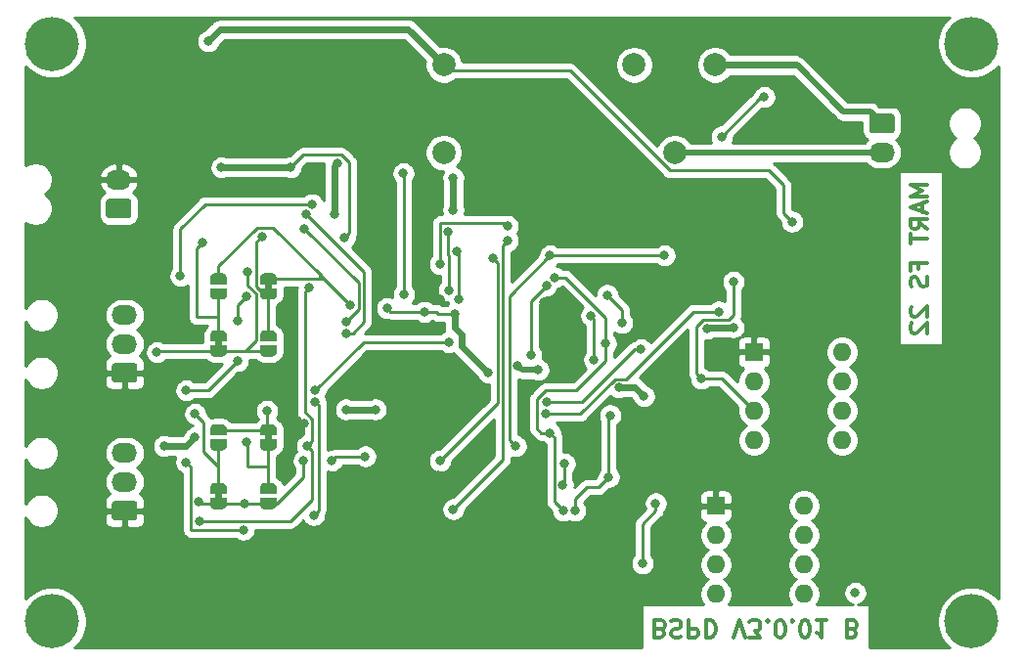
<source format=gbr>
%TF.GenerationSoftware,KiCad,Pcbnew,(5.1.10)-1*%
%TF.CreationDate,2022-02-21T21:55:40+01:00*%
%TF.ProjectId,BSPD-CV_3_0_01B,42535044-2d43-4565-9f33-5f305f303142,rev?*%
%TF.SameCoordinates,Original*%
%TF.FileFunction,Copper,L2,Bot*%
%TF.FilePolarity,Positive*%
%FSLAX46Y46*%
G04 Gerber Fmt 4.6, Leading zero omitted, Abs format (unit mm)*
G04 Created by KiCad (PCBNEW (5.1.10)-1) date 2022-02-21 21:55:40*
%MOMM*%
%LPD*%
G01*
G04 APERTURE LIST*
%TA.AperFunction,NonConductor*%
%ADD10C,0.300000*%
%TD*%
%TA.AperFunction,EtchedComponent*%
%ADD11C,0.100000*%
%TD*%
%TA.AperFunction,ComponentPad*%
%ADD12O,1.600000X1.600000*%
%TD*%
%TA.AperFunction,ComponentPad*%
%ADD13R,1.600000X1.600000*%
%TD*%
%TA.AperFunction,ComponentPad*%
%ADD14O,2.200000X1.700000*%
%TD*%
%TA.AperFunction,ComponentPad*%
%ADD15C,4.700000*%
%TD*%
%TA.AperFunction,ComponentPad*%
%ADD16C,2.000000*%
%TD*%
%TA.AperFunction,SMDPad,CuDef*%
%ADD17C,0.100000*%
%TD*%
%TA.AperFunction,ViaPad*%
%ADD18C,0.800000*%
%TD*%
%TA.AperFunction,Conductor*%
%ADD19C,0.254000*%
%TD*%
%TA.AperFunction,Conductor*%
%ADD20C,0.625000*%
%TD*%
%TA.AperFunction,Conductor*%
%ADD21C,0.508000*%
%TD*%
%TA.AperFunction,Conductor*%
%ADD22C,0.250000*%
%TD*%
%TA.AperFunction,Conductor*%
%ADD23C,0.100000*%
%TD*%
G04 APERTURE END LIST*
D10*
X228770571Y-110193142D02*
X227270571Y-110193142D01*
X228342000Y-110693142D01*
X227270571Y-111193142D01*
X228770571Y-111193142D01*
X228342000Y-111836000D02*
X228342000Y-112550285D01*
X228770571Y-111693142D02*
X227270571Y-112193142D01*
X228770571Y-112693142D01*
X228770571Y-114050285D02*
X228056285Y-113550285D01*
X228770571Y-113193142D02*
X227270571Y-113193142D01*
X227270571Y-113764571D01*
X227342000Y-113907428D01*
X227413428Y-113978857D01*
X227556285Y-114050285D01*
X227770571Y-114050285D01*
X227913428Y-113978857D01*
X227984857Y-113907428D01*
X228056285Y-113764571D01*
X228056285Y-113193142D01*
X227270571Y-114478857D02*
X227270571Y-115336000D01*
X228770571Y-114907428D02*
X227270571Y-114907428D01*
X227984857Y-117478857D02*
X227984857Y-116978857D01*
X228770571Y-116978857D02*
X227270571Y-116978857D01*
X227270571Y-117693142D01*
X228699142Y-118193142D02*
X228770571Y-118407428D01*
X228770571Y-118764571D01*
X228699142Y-118907428D01*
X228627714Y-118978857D01*
X228484857Y-119050285D01*
X228342000Y-119050285D01*
X228199142Y-118978857D01*
X228127714Y-118907428D01*
X228056285Y-118764571D01*
X227984857Y-118478857D01*
X227913428Y-118336000D01*
X227842000Y-118264571D01*
X227699142Y-118193142D01*
X227556285Y-118193142D01*
X227413428Y-118264571D01*
X227342000Y-118336000D01*
X227270571Y-118478857D01*
X227270571Y-118836000D01*
X227342000Y-119050285D01*
X227413428Y-120764571D02*
X227342000Y-120836000D01*
X227270571Y-120978857D01*
X227270571Y-121336000D01*
X227342000Y-121478857D01*
X227413428Y-121550285D01*
X227556285Y-121621714D01*
X227699142Y-121621714D01*
X227913428Y-121550285D01*
X228770571Y-120693142D01*
X228770571Y-121621714D01*
X227413428Y-122193142D02*
X227342000Y-122264571D01*
X227270571Y-122407428D01*
X227270571Y-122764571D01*
X227342000Y-122907428D01*
X227413428Y-122978857D01*
X227556285Y-123050285D01*
X227699142Y-123050285D01*
X227913428Y-122978857D01*
X228770571Y-122121714D01*
X228770571Y-123050285D01*
X205653714Y-148697142D02*
X205868000Y-148625714D01*
X205939428Y-148554285D01*
X206010857Y-148411428D01*
X206010857Y-148197142D01*
X205939428Y-148054285D01*
X205868000Y-147982857D01*
X205725142Y-147911428D01*
X205153714Y-147911428D01*
X205153714Y-149411428D01*
X205653714Y-149411428D01*
X205796571Y-149340000D01*
X205868000Y-149268571D01*
X205939428Y-149125714D01*
X205939428Y-148982857D01*
X205868000Y-148840000D01*
X205796571Y-148768571D01*
X205653714Y-148697142D01*
X205153714Y-148697142D01*
X206582285Y-147982857D02*
X206796571Y-147911428D01*
X207153714Y-147911428D01*
X207296571Y-147982857D01*
X207368000Y-148054285D01*
X207439428Y-148197142D01*
X207439428Y-148340000D01*
X207368000Y-148482857D01*
X207296571Y-148554285D01*
X207153714Y-148625714D01*
X206868000Y-148697142D01*
X206725142Y-148768571D01*
X206653714Y-148840000D01*
X206582285Y-148982857D01*
X206582285Y-149125714D01*
X206653714Y-149268571D01*
X206725142Y-149340000D01*
X206868000Y-149411428D01*
X207225142Y-149411428D01*
X207439428Y-149340000D01*
X208082285Y-147911428D02*
X208082285Y-149411428D01*
X208653714Y-149411428D01*
X208796571Y-149340000D01*
X208868000Y-149268571D01*
X208939428Y-149125714D01*
X208939428Y-148911428D01*
X208868000Y-148768571D01*
X208796571Y-148697142D01*
X208653714Y-148625714D01*
X208082285Y-148625714D01*
X209582285Y-147911428D02*
X209582285Y-149411428D01*
X209939428Y-149411428D01*
X210153714Y-149340000D01*
X210296571Y-149197142D01*
X210368000Y-149054285D01*
X210439428Y-148768571D01*
X210439428Y-148554285D01*
X210368000Y-148268571D01*
X210296571Y-148125714D01*
X210153714Y-147982857D01*
X209939428Y-147911428D01*
X209582285Y-147911428D01*
X212010857Y-149411428D02*
X212510857Y-147911428D01*
X213010857Y-149411428D01*
X213368000Y-149411428D02*
X214296571Y-149411428D01*
X213796571Y-148840000D01*
X214010857Y-148840000D01*
X214153714Y-148768571D01*
X214225142Y-148697142D01*
X214296571Y-148554285D01*
X214296571Y-148197142D01*
X214225142Y-148054285D01*
X214153714Y-147982857D01*
X214010857Y-147911428D01*
X213582285Y-147911428D01*
X213439428Y-147982857D01*
X213368000Y-148054285D01*
X214939428Y-148054285D02*
X215010857Y-147982857D01*
X214939428Y-147911428D01*
X214868000Y-147982857D01*
X214939428Y-148054285D01*
X214939428Y-147911428D01*
X215939428Y-149411428D02*
X216082285Y-149411428D01*
X216225142Y-149340000D01*
X216296571Y-149268571D01*
X216368000Y-149125714D01*
X216439428Y-148840000D01*
X216439428Y-148482857D01*
X216368000Y-148197142D01*
X216296571Y-148054285D01*
X216225142Y-147982857D01*
X216082285Y-147911428D01*
X215939428Y-147911428D01*
X215796571Y-147982857D01*
X215725142Y-148054285D01*
X215653714Y-148197142D01*
X215582285Y-148482857D01*
X215582285Y-148840000D01*
X215653714Y-149125714D01*
X215725142Y-149268571D01*
X215796571Y-149340000D01*
X215939428Y-149411428D01*
X217082285Y-148054285D02*
X217153714Y-147982857D01*
X217082285Y-147911428D01*
X217010857Y-147982857D01*
X217082285Y-148054285D01*
X217082285Y-147911428D01*
X218082285Y-149411428D02*
X218225142Y-149411428D01*
X218368000Y-149340000D01*
X218439428Y-149268571D01*
X218510857Y-149125714D01*
X218582285Y-148840000D01*
X218582285Y-148482857D01*
X218510857Y-148197142D01*
X218439428Y-148054285D01*
X218368000Y-147982857D01*
X218225142Y-147911428D01*
X218082285Y-147911428D01*
X217939428Y-147982857D01*
X217868000Y-148054285D01*
X217796571Y-148197142D01*
X217725142Y-148482857D01*
X217725142Y-148840000D01*
X217796571Y-149125714D01*
X217868000Y-149268571D01*
X217939428Y-149340000D01*
X218082285Y-149411428D01*
X220010857Y-147911428D02*
X219153714Y-147911428D01*
X219582285Y-147911428D02*
X219582285Y-149411428D01*
X219439428Y-149197142D01*
X219296571Y-149054285D01*
X219153714Y-148982857D01*
X222296571Y-148697142D02*
X222510857Y-148625714D01*
X222582285Y-148554285D01*
X222653714Y-148411428D01*
X222653714Y-148197142D01*
X222582285Y-148054285D01*
X222510857Y-147982857D01*
X222368000Y-147911428D01*
X221796571Y-147911428D01*
X221796571Y-149411428D01*
X222296571Y-149411428D01*
X222439428Y-149340000D01*
X222510857Y-149268571D01*
X222582285Y-149125714D01*
X222582285Y-148982857D01*
X222510857Y-148840000D01*
X222439428Y-148768571D01*
X222296571Y-148697142D01*
X221796571Y-148697142D01*
D11*
%TO.C,JP54*%
G36*
X171404000Y-132330000D02*
G01*
X171404000Y-131830000D01*
X172004000Y-131830000D01*
X172004000Y-132330000D01*
X171404000Y-132330000D01*
G37*
%TO.C,JP51*%
G36*
X167686000Y-136910000D02*
G01*
X167686000Y-137410000D01*
X167086000Y-137410000D01*
X167086000Y-136910000D01*
X167686000Y-136910000D01*
G37*
%TO.C,JP44*%
G36*
X171404000Y-119264000D02*
G01*
X171404000Y-118764000D01*
X172004000Y-118764000D01*
X172004000Y-119264000D01*
X171404000Y-119264000D01*
G37*
%TO.C,JP41*%
G36*
X167686000Y-123702000D02*
G01*
X167686000Y-124202000D01*
X167086000Y-124202000D01*
X167086000Y-123702000D01*
X167686000Y-123702000D01*
G37*
%TD*%
D12*
%TO.P,U15,8*%
%TO.N,Vcc*%
X218059000Y-138023600D03*
%TO.P,U15,4*%
X210439000Y-145643600D03*
%TO.P,U15,7*%
%TO.N,Net-(C94-Pad1)*%
X218059000Y-140563600D03*
%TO.P,U15,3*%
%TO.N,Net-(C93-Pad1)*%
X210439000Y-143103600D03*
%TO.P,U15,6*%
%TO.N,Net-(C94-Pad1)*%
X218059000Y-143103600D03*
%TO.P,U15,2*%
%TO.N,Net-(C91-Pad2)*%
X210439000Y-140563600D03*
%TO.P,U15,5*%
%TO.N,Net-(C92-Pad2)*%
X218059000Y-145643600D03*
D13*
%TO.P,U15,1*%
%TO.N,GND*%
X210439000Y-138023600D03*
%TD*%
D12*
%TO.P,U12,8*%
%TO.N,Vcc*%
X221361000Y-124688600D03*
%TO.P,U12,4*%
X213741000Y-132308600D03*
%TO.P,U12,7*%
%TO.N,Net-(C84-Pad1)*%
X221361000Y-127228600D03*
%TO.P,U12,3*%
%TO.N,Net-(C83-Pad1)*%
X213741000Y-129768600D03*
%TO.P,U12,6*%
%TO.N,Net-(C84-Pad1)*%
X221361000Y-129768600D03*
%TO.P,U12,2*%
%TO.N,Net-(C81-Pad2)*%
X213741000Y-127228600D03*
%TO.P,U12,5*%
%TO.N,Net-(C82-Pad2)*%
X221361000Y-132308600D03*
D13*
%TO.P,U12,1*%
%TO.N,GND*%
X213741000Y-124688600D03*
%TD*%
D14*
%TO.P,J3,3*%
%TO.N,N/C*%
X159258000Y-133430000D03*
%TO.P,J3,2*%
%TO.N,sens1*%
X159258000Y-135930000D03*
%TO.P,J3,1*%
%TO.N,GND*%
%TA.AperFunction,ComponentPad*%
G36*
G01*
X160358000Y-137830000D02*
X160358000Y-139030000D01*
G75*
G02*
X160108000Y-139280000I-250000J0D01*
G01*
X158408000Y-139280000D01*
G75*
G02*
X158158000Y-139030000I0J250000D01*
G01*
X158158000Y-137830000D01*
G75*
G02*
X158408000Y-137580000I250000J0D01*
G01*
X160108000Y-137580000D01*
G75*
G02*
X160358000Y-137830000I0J-250000D01*
G01*
G37*
%TD.AperFunction*%
%TD*%
%TO.P,J2,3*%
%TO.N,N/C*%
X159258000Y-121492000D03*
%TO.P,J2,2*%
%TO.N,sens0*%
X159258000Y-123992000D03*
%TO.P,J2,1*%
%TO.N,GND*%
%TA.AperFunction,ComponentPad*%
G36*
G01*
X160358000Y-125892000D02*
X160358000Y-127092000D01*
G75*
G02*
X160108000Y-127342000I-250000J0D01*
G01*
X158408000Y-127342000D01*
G75*
G02*
X158158000Y-127092000I0J250000D01*
G01*
X158158000Y-125892000D01*
G75*
G02*
X158408000Y-125642000I250000J0D01*
G01*
X160108000Y-125642000D01*
G75*
G02*
X160358000Y-125892000I0J-250000D01*
G01*
G37*
%TD.AperFunction*%
%TD*%
%TO.P,J4,2*%
%TO.N,Net-(J4-Pad2)*%
X224815400Y-107402000D03*
%TO.P,J4,1*%
%TO.N,Net-(J4-Pad1)*%
%TA.AperFunction,ComponentPad*%
G36*
G01*
X223715400Y-105502000D02*
X223715400Y-104302000D01*
G75*
G02*
X223965400Y-104052000I250000J0D01*
G01*
X225665400Y-104052000D01*
G75*
G02*
X225915400Y-104302000I0J-250000D01*
G01*
X225915400Y-105502000D01*
G75*
G02*
X225665400Y-105752000I-250000J0D01*
G01*
X223965400Y-105752000D01*
G75*
G02*
X223715400Y-105502000I0J250000D01*
G01*
G37*
%TD.AperFunction*%
%TD*%
%TO.P,J1,2*%
%TO.N,GND*%
X158750000Y-109768000D03*
%TO.P,J1,1*%
%TO.N,VBatt*%
%TA.AperFunction,ComponentPad*%
G36*
G01*
X159850000Y-111668000D02*
X159850000Y-112868000D01*
G75*
G02*
X159600000Y-113118000I-250000J0D01*
G01*
X157900000Y-113118000D01*
G75*
G02*
X157650000Y-112868000I0J250000D01*
G01*
X157650000Y-111668000D01*
G75*
G02*
X157900000Y-111418000I250000J0D01*
G01*
X159600000Y-111418000D01*
G75*
G02*
X159850000Y-111668000I0J-250000D01*
G01*
G37*
%TD.AperFunction*%
%TD*%
D15*
%TO.P,H4,1*%
%TO.N,N/C*%
X232588000Y-148000000D03*
%TD*%
%TO.P,H3,1*%
%TO.N,N/C*%
X153000000Y-148000000D03*
%TD*%
%TO.P,H2,1*%
%TO.N,N/C*%
X232588000Y-98000000D03*
%TD*%
%TO.P,H1,1*%
%TO.N,N/C*%
X153000000Y-98000000D03*
%TD*%
D16*
%TO.P,K101,11*%
%TO.N,Net-(J4-Pad2)*%
X206878000Y-107432000D03*
%TO.P,K101,12*%
%TO.N,N/C*%
X203378000Y-99832000D03*
%TO.P,K101,14*%
%TO.N,Net-(J4-Pad1)*%
X210378000Y-99832000D03*
%TO.P,K101,A1*%
%TO.N,VBatt_F*%
X186878000Y-99832000D03*
%TO.P,K101,A2*%
%TO.N,Net-(D101-Pad1)*%
X186878000Y-107432000D03*
%TD*%
%TA.AperFunction,SMDPad,CuDef*%
D17*
%TO.P,JP54,1*%
%TO.N,RefBrake*%
G36*
X170954000Y-131930000D02*
G01*
X170954000Y-131430000D01*
X170954602Y-131430000D01*
X170954602Y-131405466D01*
X170959412Y-131356635D01*
X170968984Y-131308510D01*
X170983228Y-131261555D01*
X171002005Y-131216222D01*
X171025136Y-131172949D01*
X171052396Y-131132150D01*
X171083524Y-131094221D01*
X171118221Y-131059524D01*
X171156150Y-131028396D01*
X171196949Y-131001136D01*
X171240222Y-130978005D01*
X171285555Y-130959228D01*
X171332510Y-130944984D01*
X171380635Y-130935412D01*
X171429466Y-130930602D01*
X171454000Y-130930602D01*
X171454000Y-130930000D01*
X171954000Y-130930000D01*
X171954000Y-130930602D01*
X171978534Y-130930602D01*
X172027365Y-130935412D01*
X172075490Y-130944984D01*
X172122445Y-130959228D01*
X172167778Y-130978005D01*
X172211051Y-131001136D01*
X172251850Y-131028396D01*
X172289779Y-131059524D01*
X172324476Y-131094221D01*
X172355604Y-131132150D01*
X172382864Y-131172949D01*
X172405995Y-131216222D01*
X172424772Y-131261555D01*
X172439016Y-131308510D01*
X172448588Y-131356635D01*
X172453398Y-131405466D01*
X172453398Y-131430000D01*
X172454000Y-131430000D01*
X172454000Y-131930000D01*
X170954000Y-131930000D01*
G37*
%TD.AperFunction*%
%TA.AperFunction,SMDPad,CuDef*%
%TO.P,JP54,2*%
%TO.N,Net-(JP53-Pad2)*%
G36*
X172453398Y-132730000D02*
G01*
X172453398Y-132754534D01*
X172448588Y-132803365D01*
X172439016Y-132851490D01*
X172424772Y-132898445D01*
X172405995Y-132943778D01*
X172382864Y-132987051D01*
X172355604Y-133027850D01*
X172324476Y-133065779D01*
X172289779Y-133100476D01*
X172251850Y-133131604D01*
X172211051Y-133158864D01*
X172167778Y-133181995D01*
X172122445Y-133200772D01*
X172075490Y-133215016D01*
X172027365Y-133224588D01*
X171978534Y-133229398D01*
X171954000Y-133229398D01*
X171954000Y-133230000D01*
X171454000Y-133230000D01*
X171454000Y-133229398D01*
X171429466Y-133229398D01*
X171380635Y-133224588D01*
X171332510Y-133215016D01*
X171285555Y-133200772D01*
X171240222Y-133181995D01*
X171196949Y-133158864D01*
X171156150Y-133131604D01*
X171118221Y-133100476D01*
X171083524Y-133065779D01*
X171052396Y-133027850D01*
X171025136Y-132987051D01*
X171002005Y-132943778D01*
X170983228Y-132898445D01*
X170968984Y-132851490D01*
X170959412Y-132803365D01*
X170954602Y-132754534D01*
X170954602Y-132730000D01*
X170954000Y-132730000D01*
X170954000Y-132230000D01*
X172454000Y-132230000D01*
X172454000Y-132730000D01*
X172453398Y-132730000D01*
G37*
%TD.AperFunction*%
%TD*%
%TA.AperFunction,SMDPad,CuDef*%
%TO.P,JP53,2*%
%TO.N,Net-(JP53-Pad2)*%
G36*
X170954602Y-136510000D02*
G01*
X170954602Y-136485466D01*
X170959412Y-136436635D01*
X170968984Y-136388510D01*
X170983228Y-136341555D01*
X171002005Y-136296222D01*
X171025136Y-136252949D01*
X171052396Y-136212150D01*
X171083524Y-136174221D01*
X171118221Y-136139524D01*
X171156150Y-136108396D01*
X171196949Y-136081136D01*
X171240222Y-136058005D01*
X171285555Y-136039228D01*
X171332510Y-136024984D01*
X171380635Y-136015412D01*
X171429466Y-136010602D01*
X171454000Y-136010602D01*
X171454000Y-136010000D01*
X171954000Y-136010000D01*
X171954000Y-136010602D01*
X171978534Y-136010602D01*
X172027365Y-136015412D01*
X172075490Y-136024984D01*
X172122445Y-136039228D01*
X172167778Y-136058005D01*
X172211051Y-136081136D01*
X172251850Y-136108396D01*
X172289779Y-136139524D01*
X172324476Y-136174221D01*
X172355604Y-136212150D01*
X172382864Y-136252949D01*
X172405995Y-136296222D01*
X172424772Y-136341555D01*
X172439016Y-136388510D01*
X172448588Y-136436635D01*
X172453398Y-136485466D01*
X172453398Y-136510000D01*
X172454000Y-136510000D01*
X172454000Y-137010000D01*
X170954000Y-137010000D01*
X170954000Y-136510000D01*
X170954602Y-136510000D01*
G37*
%TD.AperFunction*%
%TA.AperFunction,SMDPad,CuDef*%
%TO.P,JP53,1*%
%TO.N,sens1*%
G36*
X172454000Y-137310000D02*
G01*
X172454000Y-137810000D01*
X172453398Y-137810000D01*
X172453398Y-137834534D01*
X172448588Y-137883365D01*
X172439016Y-137931490D01*
X172424772Y-137978445D01*
X172405995Y-138023778D01*
X172382864Y-138067051D01*
X172355604Y-138107850D01*
X172324476Y-138145779D01*
X172289779Y-138180476D01*
X172251850Y-138211604D01*
X172211051Y-138238864D01*
X172167778Y-138261995D01*
X172122445Y-138280772D01*
X172075490Y-138295016D01*
X172027365Y-138304588D01*
X171978534Y-138309398D01*
X171954000Y-138309398D01*
X171954000Y-138310000D01*
X171454000Y-138310000D01*
X171454000Y-138309398D01*
X171429466Y-138309398D01*
X171380635Y-138304588D01*
X171332510Y-138295016D01*
X171285555Y-138280772D01*
X171240222Y-138261995D01*
X171196949Y-138238864D01*
X171156150Y-138211604D01*
X171118221Y-138180476D01*
X171083524Y-138145779D01*
X171052396Y-138107850D01*
X171025136Y-138067051D01*
X171002005Y-138023778D01*
X170983228Y-137978445D01*
X170968984Y-137931490D01*
X170959412Y-137883365D01*
X170954602Y-137834534D01*
X170954602Y-137810000D01*
X170954000Y-137810000D01*
X170954000Y-137310000D01*
X172454000Y-137310000D01*
G37*
%TD.AperFunction*%
%TD*%
%TA.AperFunction,SMDPad,CuDef*%
%TO.P,JP52,2*%
%TO.N,Net-(JP51-Pad2)*%
G36*
X168135398Y-132730000D02*
G01*
X168135398Y-132754534D01*
X168130588Y-132803365D01*
X168121016Y-132851490D01*
X168106772Y-132898445D01*
X168087995Y-132943778D01*
X168064864Y-132987051D01*
X168037604Y-133027850D01*
X168006476Y-133065779D01*
X167971779Y-133100476D01*
X167933850Y-133131604D01*
X167893051Y-133158864D01*
X167849778Y-133181995D01*
X167804445Y-133200772D01*
X167757490Y-133215016D01*
X167709365Y-133224588D01*
X167660534Y-133229398D01*
X167636000Y-133229398D01*
X167636000Y-133230000D01*
X167136000Y-133230000D01*
X167136000Y-133229398D01*
X167111466Y-133229398D01*
X167062635Y-133224588D01*
X167014510Y-133215016D01*
X166967555Y-133200772D01*
X166922222Y-133181995D01*
X166878949Y-133158864D01*
X166838150Y-133131604D01*
X166800221Y-133100476D01*
X166765524Y-133065779D01*
X166734396Y-133027850D01*
X166707136Y-132987051D01*
X166684005Y-132943778D01*
X166665228Y-132898445D01*
X166650984Y-132851490D01*
X166641412Y-132803365D01*
X166636602Y-132754534D01*
X166636602Y-132730000D01*
X166636000Y-132730000D01*
X166636000Y-132230000D01*
X168136000Y-132230000D01*
X168136000Y-132730000D01*
X168135398Y-132730000D01*
G37*
%TD.AperFunction*%
%TA.AperFunction,SMDPad,CuDef*%
%TO.P,JP52,1*%
%TO.N,RefBrake*%
G36*
X166636000Y-131930000D02*
G01*
X166636000Y-131430000D01*
X166636602Y-131430000D01*
X166636602Y-131405466D01*
X166641412Y-131356635D01*
X166650984Y-131308510D01*
X166665228Y-131261555D01*
X166684005Y-131216222D01*
X166707136Y-131172949D01*
X166734396Y-131132150D01*
X166765524Y-131094221D01*
X166800221Y-131059524D01*
X166838150Y-131028396D01*
X166878949Y-131001136D01*
X166922222Y-130978005D01*
X166967555Y-130959228D01*
X167014510Y-130944984D01*
X167062635Y-130935412D01*
X167111466Y-130930602D01*
X167136000Y-130930602D01*
X167136000Y-130930000D01*
X167636000Y-130930000D01*
X167636000Y-130930602D01*
X167660534Y-130930602D01*
X167709365Y-130935412D01*
X167757490Y-130944984D01*
X167804445Y-130959228D01*
X167849778Y-130978005D01*
X167893051Y-131001136D01*
X167933850Y-131028396D01*
X167971779Y-131059524D01*
X168006476Y-131094221D01*
X168037604Y-131132150D01*
X168064864Y-131172949D01*
X168087995Y-131216222D01*
X168106772Y-131261555D01*
X168121016Y-131308510D01*
X168130588Y-131356635D01*
X168135398Y-131405466D01*
X168135398Y-131430000D01*
X168136000Y-131430000D01*
X168136000Y-131930000D01*
X166636000Y-131930000D01*
G37*
%TD.AperFunction*%
%TD*%
%TA.AperFunction,SMDPad,CuDef*%
%TO.P,JP51,1*%
%TO.N,sens1*%
G36*
X168136000Y-137310000D02*
G01*
X168136000Y-137810000D01*
X168135398Y-137810000D01*
X168135398Y-137834534D01*
X168130588Y-137883365D01*
X168121016Y-137931490D01*
X168106772Y-137978445D01*
X168087995Y-138023778D01*
X168064864Y-138067051D01*
X168037604Y-138107850D01*
X168006476Y-138145779D01*
X167971779Y-138180476D01*
X167933850Y-138211604D01*
X167893051Y-138238864D01*
X167849778Y-138261995D01*
X167804445Y-138280772D01*
X167757490Y-138295016D01*
X167709365Y-138304588D01*
X167660534Y-138309398D01*
X167636000Y-138309398D01*
X167636000Y-138310000D01*
X167136000Y-138310000D01*
X167136000Y-138309398D01*
X167111466Y-138309398D01*
X167062635Y-138304588D01*
X167014510Y-138295016D01*
X166967555Y-138280772D01*
X166922222Y-138261995D01*
X166878949Y-138238864D01*
X166838150Y-138211604D01*
X166800221Y-138180476D01*
X166765524Y-138145779D01*
X166734396Y-138107850D01*
X166707136Y-138067051D01*
X166684005Y-138023778D01*
X166665228Y-137978445D01*
X166650984Y-137931490D01*
X166641412Y-137883365D01*
X166636602Y-137834534D01*
X166636602Y-137810000D01*
X166636000Y-137810000D01*
X166636000Y-137310000D01*
X168136000Y-137310000D01*
G37*
%TD.AperFunction*%
%TA.AperFunction,SMDPad,CuDef*%
%TO.P,JP51,2*%
%TO.N,Net-(JP51-Pad2)*%
G36*
X166636602Y-136510000D02*
G01*
X166636602Y-136485466D01*
X166641412Y-136436635D01*
X166650984Y-136388510D01*
X166665228Y-136341555D01*
X166684005Y-136296222D01*
X166707136Y-136252949D01*
X166734396Y-136212150D01*
X166765524Y-136174221D01*
X166800221Y-136139524D01*
X166838150Y-136108396D01*
X166878949Y-136081136D01*
X166922222Y-136058005D01*
X166967555Y-136039228D01*
X167014510Y-136024984D01*
X167062635Y-136015412D01*
X167111466Y-136010602D01*
X167136000Y-136010602D01*
X167136000Y-136010000D01*
X167636000Y-136010000D01*
X167636000Y-136010602D01*
X167660534Y-136010602D01*
X167709365Y-136015412D01*
X167757490Y-136024984D01*
X167804445Y-136039228D01*
X167849778Y-136058005D01*
X167893051Y-136081136D01*
X167933850Y-136108396D01*
X167971779Y-136139524D01*
X168006476Y-136174221D01*
X168037604Y-136212150D01*
X168064864Y-136252949D01*
X168087995Y-136296222D01*
X168106772Y-136341555D01*
X168121016Y-136388510D01*
X168130588Y-136436635D01*
X168135398Y-136485466D01*
X168135398Y-136510000D01*
X168136000Y-136510000D01*
X168136000Y-137010000D01*
X166636000Y-137010000D01*
X166636000Y-136510000D01*
X166636602Y-136510000D01*
G37*
%TD.AperFunction*%
%TD*%
%TA.AperFunction,SMDPad,CuDef*%
%TO.P,JP44,1*%
%TO.N,RefApp*%
G36*
X170954000Y-118864000D02*
G01*
X170954000Y-118364000D01*
X170954602Y-118364000D01*
X170954602Y-118339466D01*
X170959412Y-118290635D01*
X170968984Y-118242510D01*
X170983228Y-118195555D01*
X171002005Y-118150222D01*
X171025136Y-118106949D01*
X171052396Y-118066150D01*
X171083524Y-118028221D01*
X171118221Y-117993524D01*
X171156150Y-117962396D01*
X171196949Y-117935136D01*
X171240222Y-117912005D01*
X171285555Y-117893228D01*
X171332510Y-117878984D01*
X171380635Y-117869412D01*
X171429466Y-117864602D01*
X171454000Y-117864602D01*
X171454000Y-117864000D01*
X171954000Y-117864000D01*
X171954000Y-117864602D01*
X171978534Y-117864602D01*
X172027365Y-117869412D01*
X172075490Y-117878984D01*
X172122445Y-117893228D01*
X172167778Y-117912005D01*
X172211051Y-117935136D01*
X172251850Y-117962396D01*
X172289779Y-117993524D01*
X172324476Y-118028221D01*
X172355604Y-118066150D01*
X172382864Y-118106949D01*
X172405995Y-118150222D01*
X172424772Y-118195555D01*
X172439016Y-118242510D01*
X172448588Y-118290635D01*
X172453398Y-118339466D01*
X172453398Y-118364000D01*
X172454000Y-118364000D01*
X172454000Y-118864000D01*
X170954000Y-118864000D01*
G37*
%TD.AperFunction*%
%TA.AperFunction,SMDPad,CuDef*%
%TO.P,JP44,2*%
%TO.N,Net-(JP43-Pad2)*%
G36*
X172453398Y-119664000D02*
G01*
X172453398Y-119688534D01*
X172448588Y-119737365D01*
X172439016Y-119785490D01*
X172424772Y-119832445D01*
X172405995Y-119877778D01*
X172382864Y-119921051D01*
X172355604Y-119961850D01*
X172324476Y-119999779D01*
X172289779Y-120034476D01*
X172251850Y-120065604D01*
X172211051Y-120092864D01*
X172167778Y-120115995D01*
X172122445Y-120134772D01*
X172075490Y-120149016D01*
X172027365Y-120158588D01*
X171978534Y-120163398D01*
X171954000Y-120163398D01*
X171954000Y-120164000D01*
X171454000Y-120164000D01*
X171454000Y-120163398D01*
X171429466Y-120163398D01*
X171380635Y-120158588D01*
X171332510Y-120149016D01*
X171285555Y-120134772D01*
X171240222Y-120115995D01*
X171196949Y-120092864D01*
X171156150Y-120065604D01*
X171118221Y-120034476D01*
X171083524Y-119999779D01*
X171052396Y-119961850D01*
X171025136Y-119921051D01*
X171002005Y-119877778D01*
X170983228Y-119832445D01*
X170968984Y-119785490D01*
X170959412Y-119737365D01*
X170954602Y-119688534D01*
X170954602Y-119664000D01*
X170954000Y-119664000D01*
X170954000Y-119164000D01*
X172454000Y-119164000D01*
X172454000Y-119664000D01*
X172453398Y-119664000D01*
G37*
%TD.AperFunction*%
%TD*%
%TA.AperFunction,SMDPad,CuDef*%
%TO.P,JP43,2*%
%TO.N,Net-(JP43-Pad2)*%
G36*
X170954602Y-123302000D02*
G01*
X170954602Y-123277466D01*
X170959412Y-123228635D01*
X170968984Y-123180510D01*
X170983228Y-123133555D01*
X171002005Y-123088222D01*
X171025136Y-123044949D01*
X171052396Y-123004150D01*
X171083524Y-122966221D01*
X171118221Y-122931524D01*
X171156150Y-122900396D01*
X171196949Y-122873136D01*
X171240222Y-122850005D01*
X171285555Y-122831228D01*
X171332510Y-122816984D01*
X171380635Y-122807412D01*
X171429466Y-122802602D01*
X171454000Y-122802602D01*
X171454000Y-122802000D01*
X171954000Y-122802000D01*
X171954000Y-122802602D01*
X171978534Y-122802602D01*
X172027365Y-122807412D01*
X172075490Y-122816984D01*
X172122445Y-122831228D01*
X172167778Y-122850005D01*
X172211051Y-122873136D01*
X172251850Y-122900396D01*
X172289779Y-122931524D01*
X172324476Y-122966221D01*
X172355604Y-123004150D01*
X172382864Y-123044949D01*
X172405995Y-123088222D01*
X172424772Y-123133555D01*
X172439016Y-123180510D01*
X172448588Y-123228635D01*
X172453398Y-123277466D01*
X172453398Y-123302000D01*
X172454000Y-123302000D01*
X172454000Y-123802000D01*
X170954000Y-123802000D01*
X170954000Y-123302000D01*
X170954602Y-123302000D01*
G37*
%TD.AperFunction*%
%TA.AperFunction,SMDPad,CuDef*%
%TO.P,JP43,1*%
%TO.N,sens0*%
G36*
X172454000Y-124102000D02*
G01*
X172454000Y-124602000D01*
X172453398Y-124602000D01*
X172453398Y-124626534D01*
X172448588Y-124675365D01*
X172439016Y-124723490D01*
X172424772Y-124770445D01*
X172405995Y-124815778D01*
X172382864Y-124859051D01*
X172355604Y-124899850D01*
X172324476Y-124937779D01*
X172289779Y-124972476D01*
X172251850Y-125003604D01*
X172211051Y-125030864D01*
X172167778Y-125053995D01*
X172122445Y-125072772D01*
X172075490Y-125087016D01*
X172027365Y-125096588D01*
X171978534Y-125101398D01*
X171954000Y-125101398D01*
X171954000Y-125102000D01*
X171454000Y-125102000D01*
X171454000Y-125101398D01*
X171429466Y-125101398D01*
X171380635Y-125096588D01*
X171332510Y-125087016D01*
X171285555Y-125072772D01*
X171240222Y-125053995D01*
X171196949Y-125030864D01*
X171156150Y-125003604D01*
X171118221Y-124972476D01*
X171083524Y-124937779D01*
X171052396Y-124899850D01*
X171025136Y-124859051D01*
X171002005Y-124815778D01*
X170983228Y-124770445D01*
X170968984Y-124723490D01*
X170959412Y-124675365D01*
X170954602Y-124626534D01*
X170954602Y-124602000D01*
X170954000Y-124602000D01*
X170954000Y-124102000D01*
X172454000Y-124102000D01*
G37*
%TD.AperFunction*%
%TD*%
%TA.AperFunction,SMDPad,CuDef*%
%TO.P,JP42,2*%
%TO.N,Net-(JP41-Pad2)*%
G36*
X168135398Y-119664000D02*
G01*
X168135398Y-119688534D01*
X168130588Y-119737365D01*
X168121016Y-119785490D01*
X168106772Y-119832445D01*
X168087995Y-119877778D01*
X168064864Y-119921051D01*
X168037604Y-119961850D01*
X168006476Y-119999779D01*
X167971779Y-120034476D01*
X167933850Y-120065604D01*
X167893051Y-120092864D01*
X167849778Y-120115995D01*
X167804445Y-120134772D01*
X167757490Y-120149016D01*
X167709365Y-120158588D01*
X167660534Y-120163398D01*
X167636000Y-120163398D01*
X167636000Y-120164000D01*
X167136000Y-120164000D01*
X167136000Y-120163398D01*
X167111466Y-120163398D01*
X167062635Y-120158588D01*
X167014510Y-120149016D01*
X166967555Y-120134772D01*
X166922222Y-120115995D01*
X166878949Y-120092864D01*
X166838150Y-120065604D01*
X166800221Y-120034476D01*
X166765524Y-119999779D01*
X166734396Y-119961850D01*
X166707136Y-119921051D01*
X166684005Y-119877778D01*
X166665228Y-119832445D01*
X166650984Y-119785490D01*
X166641412Y-119737365D01*
X166636602Y-119688534D01*
X166636602Y-119664000D01*
X166636000Y-119664000D01*
X166636000Y-119164000D01*
X168136000Y-119164000D01*
X168136000Y-119664000D01*
X168135398Y-119664000D01*
G37*
%TD.AperFunction*%
%TA.AperFunction,SMDPad,CuDef*%
%TO.P,JP42,1*%
%TO.N,RefApp*%
G36*
X166636000Y-118864000D02*
G01*
X166636000Y-118364000D01*
X166636602Y-118364000D01*
X166636602Y-118339466D01*
X166641412Y-118290635D01*
X166650984Y-118242510D01*
X166665228Y-118195555D01*
X166684005Y-118150222D01*
X166707136Y-118106949D01*
X166734396Y-118066150D01*
X166765524Y-118028221D01*
X166800221Y-117993524D01*
X166838150Y-117962396D01*
X166878949Y-117935136D01*
X166922222Y-117912005D01*
X166967555Y-117893228D01*
X167014510Y-117878984D01*
X167062635Y-117869412D01*
X167111466Y-117864602D01*
X167136000Y-117864602D01*
X167136000Y-117864000D01*
X167636000Y-117864000D01*
X167636000Y-117864602D01*
X167660534Y-117864602D01*
X167709365Y-117869412D01*
X167757490Y-117878984D01*
X167804445Y-117893228D01*
X167849778Y-117912005D01*
X167893051Y-117935136D01*
X167933850Y-117962396D01*
X167971779Y-117993524D01*
X168006476Y-118028221D01*
X168037604Y-118066150D01*
X168064864Y-118106949D01*
X168087995Y-118150222D01*
X168106772Y-118195555D01*
X168121016Y-118242510D01*
X168130588Y-118290635D01*
X168135398Y-118339466D01*
X168135398Y-118364000D01*
X168136000Y-118364000D01*
X168136000Y-118864000D01*
X166636000Y-118864000D01*
G37*
%TD.AperFunction*%
%TD*%
%TA.AperFunction,SMDPad,CuDef*%
%TO.P,JP41,1*%
%TO.N,sens0*%
G36*
X168136000Y-124102000D02*
G01*
X168136000Y-124602000D01*
X168135398Y-124602000D01*
X168135398Y-124626534D01*
X168130588Y-124675365D01*
X168121016Y-124723490D01*
X168106772Y-124770445D01*
X168087995Y-124815778D01*
X168064864Y-124859051D01*
X168037604Y-124899850D01*
X168006476Y-124937779D01*
X167971779Y-124972476D01*
X167933850Y-125003604D01*
X167893051Y-125030864D01*
X167849778Y-125053995D01*
X167804445Y-125072772D01*
X167757490Y-125087016D01*
X167709365Y-125096588D01*
X167660534Y-125101398D01*
X167636000Y-125101398D01*
X167636000Y-125102000D01*
X167136000Y-125102000D01*
X167136000Y-125101398D01*
X167111466Y-125101398D01*
X167062635Y-125096588D01*
X167014510Y-125087016D01*
X166967555Y-125072772D01*
X166922222Y-125053995D01*
X166878949Y-125030864D01*
X166838150Y-125003604D01*
X166800221Y-124972476D01*
X166765524Y-124937779D01*
X166734396Y-124899850D01*
X166707136Y-124859051D01*
X166684005Y-124815778D01*
X166665228Y-124770445D01*
X166650984Y-124723490D01*
X166641412Y-124675365D01*
X166636602Y-124626534D01*
X166636602Y-124602000D01*
X166636000Y-124602000D01*
X166636000Y-124102000D01*
X168136000Y-124102000D01*
G37*
%TD.AperFunction*%
%TA.AperFunction,SMDPad,CuDef*%
%TO.P,JP41,2*%
%TO.N,Net-(JP41-Pad2)*%
G36*
X166636602Y-123302000D02*
G01*
X166636602Y-123277466D01*
X166641412Y-123228635D01*
X166650984Y-123180510D01*
X166665228Y-123133555D01*
X166684005Y-123088222D01*
X166707136Y-123044949D01*
X166734396Y-123004150D01*
X166765524Y-122966221D01*
X166800221Y-122931524D01*
X166838150Y-122900396D01*
X166878949Y-122873136D01*
X166922222Y-122850005D01*
X166967555Y-122831228D01*
X167014510Y-122816984D01*
X167062635Y-122807412D01*
X167111466Y-122802602D01*
X167136000Y-122802602D01*
X167136000Y-122802000D01*
X167636000Y-122802000D01*
X167636000Y-122802602D01*
X167660534Y-122802602D01*
X167709365Y-122807412D01*
X167757490Y-122816984D01*
X167804445Y-122831228D01*
X167849778Y-122850005D01*
X167893051Y-122873136D01*
X167933850Y-122900396D01*
X167971779Y-122931524D01*
X168006476Y-122966221D01*
X168037604Y-123004150D01*
X168064864Y-123044949D01*
X168087995Y-123088222D01*
X168106772Y-123133555D01*
X168121016Y-123180510D01*
X168130588Y-123228635D01*
X168135398Y-123277466D01*
X168135398Y-123302000D01*
X168136000Y-123302000D01*
X168136000Y-123802000D01*
X166636000Y-123802000D01*
X166636000Y-123302000D01*
X166636602Y-123302000D01*
G37*
%TD.AperFunction*%
%TD*%
D18*
%TO.N,GND*%
X172593000Y-107188000D03*
%TO.N,Net-(C94-Pad1)*%
X222504000Y-145542000D03*
%TO.N,GND*%
X207264000Y-124460000D03*
X214757000Y-106172000D03*
X213487000Y-112268000D03*
X176149000Y-98425000D03*
X180467000Y-107569000D03*
X159004000Y-105664000D03*
X161290000Y-102108000D03*
X174786991Y-130869433D03*
X188087000Y-146939000D03*
X194691000Y-146939000D03*
X179705000Y-148082000D03*
X164592000Y-148082000D03*
X202438000Y-139700000D03*
X205105000Y-120142000D03*
X195580000Y-120396000D03*
X197866000Y-122428000D03*
X192659000Y-135382000D03*
X186436000Y-135382000D03*
X179578000Y-115316000D03*
X186563000Y-120142000D03*
X184658000Y-125222000D03*
X172085000Y-148082000D03*
X230276400Y-140512800D03*
X230860600Y-130149600D03*
X213690200Y-135026400D03*
X208076800Y-145897600D03*
%TO.N,CurrentS+*%
X167640000Y-108712000D03*
X173609000Y-108712000D03*
X178308000Y-114808000D03*
%TO.N,Initialize*%
X183438800Y-119710200D03*
X183388000Y-109220000D03*
%TO.N,sens0*%
X169899980Y-117753557D03*
X162052000Y-124714000D03*
%TO.N,RefApp*%
X178777979Y-120650000D03*
%TO.N,sens1*%
X165700010Y-137668000D03*
X169672000Y-137795000D03*
X174752000Y-134112000D03*
%TO.N,RefBrake*%
X171577000Y-129794000D03*
%TO.N,Net-(R8-Pad2)*%
X199898000Y-125349000D03*
X199644000Y-121539000D03*
%TO.N,errCurrent*%
X175768000Y-128016000D03*
X187337010Y-123837010D03*
%TO.N,Timer1_OUT*%
X197231000Y-138430000D03*
X196088000Y-131699000D03*
X196469000Y-118237000D03*
X200914000Y-123952000D03*
%TO.N,Timer1_IN*%
X197358000Y-134366000D03*
X197182075Y-136180367D03*
X194437000Y-124968000D03*
X195761885Y-118944115D03*
%TO.N,Timer2_IN*%
X196088000Y-116332000D03*
X205994000Y-116332000D03*
X193132010Y-132842000D03*
%TO.N,Net-(R22-Pad2)*%
X178435000Y-122047000D03*
X174806609Y-114027388D03*
%TO.N,errAcc*%
X188214000Y-120142000D03*
X188017020Y-115951000D03*
%TO.N,BSPD_state*%
X210947000Y-106045000D03*
X214630000Y-102616000D03*
%TO.N,RefCurr*%
X175641000Y-138811000D03*
X175768000Y-129032000D03*
%TO.N,Ref4.5v*%
X169545000Y-140081000D03*
X164592000Y-134239000D03*
X164592000Y-128016000D03*
X169037000Y-125476000D03*
X169037000Y-121950031D03*
X169829408Y-119872090D03*
%TO.N,Ref0.5v*%
X165735000Y-139319000D03*
X175040990Y-132842000D03*
X175260000Y-119126000D03*
%TO.N,Timer2_OUT*%
X198247000Y-138430000D03*
X201168000Y-135509000D03*
X201295000Y-130175000D03*
X202311000Y-122174000D03*
X201041000Y-119761000D03*
%TO.N,BrakeTrigg*%
X186563000Y-117094000D03*
X192405000Y-113792000D03*
%TO.N,Vcc*%
X195072000Y-126238000D03*
X193294000Y-125857000D03*
X187833000Y-121412000D03*
X185196294Y-121205712D03*
X181991000Y-120904000D03*
X178435000Y-129667000D03*
X180975000Y-129667000D03*
X177419000Y-112776000D03*
X177673000Y-108331000D03*
X187706000Y-112395000D03*
X187706000Y-109601000D03*
X190754000Y-126492000D03*
X162687000Y-132842000D03*
X165354000Y-132080000D03*
X211963000Y-122555000D03*
X209677000Y-122682000D03*
X202057000Y-127762000D03*
X204216000Y-128524000D03*
%TO.N,VBatt_F*%
X217043000Y-113411000D03*
X166497000Y-97790000D03*
%TO.N,Net-(C81-Pad1)*%
X203962000Y-124460000D03*
X195817995Y-128991988D03*
%TO.N,Net-(C83-Pad2)*%
X195707000Y-130048000D03*
X210693000Y-121188479D03*
%TO.N,Net-(C83-Pad1)*%
X209169000Y-127000000D03*
X211963000Y-118618000D03*
%TO.N,Net-(C93-Pad1)*%
X204089000Y-143002000D03*
X205232000Y-137795000D03*
%TO.N,Net-(JP41-Pad2)*%
X165989000Y-115189000D03*
%TO.N,Net-(JP43-Pad2)*%
X171120551Y-114663554D03*
%TO.N,Net-(JP51-Pad2)*%
X165354000Y-130048000D03*
%TO.N,Net-(JP53-Pad2)*%
X169773600Y-132445432D03*
%TO.N,Net-(R25-Pad2)*%
X178435000Y-123063000D03*
X175006000Y-112776000D03*
%TO.N,Net-(R43-Pad2)*%
X164084000Y-118110000D03*
X175473853Y-111892180D03*
%TO.N,Net-(R54-Pad2)*%
X180086000Y-133731000D03*
X177202500Y-134074500D03*
%TO.N,Net-(R71-Pad2)*%
X187325000Y-119380000D03*
X187290010Y-114265010D03*
%TO.N,Net-(R72-Pad2)*%
X186563000Y-134112000D03*
X191150430Y-116553610D03*
%TO.N,Net-(R73-Pad2)*%
X192405000Y-115062000D03*
X187706000Y-138303000D03*
%TD*%
D19*
%TO.N,GND*%
X174786991Y-130869433D02*
X174049433Y-130869433D01*
D20*
X207264000Y-124333000D02*
X207264000Y-124460000D01*
%TO.N,CurrentS+*%
X167640000Y-108712000D02*
X173609000Y-108712000D01*
D19*
X178308000Y-114808000D02*
X178707999Y-114408001D01*
X178707999Y-108290035D02*
X178021962Y-107603998D01*
X178707999Y-114408001D02*
X178707999Y-108290035D01*
X178021962Y-107603998D02*
X174717002Y-107603998D01*
X174717002Y-107603998D02*
X173609000Y-108712000D01*
%TO.N,Initialize*%
X183449256Y-109281256D02*
X183388000Y-109220000D01*
X183449256Y-119730336D02*
X183449256Y-109281256D01*
%TO.N,sens0*%
X162067000Y-124602000D02*
X167386000Y-124602000D01*
X169687000Y-124602000D02*
X171704000Y-124602000D01*
X167386000Y-124602000D02*
X169687000Y-124602000D01*
X169899980Y-118914512D02*
X169899980Y-117753557D01*
X170626990Y-119641522D02*
X169899980Y-118914512D01*
X170626990Y-123662010D02*
X170626990Y-119641522D01*
X169687000Y-124602000D02*
X170626990Y-123662010D01*
%TO.N,RefApp*%
X170725744Y-113936544D02*
X172102544Y-113936544D01*
X167386000Y-117276288D02*
X170725744Y-113936544D01*
X167386000Y-118364000D02*
X167386000Y-117276288D01*
X176149000Y-118110000D02*
X176212500Y-118046500D01*
X172102544Y-113936544D02*
X176212500Y-118046500D01*
X176149000Y-118364000D02*
X176149000Y-118110000D01*
X176530000Y-118364000D02*
X176149000Y-118364000D01*
X176212500Y-118046500D02*
X176530000Y-118364000D01*
X176149000Y-118364000D02*
X171704000Y-118364000D01*
X178777979Y-120611979D02*
X178777979Y-120650000D01*
X176530000Y-118364000D02*
X178777979Y-120611979D01*
%TO.N,sens1*%
X165842010Y-137810000D02*
X165700010Y-137668000D01*
X167386000Y-137810000D02*
X165842010Y-137810000D01*
X169657000Y-137810000D02*
X169672000Y-137795000D01*
X169672000Y-137795000D02*
X167386000Y-137810000D01*
X171704000Y-137810000D02*
X169657000Y-137810000D01*
X171704000Y-137810000D02*
X172451592Y-137810000D01*
X172451592Y-137810000D02*
X174752000Y-135509592D01*
X174752000Y-135509592D02*
X174752000Y-134112000D01*
%TO.N,RefBrake*%
X167386000Y-131430000D02*
X171704000Y-131430000D01*
X171577000Y-131303000D02*
X171704000Y-131430000D01*
X171577000Y-129794000D02*
X171577000Y-131303000D01*
%TO.N,Net-(R8-Pad2)*%
X199898000Y-121793000D02*
X199644000Y-121539000D01*
X199898000Y-125349000D02*
X199898000Y-121793000D01*
%TO.N,errCurrent*%
X179946990Y-123837010D02*
X187337010Y-123837010D01*
X175768000Y-128016000D02*
X179946990Y-123837010D01*
%TO.N,Timer1_OUT*%
X197231000Y-138430000D02*
X196455065Y-137654065D01*
X196455065Y-137654065D02*
X196455065Y-132066065D01*
X196455065Y-132066065D02*
X196088000Y-131699000D01*
X196088000Y-131699000D02*
X195326000Y-131699000D01*
X195326000Y-131699000D02*
X194945000Y-131318000D01*
X194945000Y-131318000D02*
X194945000Y-128778000D01*
X194945000Y-128778000D02*
X195707000Y-128016000D01*
X195707000Y-128016000D02*
X198374000Y-128016000D01*
X200914000Y-125476000D02*
X200914000Y-123952000D01*
X198374000Y-128016000D02*
X200914000Y-125476000D01*
X196469000Y-118237000D02*
X197417964Y-118237000D01*
X197417964Y-118237000D02*
X200914000Y-121733036D01*
X200914000Y-121733036D02*
X200914000Y-123952000D01*
%TO.N,Timer1_IN*%
X197358000Y-134366000D02*
X197358000Y-136004442D01*
X197358000Y-136004442D02*
X197182075Y-136180367D01*
X194437000Y-124968000D02*
X194437000Y-120269000D01*
X194437000Y-120269000D02*
X195761885Y-118944115D01*
%TO.N,Timer2_IN*%
X196088000Y-116332000D02*
X205994000Y-116332000D01*
X196088000Y-116332000D02*
X192566998Y-119853002D01*
X192566998Y-119853002D02*
X192566998Y-132276988D01*
X192566998Y-132276988D02*
X193132010Y-132842000D01*
%TO.N,Net-(R22-Pad2)*%
X179504989Y-120977011D02*
X179504989Y-118725768D01*
X178435000Y-122047000D02*
X179504989Y-120977011D01*
X179504989Y-118725768D02*
X174806609Y-114027388D01*
%TO.N,errAcc*%
X188214000Y-120142000D02*
X188214000Y-116147980D01*
X188214000Y-116147980D02*
X188017020Y-115951000D01*
%TO.N,BSPD_state*%
X214376000Y-102616000D02*
X214630000Y-102616000D01*
X210947000Y-106045000D02*
X214376000Y-102616000D01*
%TO.N,RefCurr*%
X176040999Y-138411001D02*
X176040999Y-129304999D01*
X175641000Y-138811000D02*
X176040999Y-138411001D01*
X176040999Y-129304999D02*
X175768000Y-129032000D01*
%TO.N,Ref4.5v*%
X169545000Y-140081000D02*
X164973000Y-140081000D01*
X164973000Y-134620000D02*
X164592000Y-134239000D01*
X164973000Y-140081000D02*
X164973000Y-134620000D01*
X166497000Y-128016000D02*
X169037000Y-125476000D01*
X164592000Y-128016000D02*
X166497000Y-128016000D01*
X169037000Y-120664498D02*
X169829408Y-119872090D01*
X169037000Y-121950031D02*
X169037000Y-120664498D01*
%TO.N,Ref0.5v*%
X173609000Y-139319000D02*
X175479002Y-137448998D01*
X165735000Y-139319000D02*
X173609000Y-139319000D01*
X175479002Y-137448998D02*
X175479002Y-133280012D01*
X175479002Y-133280012D02*
X175040990Y-132842000D01*
X175513992Y-132368998D02*
X175513992Y-130520472D01*
X175040990Y-132842000D02*
X175513992Y-132368998D01*
X175513992Y-130520472D02*
X174860001Y-129866481D01*
X174860001Y-129866481D02*
X174860001Y-119525999D01*
X174860001Y-119525999D02*
X175260000Y-119126000D01*
%TO.N,Timer2_OUT*%
X198247000Y-138430000D02*
X198247000Y-137414000D01*
X198247000Y-137414000D02*
X199263000Y-136398000D01*
X200279000Y-136398000D02*
X201168000Y-135509000D01*
X199263000Y-136398000D02*
X200279000Y-136398000D01*
X201168000Y-130302000D02*
X201295000Y-130175000D01*
X201168000Y-135509000D02*
X201168000Y-130302000D01*
X202311000Y-121031000D02*
X201041000Y-119761000D01*
X202311000Y-122174000D02*
X202311000Y-121031000D01*
%TO.N,BrakeTrigg*%
X186563000Y-117094000D02*
X186563000Y-113538000D01*
X192151000Y-113538000D02*
X192405000Y-113792000D01*
X186563000Y-113538000D02*
X192151000Y-113538000D01*
D21*
%TO.N,Net-(J4-Pad2)*%
X206878000Y-107432000D02*
X221458000Y-107432000D01*
X224785400Y-107432000D02*
X224815400Y-107402000D01*
X221458000Y-107432000D02*
X224785400Y-107432000D01*
D20*
%TO.N,Net-(J4-Pad1)*%
X217307000Y-99832000D02*
X210378000Y-99832000D01*
D21*
X217307000Y-99832000D02*
X217434000Y-99832000D01*
X217434000Y-99832000D02*
X221488000Y-103886000D01*
X223799400Y-103886000D02*
X224815400Y-104902000D01*
X221488000Y-103886000D02*
X223799400Y-103886000D01*
%TO.N,Vcc*%
X193675000Y-126238000D02*
X193294000Y-125857000D01*
X195072000Y-126238000D02*
X193675000Y-126238000D01*
D19*
X187833000Y-121412000D02*
X186436000Y-121412000D01*
X186229712Y-121205712D02*
X185196294Y-121205712D01*
X186436000Y-121412000D02*
X186229712Y-121205712D01*
X182292712Y-121205712D02*
X181991000Y-120904000D01*
X185196294Y-121205712D02*
X182292712Y-121205712D01*
D20*
X178435000Y-129667000D02*
X180975000Y-129667000D01*
X177419000Y-112776000D02*
X177419000Y-108585000D01*
X177419000Y-108585000D02*
X177673000Y-108331000D01*
X187706000Y-112395000D02*
X187706000Y-109601000D01*
X187833000Y-121412000D02*
X187833000Y-122555000D01*
X187833000Y-122555000D02*
X188468000Y-123190000D01*
X188468000Y-124206000D02*
X190754000Y-126492000D01*
X188468000Y-123190000D02*
X188468000Y-124206000D01*
X162687000Y-132842000D02*
X164592000Y-132842000D01*
X164592000Y-132842000D02*
X165354000Y-132080000D01*
X211963000Y-122555000D02*
X209804000Y-122555000D01*
X209804000Y-122555000D02*
X209677000Y-122682000D01*
X202057000Y-127762000D02*
X202946000Y-127762000D01*
X203454000Y-127762000D02*
X204216000Y-128524000D01*
X202057000Y-127762000D02*
X203454000Y-127762000D01*
D19*
%TO.N,VBatt_F*%
X217043000Y-113411000D02*
X216281000Y-112649000D01*
X216281000Y-112649000D02*
X216281000Y-110236000D01*
X216281000Y-110236000D02*
X215011000Y-108966000D01*
X206448038Y-108966000D02*
X197812038Y-100330000D01*
X215011000Y-108966000D02*
X206448038Y-108966000D01*
X187376000Y-100330000D02*
X186878000Y-99832000D01*
X197812038Y-100330000D02*
X187376000Y-100330000D01*
D20*
X186878000Y-99832000D02*
X183820000Y-96774000D01*
X183820000Y-96774000D02*
X169164000Y-96774000D01*
X169164000Y-96774000D02*
X167513000Y-96774000D01*
X167513000Y-96774000D02*
X166497000Y-97790000D01*
D19*
%TO.N,Net-(C81-Pad1)*%
X203396315Y-124460000D02*
X198864327Y-128991988D01*
X198864327Y-128991988D02*
X195817995Y-128991988D01*
X203962000Y-124460000D02*
X203396315Y-124460000D01*
%TO.N,Net-(C83-Pad2)*%
X195707000Y-130048000D02*
X198695038Y-130048000D01*
X198695038Y-130048000D02*
X201708039Y-127034999D01*
X201708039Y-127034999D02*
X202657001Y-127034999D01*
X202657001Y-127034999D02*
X208503521Y-121188479D01*
X208503521Y-121188479D02*
X210693000Y-121188479D01*
%TO.N,Net-(C83-Pad1)*%
X211963000Y-121479038D02*
X211963000Y-118618000D01*
X209367547Y-121915489D02*
X211526549Y-121915489D01*
X208769001Y-122514035D02*
X209367547Y-121915489D01*
X208769001Y-126600001D02*
X208769001Y-122514035D01*
X209169000Y-127000000D02*
X208769001Y-126600001D01*
X211526549Y-121915489D02*
X211963000Y-121479038D01*
D22*
X210972400Y-127000000D02*
X213741000Y-129768600D01*
X209169000Y-127000000D02*
X210972400Y-127000000D01*
D19*
%TO.N,Net-(C93-Pad1)*%
X204089000Y-143002000D02*
X204089000Y-139573000D01*
X205232000Y-138430000D02*
X205232000Y-137795000D01*
X204089000Y-139573000D02*
X205232000Y-138430000D01*
%TO.N,Net-(JP41-Pad2)*%
X167386000Y-119664000D02*
X167386000Y-121666000D01*
X167386000Y-121666000D02*
X165481000Y-121666000D01*
X167386000Y-121666000D02*
X167386000Y-123302000D01*
X165481000Y-115697000D02*
X165989000Y-115189000D01*
X165481000Y-121666000D02*
X165481000Y-115697000D01*
%TO.N,Net-(JP43-Pad2)*%
X171704000Y-119664000D02*
X171704000Y-121539000D01*
X171704000Y-121539000D02*
X171704000Y-123302000D01*
X171704000Y-120076464D02*
X170626990Y-118999454D01*
X170626990Y-115157115D02*
X171120551Y-114663554D01*
X170626990Y-118999454D02*
X170626990Y-115157115D01*
X171704000Y-121539000D02*
X171704000Y-120076464D01*
%TO.N,Net-(JP51-Pad2)*%
X167386000Y-136510000D02*
X167386000Y-134620000D01*
X167386000Y-134620000D02*
X167386000Y-132730000D01*
X167386000Y-134620000D02*
X166081002Y-133315002D01*
X166081002Y-133315002D02*
X166081002Y-130775002D01*
X166081002Y-130775002D02*
X165354000Y-130048000D01*
%TO.N,Net-(JP53-Pad2)*%
X171704000Y-134620000D02*
X169926000Y-134620000D01*
X171704000Y-132730000D02*
X171704000Y-134620000D01*
X171704000Y-134620000D02*
X171704000Y-136510000D01*
X169926000Y-132625283D02*
X169746149Y-132445432D01*
X169926000Y-134620000D02*
X169926000Y-132625283D01*
%TO.N,Net-(R25-Pad2)*%
X179000685Y-123063000D02*
X179959000Y-122104685D01*
X178435000Y-123063000D02*
X179000685Y-123063000D01*
X179959000Y-117729000D02*
X175006000Y-112776000D01*
X179959000Y-122104685D02*
X179959000Y-117729000D01*
%TO.N,Net-(R43-Pad2)*%
X166237820Y-111892180D02*
X175473853Y-111892180D01*
X164084000Y-118110000D02*
X164084000Y-114046000D01*
X164084000Y-114046000D02*
X166237820Y-111892180D01*
%TO.N,Net-(R54-Pad2)*%
X177546000Y-133731000D02*
X177202500Y-134074500D01*
X180086000Y-133731000D02*
X177546000Y-133731000D01*
%TO.N,Net-(R71-Pad2)*%
X187290010Y-116297010D02*
X187290010Y-114265010D01*
X187325000Y-119380000D02*
X187325000Y-116332000D01*
X187325000Y-116332000D02*
X187290010Y-116297010D01*
%TO.N,Net-(R72-Pad2)*%
X186563000Y-134112000D02*
X191550429Y-129124571D01*
X191550429Y-116953609D02*
X191150430Y-116553610D01*
X191550429Y-129124571D02*
X191550429Y-116953609D01*
%TO.N,Net-(R73-Pad2)*%
X192405000Y-115062000D02*
X192005001Y-115461999D01*
X192005001Y-115461999D02*
X192005001Y-134003999D01*
X192005001Y-134003999D02*
X187706000Y-138303000D01*
%TD*%
%TO.N,GND*%
X230269399Y-96097174D02*
X229942727Y-96586072D01*
X229717712Y-97129308D01*
X229603000Y-97706003D01*
X229603000Y-98293997D01*
X229717712Y-98870692D01*
X229942727Y-99413928D01*
X230269399Y-99902826D01*
X230685174Y-100318601D01*
X231174072Y-100645273D01*
X231717308Y-100870288D01*
X232294003Y-100985000D01*
X232881997Y-100985000D01*
X233458692Y-100870288D01*
X234001928Y-100645273D01*
X234490826Y-100318601D01*
X234878000Y-99931427D01*
X234878001Y-146068574D01*
X234490826Y-145681399D01*
X234001928Y-145354727D01*
X233458692Y-145129712D01*
X232881997Y-145015000D01*
X232294003Y-145015000D01*
X231717308Y-145129712D01*
X231174072Y-145354727D01*
X230685174Y-145681399D01*
X230269399Y-146097174D01*
X229942727Y-146586072D01*
X229717712Y-147129308D01*
X229603000Y-147706003D01*
X229603000Y-148293997D01*
X229717712Y-148870692D01*
X229942727Y-149413928D01*
X230269399Y-149902826D01*
X230656573Y-150290000D01*
X223724428Y-150290000D01*
X223724428Y-146560000D01*
X222691404Y-146560000D01*
X222805898Y-146537226D01*
X222994256Y-146459205D01*
X223163774Y-146345937D01*
X223307937Y-146201774D01*
X223421205Y-146032256D01*
X223499226Y-145843898D01*
X223539000Y-145643939D01*
X223539000Y-145440061D01*
X223499226Y-145240102D01*
X223421205Y-145051744D01*
X223307937Y-144882226D01*
X223163774Y-144738063D01*
X222994256Y-144624795D01*
X222805898Y-144546774D01*
X222605939Y-144507000D01*
X222402061Y-144507000D01*
X222202102Y-144546774D01*
X222013744Y-144624795D01*
X221844226Y-144738063D01*
X221700063Y-144882226D01*
X221586795Y-145051744D01*
X221508774Y-145240102D01*
X221469000Y-145440061D01*
X221469000Y-145643939D01*
X221508774Y-145843898D01*
X221586795Y-146032256D01*
X221700063Y-146201774D01*
X221844226Y-146345937D01*
X222013744Y-146459205D01*
X222202102Y-146537226D01*
X222316596Y-146560000D01*
X219171996Y-146560000D01*
X219173637Y-146558359D01*
X219330680Y-146323327D01*
X219438853Y-146062174D01*
X219494000Y-145784935D01*
X219494000Y-145502265D01*
X219438853Y-145225026D01*
X219330680Y-144963873D01*
X219173637Y-144728841D01*
X218973759Y-144528963D01*
X218741241Y-144373600D01*
X218973759Y-144218237D01*
X219173637Y-144018359D01*
X219330680Y-143783327D01*
X219438853Y-143522174D01*
X219494000Y-143244935D01*
X219494000Y-142962265D01*
X219438853Y-142685026D01*
X219330680Y-142423873D01*
X219173637Y-142188841D01*
X218973759Y-141988963D01*
X218741241Y-141833600D01*
X218973759Y-141678237D01*
X219173637Y-141478359D01*
X219330680Y-141243327D01*
X219438853Y-140982174D01*
X219494000Y-140704935D01*
X219494000Y-140422265D01*
X219438853Y-140145026D01*
X219330680Y-139883873D01*
X219173637Y-139648841D01*
X218973759Y-139448963D01*
X218741241Y-139293600D01*
X218973759Y-139138237D01*
X219173637Y-138938359D01*
X219330680Y-138703327D01*
X219438853Y-138442174D01*
X219494000Y-138164935D01*
X219494000Y-137882265D01*
X219438853Y-137605026D01*
X219330680Y-137343873D01*
X219173637Y-137108841D01*
X218973759Y-136908963D01*
X218738727Y-136751920D01*
X218477574Y-136643747D01*
X218200335Y-136588600D01*
X217917665Y-136588600D01*
X217640426Y-136643747D01*
X217379273Y-136751920D01*
X217144241Y-136908963D01*
X216944363Y-137108841D01*
X216787320Y-137343873D01*
X216679147Y-137605026D01*
X216624000Y-137882265D01*
X216624000Y-138164935D01*
X216679147Y-138442174D01*
X216787320Y-138703327D01*
X216944363Y-138938359D01*
X217144241Y-139138237D01*
X217376759Y-139293600D01*
X217144241Y-139448963D01*
X216944363Y-139648841D01*
X216787320Y-139883873D01*
X216679147Y-140145026D01*
X216624000Y-140422265D01*
X216624000Y-140704935D01*
X216679147Y-140982174D01*
X216787320Y-141243327D01*
X216944363Y-141478359D01*
X217144241Y-141678237D01*
X217376759Y-141833600D01*
X217144241Y-141988963D01*
X216944363Y-142188841D01*
X216787320Y-142423873D01*
X216679147Y-142685026D01*
X216624000Y-142962265D01*
X216624000Y-143244935D01*
X216679147Y-143522174D01*
X216787320Y-143783327D01*
X216944363Y-144018359D01*
X217144241Y-144218237D01*
X217376759Y-144373600D01*
X217144241Y-144528963D01*
X216944363Y-144728841D01*
X216787320Y-144963873D01*
X216679147Y-145225026D01*
X216624000Y-145502265D01*
X216624000Y-145784935D01*
X216679147Y-146062174D01*
X216787320Y-146323327D01*
X216944363Y-146558359D01*
X216946004Y-146560000D01*
X211551996Y-146560000D01*
X211553637Y-146558359D01*
X211710680Y-146323327D01*
X211818853Y-146062174D01*
X211874000Y-145784935D01*
X211874000Y-145502265D01*
X211818853Y-145225026D01*
X211710680Y-144963873D01*
X211553637Y-144728841D01*
X211353759Y-144528963D01*
X211121241Y-144373600D01*
X211353759Y-144218237D01*
X211553637Y-144018359D01*
X211710680Y-143783327D01*
X211818853Y-143522174D01*
X211874000Y-143244935D01*
X211874000Y-142962265D01*
X211818853Y-142685026D01*
X211710680Y-142423873D01*
X211553637Y-142188841D01*
X211353759Y-141988963D01*
X211121241Y-141833600D01*
X211353759Y-141678237D01*
X211553637Y-141478359D01*
X211710680Y-141243327D01*
X211818853Y-140982174D01*
X211874000Y-140704935D01*
X211874000Y-140422265D01*
X211818853Y-140145026D01*
X211710680Y-139883873D01*
X211553637Y-139648841D01*
X211355039Y-139450243D01*
X211363482Y-139449412D01*
X211483180Y-139413102D01*
X211593494Y-139354137D01*
X211690185Y-139274785D01*
X211769537Y-139178094D01*
X211828502Y-139067780D01*
X211864812Y-138948082D01*
X211877072Y-138823600D01*
X211874000Y-138309350D01*
X211715250Y-138150600D01*
X210566000Y-138150600D01*
X210566000Y-138170600D01*
X210312000Y-138170600D01*
X210312000Y-138150600D01*
X209162750Y-138150600D01*
X209004000Y-138309350D01*
X209000928Y-138823600D01*
X209013188Y-138948082D01*
X209049498Y-139067780D01*
X209108463Y-139178094D01*
X209187815Y-139274785D01*
X209284506Y-139354137D01*
X209394820Y-139413102D01*
X209514518Y-139449412D01*
X209522961Y-139450243D01*
X209324363Y-139648841D01*
X209167320Y-139883873D01*
X209059147Y-140145026D01*
X209004000Y-140422265D01*
X209004000Y-140704935D01*
X209059147Y-140982174D01*
X209167320Y-141243327D01*
X209324363Y-141478359D01*
X209524241Y-141678237D01*
X209756759Y-141833600D01*
X209524241Y-141988963D01*
X209324363Y-142188841D01*
X209167320Y-142423873D01*
X209059147Y-142685026D01*
X209004000Y-142962265D01*
X209004000Y-143244935D01*
X209059147Y-143522174D01*
X209167320Y-143783327D01*
X209324363Y-144018359D01*
X209524241Y-144218237D01*
X209756759Y-144373600D01*
X209524241Y-144528963D01*
X209324363Y-144728841D01*
X209167320Y-144963873D01*
X209059147Y-145225026D01*
X209004000Y-145502265D01*
X209004000Y-145784935D01*
X209059147Y-146062174D01*
X209167320Y-146323327D01*
X209324363Y-146558359D01*
X209326004Y-146560000D01*
X204011571Y-146560000D01*
X204011571Y-150290000D01*
X154931427Y-150290000D01*
X155318601Y-149902826D01*
X155645273Y-149413928D01*
X155870288Y-148870692D01*
X155985000Y-148293997D01*
X155985000Y-147706003D01*
X155870288Y-147129308D01*
X155645273Y-146586072D01*
X155318601Y-146097174D01*
X154902826Y-145681399D01*
X154413928Y-145354727D01*
X153870692Y-145129712D01*
X153293997Y-145015000D01*
X152706003Y-145015000D01*
X152129308Y-145129712D01*
X151586072Y-145354727D01*
X151097174Y-145681399D01*
X150710000Y-146068573D01*
X150710000Y-142900061D01*
X203054000Y-142900061D01*
X203054000Y-143103939D01*
X203093774Y-143303898D01*
X203171795Y-143492256D01*
X203285063Y-143661774D01*
X203429226Y-143805937D01*
X203598744Y-143919205D01*
X203787102Y-143997226D01*
X203987061Y-144037000D01*
X204190939Y-144037000D01*
X204390898Y-143997226D01*
X204579256Y-143919205D01*
X204748774Y-143805937D01*
X204892937Y-143661774D01*
X205006205Y-143492256D01*
X205084226Y-143303898D01*
X205124000Y-143103939D01*
X205124000Y-142900061D01*
X205084226Y-142700102D01*
X205006205Y-142511744D01*
X204892937Y-142342226D01*
X204851000Y-142300289D01*
X204851000Y-139888630D01*
X205744353Y-138995278D01*
X205773422Y-138971422D01*
X205868645Y-138855392D01*
X205939402Y-138723015D01*
X205982974Y-138579378D01*
X205990801Y-138499910D01*
X206035937Y-138454774D01*
X206149205Y-138285256D01*
X206227226Y-138096898D01*
X206267000Y-137896939D01*
X206267000Y-137693061D01*
X206227226Y-137493102D01*
X206149205Y-137304744D01*
X206094987Y-137223600D01*
X209000928Y-137223600D01*
X209004000Y-137737850D01*
X209162750Y-137896600D01*
X210312000Y-137896600D01*
X210312000Y-136747350D01*
X210566000Y-136747350D01*
X210566000Y-137896600D01*
X211715250Y-137896600D01*
X211874000Y-137737850D01*
X211877072Y-137223600D01*
X211864812Y-137099118D01*
X211828502Y-136979420D01*
X211769537Y-136869106D01*
X211690185Y-136772415D01*
X211593494Y-136693063D01*
X211483180Y-136634098D01*
X211363482Y-136597788D01*
X211239000Y-136585528D01*
X210724750Y-136588600D01*
X210566000Y-136747350D01*
X210312000Y-136747350D01*
X210153250Y-136588600D01*
X209639000Y-136585528D01*
X209514518Y-136597788D01*
X209394820Y-136634098D01*
X209284506Y-136693063D01*
X209187815Y-136772415D01*
X209108463Y-136869106D01*
X209049498Y-136979420D01*
X209013188Y-137099118D01*
X209000928Y-137223600D01*
X206094987Y-137223600D01*
X206035937Y-137135226D01*
X205891774Y-136991063D01*
X205722256Y-136877795D01*
X205533898Y-136799774D01*
X205333939Y-136760000D01*
X205130061Y-136760000D01*
X204930102Y-136799774D01*
X204741744Y-136877795D01*
X204572226Y-136991063D01*
X204428063Y-137135226D01*
X204314795Y-137304744D01*
X204236774Y-137493102D01*
X204197000Y-137693061D01*
X204197000Y-137896939D01*
X204236774Y-138096898D01*
X204310202Y-138274167D01*
X203576649Y-139007721D01*
X203547579Y-139031578D01*
X203523722Y-139060648D01*
X203523721Y-139060649D01*
X203452355Y-139147608D01*
X203381599Y-139279985D01*
X203338027Y-139423622D01*
X203323314Y-139573000D01*
X203327001Y-139610433D01*
X203327000Y-142300289D01*
X203285063Y-142342226D01*
X203171795Y-142511744D01*
X203093774Y-142700102D01*
X203054000Y-142900061D01*
X150710000Y-142900061D01*
X150710000Y-139007847D01*
X150762010Y-139133411D01*
X150924525Y-139376632D01*
X151131368Y-139583475D01*
X151374589Y-139745990D01*
X151644842Y-139857932D01*
X151931740Y-139915000D01*
X152224260Y-139915000D01*
X152511158Y-139857932D01*
X152781411Y-139745990D01*
X153024632Y-139583475D01*
X153231475Y-139376632D01*
X153296042Y-139280000D01*
X157519928Y-139280000D01*
X157532188Y-139404482D01*
X157568498Y-139524180D01*
X157627463Y-139634494D01*
X157706815Y-139731185D01*
X157803506Y-139810537D01*
X157913820Y-139869502D01*
X158033518Y-139905812D01*
X158158000Y-139918072D01*
X158972250Y-139915000D01*
X159131000Y-139756250D01*
X159131000Y-138557000D01*
X159385000Y-138557000D01*
X159385000Y-139756250D01*
X159543750Y-139915000D01*
X160358000Y-139918072D01*
X160482482Y-139905812D01*
X160602180Y-139869502D01*
X160712494Y-139810537D01*
X160809185Y-139731185D01*
X160888537Y-139634494D01*
X160947502Y-139524180D01*
X160983812Y-139404482D01*
X160996072Y-139280000D01*
X160993000Y-138715750D01*
X160834250Y-138557000D01*
X159385000Y-138557000D01*
X159131000Y-138557000D01*
X157681750Y-138557000D01*
X157523000Y-138715750D01*
X157519928Y-139280000D01*
X153296042Y-139280000D01*
X153393990Y-139133411D01*
X153505932Y-138863158D01*
X153563000Y-138576260D01*
X153563000Y-138283740D01*
X153505932Y-137996842D01*
X153393990Y-137726589D01*
X153231475Y-137483368D01*
X153024632Y-137276525D01*
X152781411Y-137114010D01*
X152511158Y-137002068D01*
X152224260Y-136945000D01*
X151931740Y-136945000D01*
X151644842Y-137002068D01*
X151374589Y-137114010D01*
X151131368Y-137276525D01*
X150924525Y-137483368D01*
X150762010Y-137726589D01*
X150710000Y-137852153D01*
X150710000Y-134007847D01*
X150762010Y-134133411D01*
X150924525Y-134376632D01*
X151131368Y-134583475D01*
X151374589Y-134745990D01*
X151644842Y-134857932D01*
X151931740Y-134915000D01*
X152224260Y-134915000D01*
X152511158Y-134857932D01*
X152781411Y-134745990D01*
X153024632Y-134583475D01*
X153231475Y-134376632D01*
X153393990Y-134133411D01*
X153505932Y-133863158D01*
X153563000Y-133576260D01*
X153563000Y-133430000D01*
X157515815Y-133430000D01*
X157544487Y-133721111D01*
X157629401Y-134001034D01*
X157767294Y-134259014D01*
X157952866Y-134485134D01*
X158178986Y-134670706D01*
X158196374Y-134680000D01*
X158178986Y-134689294D01*
X157952866Y-134874866D01*
X157767294Y-135100986D01*
X157629401Y-135358966D01*
X157544487Y-135638889D01*
X157515815Y-135930000D01*
X157544487Y-136221111D01*
X157629401Y-136501034D01*
X157767294Y-136759014D01*
X157948608Y-136979945D01*
X157913820Y-136990498D01*
X157803506Y-137049463D01*
X157706815Y-137128815D01*
X157627463Y-137225506D01*
X157568498Y-137335820D01*
X157532188Y-137455518D01*
X157519928Y-137580000D01*
X157523000Y-138144250D01*
X157681750Y-138303000D01*
X159131000Y-138303000D01*
X159131000Y-138283000D01*
X159385000Y-138283000D01*
X159385000Y-138303000D01*
X160834250Y-138303000D01*
X160993000Y-138144250D01*
X160996072Y-137580000D01*
X160983812Y-137455518D01*
X160947502Y-137335820D01*
X160888537Y-137225506D01*
X160809185Y-137128815D01*
X160712494Y-137049463D01*
X160602180Y-136990498D01*
X160567392Y-136979945D01*
X160748706Y-136759014D01*
X160886599Y-136501034D01*
X160971513Y-136221111D01*
X161000185Y-135930000D01*
X160971513Y-135638889D01*
X160886599Y-135358966D01*
X160748706Y-135100986D01*
X160563134Y-134874866D01*
X160337014Y-134689294D01*
X160319626Y-134680000D01*
X160337014Y-134670706D01*
X160563134Y-134485134D01*
X160748706Y-134259014D01*
X160886599Y-134001034D01*
X160971513Y-133721111D01*
X161000185Y-133430000D01*
X160971513Y-133138889D01*
X160886599Y-132858966D01*
X160748706Y-132600986D01*
X160563134Y-132374866D01*
X160337014Y-132189294D01*
X160079034Y-132051401D01*
X159799111Y-131966487D01*
X159580950Y-131945000D01*
X158935050Y-131945000D01*
X158716889Y-131966487D01*
X158436966Y-132051401D01*
X158178986Y-132189294D01*
X157952866Y-132374866D01*
X157767294Y-132600986D01*
X157629401Y-132858966D01*
X157544487Y-133138889D01*
X157515815Y-133430000D01*
X153563000Y-133430000D01*
X153563000Y-133283740D01*
X153505932Y-132996842D01*
X153393990Y-132726589D01*
X153231475Y-132483368D01*
X153024632Y-132276525D01*
X152781411Y-132114010D01*
X152511158Y-132002068D01*
X152224260Y-131945000D01*
X151931740Y-131945000D01*
X151644842Y-132002068D01*
X151374589Y-132114010D01*
X151131368Y-132276525D01*
X150924525Y-132483368D01*
X150762010Y-132726589D01*
X150710000Y-132852153D01*
X150710000Y-127069847D01*
X150762010Y-127195411D01*
X150924525Y-127438632D01*
X151131368Y-127645475D01*
X151374589Y-127807990D01*
X151644842Y-127919932D01*
X151931740Y-127977000D01*
X152224260Y-127977000D01*
X152511158Y-127919932D01*
X152781411Y-127807990D01*
X153024632Y-127645475D01*
X153231475Y-127438632D01*
X153296042Y-127342000D01*
X157519928Y-127342000D01*
X157532188Y-127466482D01*
X157568498Y-127586180D01*
X157627463Y-127696494D01*
X157706815Y-127793185D01*
X157803506Y-127872537D01*
X157913820Y-127931502D01*
X158033518Y-127967812D01*
X158158000Y-127980072D01*
X158972250Y-127977000D01*
X159131000Y-127818250D01*
X159131000Y-126619000D01*
X159385000Y-126619000D01*
X159385000Y-127818250D01*
X159543750Y-127977000D01*
X160358000Y-127980072D01*
X160482482Y-127967812D01*
X160602180Y-127931502D01*
X160712494Y-127872537D01*
X160809185Y-127793185D01*
X160888537Y-127696494D01*
X160947502Y-127586180D01*
X160983812Y-127466482D01*
X160996072Y-127342000D01*
X160993000Y-126777750D01*
X160834250Y-126619000D01*
X159385000Y-126619000D01*
X159131000Y-126619000D01*
X157681750Y-126619000D01*
X157523000Y-126777750D01*
X157519928Y-127342000D01*
X153296042Y-127342000D01*
X153393990Y-127195411D01*
X153505932Y-126925158D01*
X153563000Y-126638260D01*
X153563000Y-126345740D01*
X153505932Y-126058842D01*
X153393990Y-125788589D01*
X153231475Y-125545368D01*
X153024632Y-125338525D01*
X152781411Y-125176010D01*
X152511158Y-125064068D01*
X152224260Y-125007000D01*
X151931740Y-125007000D01*
X151644842Y-125064068D01*
X151374589Y-125176010D01*
X151131368Y-125338525D01*
X150924525Y-125545368D01*
X150762010Y-125788589D01*
X150710000Y-125914153D01*
X150710000Y-122069847D01*
X150762010Y-122195411D01*
X150924525Y-122438632D01*
X151131368Y-122645475D01*
X151374589Y-122807990D01*
X151644842Y-122919932D01*
X151931740Y-122977000D01*
X152224260Y-122977000D01*
X152511158Y-122919932D01*
X152781411Y-122807990D01*
X153024632Y-122645475D01*
X153231475Y-122438632D01*
X153393990Y-122195411D01*
X153505932Y-121925158D01*
X153563000Y-121638260D01*
X153563000Y-121492000D01*
X157515815Y-121492000D01*
X157544487Y-121783111D01*
X157629401Y-122063034D01*
X157767294Y-122321014D01*
X157952866Y-122547134D01*
X158178986Y-122732706D01*
X158196374Y-122742000D01*
X158178986Y-122751294D01*
X157952866Y-122936866D01*
X157767294Y-123162986D01*
X157629401Y-123420966D01*
X157544487Y-123700889D01*
X157515815Y-123992000D01*
X157544487Y-124283111D01*
X157629401Y-124563034D01*
X157767294Y-124821014D01*
X157948608Y-125041945D01*
X157913820Y-125052498D01*
X157803506Y-125111463D01*
X157706815Y-125190815D01*
X157627463Y-125287506D01*
X157568498Y-125397820D01*
X157532188Y-125517518D01*
X157519928Y-125642000D01*
X157523000Y-126206250D01*
X157681750Y-126365000D01*
X159131000Y-126365000D01*
X159131000Y-126345000D01*
X159385000Y-126345000D01*
X159385000Y-126365000D01*
X160834250Y-126365000D01*
X160993000Y-126206250D01*
X160996072Y-125642000D01*
X160983812Y-125517518D01*
X160947502Y-125397820D01*
X160888537Y-125287506D01*
X160809185Y-125190815D01*
X160712494Y-125111463D01*
X160602180Y-125052498D01*
X160567392Y-125041945D01*
X160748706Y-124821014D01*
X160860393Y-124612061D01*
X161017000Y-124612061D01*
X161017000Y-124815939D01*
X161056774Y-125015898D01*
X161134795Y-125204256D01*
X161248063Y-125373774D01*
X161392226Y-125517937D01*
X161561744Y-125631205D01*
X161750102Y-125709226D01*
X161950061Y-125749000D01*
X162153939Y-125749000D01*
X162353898Y-125709226D01*
X162542256Y-125631205D01*
X162711774Y-125517937D01*
X162855937Y-125373774D01*
X162862468Y-125364000D01*
X166293072Y-125364000D01*
X166298310Y-125370382D01*
X166367618Y-125439690D01*
X166464309Y-125519042D01*
X166545808Y-125573498D01*
X166656125Y-125632464D01*
X166746681Y-125669973D01*
X166866377Y-125706282D01*
X166962510Y-125725404D01*
X167086991Y-125737664D01*
X167111550Y-125737664D01*
X167136000Y-125740072D01*
X167636000Y-125740072D01*
X167660450Y-125737664D01*
X167685009Y-125737664D01*
X167699092Y-125736277D01*
X166181370Y-127254000D01*
X165293711Y-127254000D01*
X165251774Y-127212063D01*
X165082256Y-127098795D01*
X164893898Y-127020774D01*
X164693939Y-126981000D01*
X164490061Y-126981000D01*
X164290102Y-127020774D01*
X164101744Y-127098795D01*
X163932226Y-127212063D01*
X163788063Y-127356226D01*
X163674795Y-127525744D01*
X163596774Y-127714102D01*
X163557000Y-127914061D01*
X163557000Y-128117939D01*
X163596774Y-128317898D01*
X163674795Y-128506256D01*
X163788063Y-128675774D01*
X163932226Y-128819937D01*
X164101744Y-128933205D01*
X164290102Y-129011226D01*
X164490061Y-129051000D01*
X164693939Y-129051000D01*
X164893898Y-129011226D01*
X165082256Y-128933205D01*
X165251774Y-128819937D01*
X165293711Y-128778000D01*
X166459577Y-128778000D01*
X166497000Y-128781686D01*
X166534423Y-128778000D01*
X166534426Y-128778000D01*
X166646378Y-128766974D01*
X166790015Y-128723402D01*
X166922392Y-128652645D01*
X167038422Y-128557422D01*
X167062284Y-128528346D01*
X169079631Y-126511000D01*
X169138939Y-126511000D01*
X169338898Y-126471226D01*
X169527256Y-126393205D01*
X169696774Y-126279937D01*
X169840937Y-126135774D01*
X169954205Y-125966256D01*
X170032226Y-125777898D01*
X170072000Y-125577939D01*
X170072000Y-125374061D01*
X170069999Y-125364000D01*
X170611072Y-125364000D01*
X170616310Y-125370382D01*
X170685618Y-125439690D01*
X170782309Y-125519042D01*
X170863808Y-125573498D01*
X170974125Y-125632464D01*
X171064681Y-125669973D01*
X171184377Y-125706282D01*
X171280510Y-125725404D01*
X171404991Y-125737664D01*
X171429550Y-125737664D01*
X171454000Y-125740072D01*
X171954000Y-125740072D01*
X171978450Y-125737664D01*
X172003009Y-125737664D01*
X172127490Y-125725404D01*
X172223623Y-125706282D01*
X172343319Y-125669973D01*
X172433875Y-125632464D01*
X172544192Y-125573498D01*
X172625691Y-125519042D01*
X172722382Y-125439690D01*
X172791690Y-125370382D01*
X172871042Y-125273691D01*
X172925498Y-125192192D01*
X172984464Y-125081875D01*
X173021973Y-124991319D01*
X173058282Y-124871623D01*
X173077404Y-124775490D01*
X173089664Y-124651009D01*
X173089664Y-124626450D01*
X173092072Y-124602000D01*
X173092072Y-124102000D01*
X173079812Y-123977518D01*
X173072071Y-123952000D01*
X173079812Y-123926482D01*
X173092072Y-123802000D01*
X173092072Y-123302000D01*
X173089664Y-123277550D01*
X173089664Y-123252991D01*
X173077404Y-123128510D01*
X173058282Y-123032377D01*
X173021973Y-122912681D01*
X172984464Y-122822125D01*
X172925498Y-122711808D01*
X172871042Y-122630309D01*
X172791690Y-122533618D01*
X172722382Y-122464310D01*
X172625691Y-122384958D01*
X172544192Y-122330502D01*
X172466000Y-122288707D01*
X172466000Y-120677293D01*
X172544192Y-120635498D01*
X172625691Y-120581042D01*
X172722382Y-120501690D01*
X172791690Y-120432382D01*
X172871042Y-120335691D01*
X172925498Y-120254192D01*
X172984464Y-120143875D01*
X173021973Y-120053319D01*
X173058282Y-119933623D01*
X173077404Y-119837490D01*
X173089664Y-119713009D01*
X173089664Y-119688450D01*
X173092072Y-119664000D01*
X173092072Y-119164000D01*
X173088329Y-119126000D01*
X174209783Y-119126000D01*
X174152600Y-119232984D01*
X174109028Y-119376621D01*
X174094315Y-119525999D01*
X174098002Y-119563432D01*
X174098001Y-129829058D01*
X174094315Y-129866481D01*
X174098001Y-129903904D01*
X174098001Y-129903906D01*
X174109027Y-130015858D01*
X174152599Y-130159495D01*
X174152600Y-130159496D01*
X174223356Y-130291873D01*
X174251132Y-130325718D01*
X174318579Y-130407903D01*
X174347654Y-130431764D01*
X174751993Y-130836103D01*
X174751992Y-131844208D01*
X174739092Y-131846774D01*
X174550734Y-131924795D01*
X174381216Y-132038063D01*
X174237053Y-132182226D01*
X174123785Y-132351744D01*
X174045764Y-132540102D01*
X174005990Y-132740061D01*
X174005990Y-132943939D01*
X174045764Y-133143898D01*
X174109095Y-133296792D01*
X174092226Y-133308063D01*
X173948063Y-133452226D01*
X173834795Y-133621744D01*
X173756774Y-133810102D01*
X173717000Y-134010061D01*
X173717000Y-134213939D01*
X173756774Y-134413898D01*
X173834795Y-134602256D01*
X173948063Y-134771774D01*
X173990000Y-134813711D01*
X173990000Y-135193961D01*
X173031587Y-136152374D01*
X173021973Y-136120681D01*
X172984464Y-136030125D01*
X172925498Y-135919808D01*
X172871042Y-135838309D01*
X172791690Y-135741618D01*
X172722382Y-135672310D01*
X172625691Y-135592958D01*
X172544192Y-135538502D01*
X172466000Y-135496707D01*
X172466000Y-134657425D01*
X172469686Y-134620000D01*
X172466000Y-134582574D01*
X172466000Y-133743293D01*
X172544192Y-133701498D01*
X172625691Y-133647042D01*
X172722382Y-133567690D01*
X172791690Y-133498382D01*
X172871042Y-133401691D01*
X172925498Y-133320192D01*
X172984464Y-133209875D01*
X173021973Y-133119319D01*
X173058282Y-132999623D01*
X173077404Y-132903490D01*
X173089664Y-132779009D01*
X173089664Y-132754450D01*
X173092072Y-132730000D01*
X173092072Y-132230000D01*
X173079812Y-132105518D01*
X173072071Y-132080000D01*
X173079812Y-132054482D01*
X173092072Y-131930000D01*
X173092072Y-131430000D01*
X173089664Y-131405550D01*
X173089664Y-131380991D01*
X173077404Y-131256510D01*
X173058282Y-131160377D01*
X173021973Y-131040681D01*
X172984464Y-130950125D01*
X172925498Y-130839808D01*
X172871042Y-130758309D01*
X172791690Y-130661618D01*
X172722382Y-130592310D01*
X172625691Y-130512958D01*
X172544192Y-130458502D01*
X172433875Y-130399536D01*
X172420797Y-130394119D01*
X172494205Y-130284256D01*
X172572226Y-130095898D01*
X172612000Y-129895939D01*
X172612000Y-129692061D01*
X172572226Y-129492102D01*
X172494205Y-129303744D01*
X172380937Y-129134226D01*
X172236774Y-128990063D01*
X172067256Y-128876795D01*
X171878898Y-128798774D01*
X171678939Y-128759000D01*
X171475061Y-128759000D01*
X171275102Y-128798774D01*
X171086744Y-128876795D01*
X170917226Y-128990063D01*
X170773063Y-129134226D01*
X170659795Y-129303744D01*
X170581774Y-129492102D01*
X170542000Y-129692061D01*
X170542000Y-129895939D01*
X170581774Y-130095898D01*
X170659795Y-130284256D01*
X170773063Y-130453774D01*
X170812245Y-130492956D01*
X170782309Y-130512958D01*
X170685618Y-130592310D01*
X170616310Y-130661618D01*
X170611072Y-130668000D01*
X168478928Y-130668000D01*
X168473690Y-130661618D01*
X168404382Y-130592310D01*
X168307691Y-130512958D01*
X168226192Y-130458502D01*
X168115875Y-130399536D01*
X168025319Y-130362027D01*
X167905623Y-130325718D01*
X167809490Y-130306596D01*
X167685009Y-130294336D01*
X167660450Y-130294336D01*
X167636000Y-130291928D01*
X167136000Y-130291928D01*
X167111550Y-130294336D01*
X167086991Y-130294336D01*
X166962510Y-130306596D01*
X166866377Y-130325718D01*
X166746681Y-130362027D01*
X166728344Y-130369622D01*
X166717647Y-130349610D01*
X166622424Y-130233580D01*
X166593353Y-130209722D01*
X166389000Y-130005369D01*
X166389000Y-129946061D01*
X166349226Y-129746102D01*
X166271205Y-129557744D01*
X166157937Y-129388226D01*
X166013774Y-129244063D01*
X165844256Y-129130795D01*
X165655898Y-129052774D01*
X165455939Y-129013000D01*
X165252061Y-129013000D01*
X165052102Y-129052774D01*
X164863744Y-129130795D01*
X164694226Y-129244063D01*
X164550063Y-129388226D01*
X164436795Y-129557744D01*
X164358774Y-129746102D01*
X164319000Y-129946061D01*
X164319000Y-130149939D01*
X164358774Y-130349898D01*
X164436795Y-130538256D01*
X164550063Y-130707774D01*
X164694226Y-130851937D01*
X164863744Y-130965205D01*
X165052102Y-131043226D01*
X165156541Y-131064000D01*
X165052102Y-131084774D01*
X164863744Y-131162795D01*
X164694226Y-131276063D01*
X164550063Y-131420226D01*
X164436795Y-131589744D01*
X164389069Y-131704964D01*
X164199533Y-131894500D01*
X163104118Y-131894500D01*
X162988898Y-131846774D01*
X162788939Y-131807000D01*
X162585061Y-131807000D01*
X162385102Y-131846774D01*
X162196744Y-131924795D01*
X162027226Y-132038063D01*
X161883063Y-132182226D01*
X161769795Y-132351744D01*
X161691774Y-132540102D01*
X161652000Y-132740061D01*
X161652000Y-132943939D01*
X161691774Y-133143898D01*
X161769795Y-133332256D01*
X161883063Y-133501774D01*
X162027226Y-133645937D01*
X162196744Y-133759205D01*
X162385102Y-133837226D01*
X162585061Y-133877000D01*
X162788939Y-133877000D01*
X162988898Y-133837226D01*
X163104118Y-133789500D01*
X163657913Y-133789500D01*
X163596774Y-133937102D01*
X163557000Y-134137061D01*
X163557000Y-134340939D01*
X163596774Y-134540898D01*
X163674795Y-134729256D01*
X163788063Y-134898774D01*
X163932226Y-135042937D01*
X164101744Y-135156205D01*
X164211001Y-135201461D01*
X164211000Y-140043574D01*
X164207314Y-140081000D01*
X164222026Y-140230378D01*
X164265598Y-140374015D01*
X164336355Y-140506392D01*
X164431578Y-140622422D01*
X164547608Y-140717645D01*
X164679985Y-140788402D01*
X164823622Y-140831974D01*
X164973000Y-140846686D01*
X165010425Y-140843000D01*
X168843289Y-140843000D01*
X168885226Y-140884937D01*
X169054744Y-140998205D01*
X169243102Y-141076226D01*
X169443061Y-141116000D01*
X169646939Y-141116000D01*
X169846898Y-141076226D01*
X170035256Y-140998205D01*
X170204774Y-140884937D01*
X170348937Y-140740774D01*
X170462205Y-140571256D01*
X170540226Y-140382898D01*
X170580000Y-140182939D01*
X170580000Y-140081000D01*
X173571577Y-140081000D01*
X173609000Y-140084686D01*
X173646423Y-140081000D01*
X173646426Y-140081000D01*
X173758378Y-140069974D01*
X173902015Y-140026402D01*
X174034392Y-139955645D01*
X174150422Y-139860422D01*
X174174284Y-139831346D01*
X174718107Y-139287524D01*
X174723795Y-139301256D01*
X174837063Y-139470774D01*
X174981226Y-139614937D01*
X175150744Y-139728205D01*
X175339102Y-139806226D01*
X175539061Y-139846000D01*
X175742939Y-139846000D01*
X175942898Y-139806226D01*
X176131256Y-139728205D01*
X176300774Y-139614937D01*
X176444937Y-139470774D01*
X176558205Y-139301256D01*
X176636226Y-139112898D01*
X176676000Y-138912939D01*
X176676000Y-138838396D01*
X176677644Y-138836393D01*
X176748401Y-138704016D01*
X176791973Y-138560379D01*
X176802999Y-138448427D01*
X176802999Y-138448425D01*
X176806685Y-138411002D01*
X176802999Y-138373579D01*
X176802999Y-135029297D01*
X176900602Y-135069726D01*
X177100561Y-135109500D01*
X177304439Y-135109500D01*
X177504398Y-135069726D01*
X177692756Y-134991705D01*
X177862274Y-134878437D01*
X178006437Y-134734274D01*
X178119705Y-134564756D01*
X178149428Y-134493000D01*
X179384289Y-134493000D01*
X179426226Y-134534937D01*
X179595744Y-134648205D01*
X179784102Y-134726226D01*
X179984061Y-134766000D01*
X180187939Y-134766000D01*
X180387898Y-134726226D01*
X180576256Y-134648205D01*
X180745774Y-134534937D01*
X180889937Y-134390774D01*
X181003205Y-134221256D01*
X181081226Y-134032898D01*
X181121000Y-133832939D01*
X181121000Y-133629061D01*
X181081226Y-133429102D01*
X181003205Y-133240744D01*
X180889937Y-133071226D01*
X180745774Y-132927063D01*
X180576256Y-132813795D01*
X180387898Y-132735774D01*
X180187939Y-132696000D01*
X179984061Y-132696000D01*
X179784102Y-132735774D01*
X179595744Y-132813795D01*
X179426226Y-132927063D01*
X179384289Y-132969000D01*
X177583422Y-132969000D01*
X177545999Y-132965314D01*
X177508576Y-132969000D01*
X177508574Y-132969000D01*
X177396622Y-132980026D01*
X177252985Y-133023598D01*
X177223234Y-133039500D01*
X177100561Y-133039500D01*
X176900602Y-133079274D01*
X176802999Y-133119703D01*
X176802999Y-129565061D01*
X177400000Y-129565061D01*
X177400000Y-129768939D01*
X177439774Y-129968898D01*
X177517795Y-130157256D01*
X177631063Y-130326774D01*
X177775226Y-130470937D01*
X177944744Y-130584205D01*
X178133102Y-130662226D01*
X178333061Y-130702000D01*
X178536939Y-130702000D01*
X178736898Y-130662226D01*
X178852118Y-130614500D01*
X180557882Y-130614500D01*
X180673102Y-130662226D01*
X180873061Y-130702000D01*
X181076939Y-130702000D01*
X181276898Y-130662226D01*
X181465256Y-130584205D01*
X181634774Y-130470937D01*
X181778937Y-130326774D01*
X181892205Y-130157256D01*
X181970226Y-129968898D01*
X182010000Y-129768939D01*
X182010000Y-129565061D01*
X181970226Y-129365102D01*
X181892205Y-129176744D01*
X181778937Y-129007226D01*
X181634774Y-128863063D01*
X181465256Y-128749795D01*
X181276898Y-128671774D01*
X181076939Y-128632000D01*
X180873061Y-128632000D01*
X180673102Y-128671774D01*
X180557882Y-128719500D01*
X178852118Y-128719500D01*
X178736898Y-128671774D01*
X178536939Y-128632000D01*
X178333061Y-128632000D01*
X178133102Y-128671774D01*
X177944744Y-128749795D01*
X177775226Y-128863063D01*
X177631063Y-129007226D01*
X177517795Y-129176744D01*
X177439774Y-129365102D01*
X177400000Y-129565061D01*
X176802999Y-129565061D01*
X176802999Y-129342422D01*
X176806685Y-129304999D01*
X176801522Y-129252578D01*
X176794197Y-129178197D01*
X176803000Y-129133939D01*
X176803000Y-128930061D01*
X176763226Y-128730102D01*
X176685205Y-128541744D01*
X176673349Y-128524000D01*
X176685205Y-128506256D01*
X176763226Y-128317898D01*
X176803000Y-128117939D01*
X176803000Y-128058630D01*
X180262621Y-124599010D01*
X186635299Y-124599010D01*
X186677236Y-124640947D01*
X186846754Y-124754215D01*
X187035112Y-124832236D01*
X187235071Y-124872010D01*
X187438949Y-124872010D01*
X187638908Y-124832236D01*
X187726453Y-124795973D01*
X187794776Y-124879225D01*
X187830930Y-124908896D01*
X189789069Y-126867036D01*
X189836795Y-126982256D01*
X189950063Y-127151774D01*
X190094226Y-127295937D01*
X190263744Y-127409205D01*
X190452102Y-127487226D01*
X190652061Y-127527000D01*
X190788429Y-127527000D01*
X190788429Y-128808940D01*
X186520370Y-133077000D01*
X186461061Y-133077000D01*
X186261102Y-133116774D01*
X186072744Y-133194795D01*
X185903226Y-133308063D01*
X185759063Y-133452226D01*
X185645795Y-133621744D01*
X185567774Y-133810102D01*
X185528000Y-134010061D01*
X185528000Y-134213939D01*
X185567774Y-134413898D01*
X185645795Y-134602256D01*
X185759063Y-134771774D01*
X185903226Y-134915937D01*
X186072744Y-135029205D01*
X186261102Y-135107226D01*
X186461061Y-135147000D01*
X186664939Y-135147000D01*
X186864898Y-135107226D01*
X187053256Y-135029205D01*
X187222774Y-134915937D01*
X187366937Y-134771774D01*
X187480205Y-134602256D01*
X187558226Y-134413898D01*
X187598000Y-134213939D01*
X187598000Y-134154630D01*
X191243002Y-130509629D01*
X191243002Y-133688368D01*
X187663370Y-137268000D01*
X187604061Y-137268000D01*
X187404102Y-137307774D01*
X187215744Y-137385795D01*
X187046226Y-137499063D01*
X186902063Y-137643226D01*
X186788795Y-137812744D01*
X186710774Y-138001102D01*
X186671000Y-138201061D01*
X186671000Y-138404939D01*
X186710774Y-138604898D01*
X186788795Y-138793256D01*
X186902063Y-138962774D01*
X187046226Y-139106937D01*
X187215744Y-139220205D01*
X187404102Y-139298226D01*
X187604061Y-139338000D01*
X187807939Y-139338000D01*
X188007898Y-139298226D01*
X188196256Y-139220205D01*
X188365774Y-139106937D01*
X188509937Y-138962774D01*
X188623205Y-138793256D01*
X188701226Y-138604898D01*
X188741000Y-138404939D01*
X188741000Y-138345630D01*
X192517347Y-134569283D01*
X192546423Y-134545421D01*
X192611202Y-134466487D01*
X192641646Y-134429392D01*
X192679466Y-134358635D01*
X192712403Y-134297014D01*
X192755975Y-134153377D01*
X192767001Y-134041425D01*
X192767001Y-134041422D01*
X192770687Y-134003999D01*
X192767001Y-133966576D01*
X192767001Y-133811084D01*
X192830112Y-133837226D01*
X193030071Y-133877000D01*
X193233949Y-133877000D01*
X193433908Y-133837226D01*
X193622266Y-133759205D01*
X193791784Y-133645937D01*
X193935947Y-133501774D01*
X194049215Y-133332256D01*
X194127236Y-133143898D01*
X194167010Y-132943939D01*
X194167010Y-132740061D01*
X194127236Y-132540102D01*
X194049215Y-132351744D01*
X193935947Y-132182226D01*
X193791784Y-132038063D01*
X193622266Y-131924795D01*
X193433908Y-131846774D01*
X193328998Y-131825906D01*
X193328998Y-127061084D01*
X193333149Y-127063303D01*
X193399058Y-127083296D01*
X193500724Y-127114136D01*
X193533924Y-127117406D01*
X193631333Y-127127000D01*
X193631339Y-127127000D01*
X193674999Y-127131300D01*
X193718659Y-127127000D01*
X194539532Y-127127000D01*
X194581744Y-127155205D01*
X194770102Y-127233226D01*
X194970061Y-127273000D01*
X195173939Y-127273000D01*
X195373898Y-127233226D01*
X195562256Y-127155205D01*
X195731774Y-127041937D01*
X195875937Y-126897774D01*
X195989205Y-126728256D01*
X196067226Y-126539898D01*
X196107000Y-126339939D01*
X196107000Y-126136061D01*
X196067226Y-125936102D01*
X195989205Y-125747744D01*
X195875937Y-125578226D01*
X195731774Y-125434063D01*
X195562256Y-125320795D01*
X195432771Y-125267160D01*
X195472000Y-125069939D01*
X195472000Y-124866061D01*
X195432226Y-124666102D01*
X195354205Y-124477744D01*
X195240937Y-124308226D01*
X195199000Y-124266289D01*
X195199000Y-120584630D01*
X195804516Y-119979115D01*
X195863824Y-119979115D01*
X196063783Y-119939341D01*
X196252141Y-119861320D01*
X196421659Y-119748052D01*
X196565822Y-119603889D01*
X196679090Y-119434371D01*
X196757111Y-119246013D01*
X196759398Y-119234513D01*
X196770898Y-119232226D01*
X196959256Y-119154205D01*
X197128774Y-119040937D01*
X197136523Y-119033189D01*
X198911312Y-120807978D01*
X198840063Y-120879226D01*
X198726795Y-121048744D01*
X198648774Y-121237102D01*
X198609000Y-121437061D01*
X198609000Y-121640939D01*
X198648774Y-121840898D01*
X198726795Y-122029256D01*
X198840063Y-122198774D01*
X198984226Y-122342937D01*
X199136001Y-122444349D01*
X199136000Y-124647289D01*
X199094063Y-124689226D01*
X198980795Y-124858744D01*
X198902774Y-125047102D01*
X198863000Y-125247061D01*
X198863000Y-125450939D01*
X198902774Y-125650898D01*
X198980795Y-125839256D01*
X199094063Y-126008774D01*
X199198829Y-126113540D01*
X198058370Y-127254000D01*
X195744423Y-127254000D01*
X195707000Y-127250314D01*
X195669577Y-127254000D01*
X195669574Y-127254000D01*
X195557622Y-127265026D01*
X195413985Y-127308598D01*
X195352364Y-127341535D01*
X195281607Y-127379355D01*
X195209378Y-127438632D01*
X195165578Y-127474578D01*
X195141720Y-127503649D01*
X194432649Y-128212721D01*
X194403579Y-128236578D01*
X194379722Y-128265648D01*
X194379721Y-128265649D01*
X194308355Y-128352608D01*
X194237599Y-128484985D01*
X194194027Y-128628622D01*
X194179314Y-128778000D01*
X194183001Y-128815433D01*
X194183000Y-131280577D01*
X194179314Y-131318000D01*
X194183000Y-131355423D01*
X194183000Y-131355425D01*
X194194026Y-131467377D01*
X194237598Y-131611014D01*
X194264635Y-131661597D01*
X194308355Y-131743392D01*
X194332695Y-131773050D01*
X194403578Y-131859422D01*
X194432654Y-131883284D01*
X194760716Y-132211346D01*
X194784578Y-132240422D01*
X194900608Y-132335645D01*
X195032985Y-132406402D01*
X195176622Y-132449974D01*
X195288574Y-132461000D01*
X195288576Y-132461000D01*
X195325999Y-132464686D01*
X195363422Y-132461000D01*
X195386289Y-132461000D01*
X195428226Y-132502937D01*
X195597744Y-132616205D01*
X195693066Y-132655689D01*
X195693065Y-137616642D01*
X195689379Y-137654065D01*
X195693065Y-137691488D01*
X195693065Y-137691490D01*
X195704091Y-137803442D01*
X195747663Y-137947079D01*
X195747664Y-137947080D01*
X195818420Y-138079457D01*
X195832734Y-138096898D01*
X195913643Y-138195487D01*
X195942718Y-138219349D01*
X196196000Y-138472630D01*
X196196000Y-138531939D01*
X196235774Y-138731898D01*
X196313795Y-138920256D01*
X196427063Y-139089774D01*
X196571226Y-139233937D01*
X196740744Y-139347205D01*
X196929102Y-139425226D01*
X197129061Y-139465000D01*
X197332939Y-139465000D01*
X197532898Y-139425226D01*
X197721256Y-139347205D01*
X197739000Y-139335349D01*
X197756744Y-139347205D01*
X197945102Y-139425226D01*
X198145061Y-139465000D01*
X198348939Y-139465000D01*
X198548898Y-139425226D01*
X198737256Y-139347205D01*
X198906774Y-139233937D01*
X199050937Y-139089774D01*
X199164205Y-138920256D01*
X199242226Y-138731898D01*
X199282000Y-138531939D01*
X199282000Y-138328061D01*
X199242226Y-138128102D01*
X199164205Y-137939744D01*
X199050937Y-137770226D01*
X199009671Y-137728960D01*
X199578631Y-137160000D01*
X200241577Y-137160000D01*
X200279000Y-137163686D01*
X200316423Y-137160000D01*
X200316426Y-137160000D01*
X200428378Y-137148974D01*
X200572015Y-137105402D01*
X200704392Y-137034645D01*
X200820422Y-136939422D01*
X200844284Y-136910347D01*
X201210630Y-136544000D01*
X201269939Y-136544000D01*
X201469898Y-136504226D01*
X201658256Y-136426205D01*
X201827774Y-136312937D01*
X201971937Y-136168774D01*
X202085205Y-135999256D01*
X202163226Y-135810898D01*
X202203000Y-135610939D01*
X202203000Y-135407061D01*
X202163226Y-135207102D01*
X202085205Y-135018744D01*
X201971937Y-134849226D01*
X201930000Y-134807289D01*
X201930000Y-130995490D01*
X201954774Y-130978937D01*
X202098937Y-130834774D01*
X202212205Y-130665256D01*
X202290226Y-130476898D01*
X202330000Y-130276939D01*
X202330000Y-130073061D01*
X202290226Y-129873102D01*
X202212205Y-129684744D01*
X202098937Y-129515226D01*
X201954774Y-129371063D01*
X201785256Y-129257795D01*
X201596898Y-129179774D01*
X201396939Y-129140000D01*
X201193061Y-129140000D01*
X200993102Y-129179774D01*
X200804744Y-129257795D01*
X200635226Y-129371063D01*
X200491063Y-129515226D01*
X200377795Y-129684744D01*
X200299774Y-129873102D01*
X200260000Y-130073061D01*
X200260000Y-130276939D01*
X200299774Y-130476898D01*
X200377795Y-130665256D01*
X200406001Y-130707469D01*
X200406000Y-134807289D01*
X200364063Y-134849226D01*
X200250795Y-135018744D01*
X200172774Y-135207102D01*
X200133000Y-135407061D01*
X200133000Y-135466370D01*
X199963370Y-135636000D01*
X199300423Y-135636000D01*
X199263000Y-135632314D01*
X199225577Y-135636000D01*
X199225574Y-135636000D01*
X199113622Y-135647026D01*
X198969985Y-135690598D01*
X198931019Y-135711426D01*
X198837607Y-135761355D01*
X198777239Y-135810898D01*
X198721578Y-135856578D01*
X198697721Y-135885649D01*
X198196221Y-136387149D01*
X198217075Y-136282306D01*
X198217075Y-136078428D01*
X198177301Y-135878469D01*
X198120000Y-135740133D01*
X198120000Y-135067711D01*
X198161937Y-135025774D01*
X198275205Y-134856256D01*
X198353226Y-134667898D01*
X198393000Y-134467939D01*
X198393000Y-134264061D01*
X198353226Y-134064102D01*
X198275205Y-133875744D01*
X198161937Y-133706226D01*
X198017774Y-133562063D01*
X197848256Y-133448795D01*
X197659898Y-133370774D01*
X197459939Y-133331000D01*
X197256061Y-133331000D01*
X197217065Y-133338757D01*
X197217065Y-132103487D01*
X197220751Y-132066064D01*
X197214448Y-132002068D01*
X197206039Y-131916687D01*
X197162467Y-131773050D01*
X197123000Y-131699212D01*
X197123000Y-131597061D01*
X197083226Y-131397102D01*
X197005205Y-131208744D01*
X196891937Y-131039226D01*
X196747774Y-130895063D01*
X196620468Y-130810000D01*
X198657615Y-130810000D01*
X198695038Y-130813686D01*
X198732461Y-130810000D01*
X198732464Y-130810000D01*
X198844416Y-130798974D01*
X198988053Y-130755402D01*
X199120430Y-130684645D01*
X199236460Y-130589422D01*
X199260322Y-130560346D01*
X201325979Y-128494690D01*
X201397226Y-128565937D01*
X201566744Y-128679205D01*
X201755102Y-128757226D01*
X201955061Y-128797000D01*
X202158939Y-128797000D01*
X202358898Y-128757226D01*
X202474118Y-128709500D01*
X203061533Y-128709500D01*
X203251069Y-128899036D01*
X203298795Y-129014256D01*
X203412063Y-129183774D01*
X203556226Y-129327937D01*
X203725744Y-129441205D01*
X203914102Y-129519226D01*
X204114061Y-129559000D01*
X204317939Y-129559000D01*
X204517898Y-129519226D01*
X204706256Y-129441205D01*
X204875774Y-129327937D01*
X205019937Y-129183774D01*
X205133205Y-129014256D01*
X205211226Y-128825898D01*
X205251000Y-128625939D01*
X205251000Y-128422061D01*
X205211226Y-128222102D01*
X205133205Y-128033744D01*
X205019937Y-127864226D01*
X204875774Y-127720063D01*
X204706256Y-127606795D01*
X204591036Y-127559069D01*
X204156900Y-127124933D01*
X204127225Y-127088775D01*
X203982950Y-126970371D01*
X203863243Y-126906387D01*
X208007002Y-122762629D01*
X208007001Y-126562578D01*
X208003315Y-126600001D01*
X208007001Y-126637424D01*
X208007001Y-126637426D01*
X208018027Y-126749378D01*
X208061599Y-126893015D01*
X208078780Y-126925158D01*
X208132356Y-127025393D01*
X208134000Y-127027396D01*
X208134000Y-127101939D01*
X208173774Y-127301898D01*
X208251795Y-127490256D01*
X208365063Y-127659774D01*
X208509226Y-127803937D01*
X208678744Y-127917205D01*
X208867102Y-127995226D01*
X209067061Y-128035000D01*
X209270939Y-128035000D01*
X209470898Y-127995226D01*
X209659256Y-127917205D01*
X209828774Y-127803937D01*
X209872711Y-127760000D01*
X210657599Y-127760000D01*
X212342312Y-129444714D01*
X212306000Y-129627265D01*
X212306000Y-129909935D01*
X212361147Y-130187174D01*
X212469320Y-130448327D01*
X212626363Y-130683359D01*
X212826241Y-130883237D01*
X213058759Y-131038600D01*
X212826241Y-131193963D01*
X212626363Y-131393841D01*
X212469320Y-131628873D01*
X212361147Y-131890026D01*
X212306000Y-132167265D01*
X212306000Y-132449935D01*
X212361147Y-132727174D01*
X212469320Y-132988327D01*
X212626363Y-133223359D01*
X212826241Y-133423237D01*
X213061273Y-133580280D01*
X213322426Y-133688453D01*
X213599665Y-133743600D01*
X213882335Y-133743600D01*
X214159574Y-133688453D01*
X214420727Y-133580280D01*
X214655759Y-133423237D01*
X214855637Y-133223359D01*
X215012680Y-132988327D01*
X215120853Y-132727174D01*
X215176000Y-132449935D01*
X215176000Y-132167265D01*
X215120853Y-131890026D01*
X215012680Y-131628873D01*
X214855637Y-131393841D01*
X214655759Y-131193963D01*
X214423241Y-131038600D01*
X214655759Y-130883237D01*
X214855637Y-130683359D01*
X215012680Y-130448327D01*
X215120853Y-130187174D01*
X215176000Y-129909935D01*
X215176000Y-129627265D01*
X215120853Y-129350026D01*
X215012680Y-129088873D01*
X214855637Y-128853841D01*
X214655759Y-128653963D01*
X214423241Y-128498600D01*
X214655759Y-128343237D01*
X214855637Y-128143359D01*
X215012680Y-127908327D01*
X215120853Y-127647174D01*
X215176000Y-127369935D01*
X215176000Y-127087265D01*
X215120853Y-126810026D01*
X215012680Y-126548873D01*
X214855637Y-126313841D01*
X214657039Y-126115243D01*
X214665482Y-126114412D01*
X214785180Y-126078102D01*
X214895494Y-126019137D01*
X214992185Y-125939785D01*
X215071537Y-125843094D01*
X215130502Y-125732780D01*
X215166812Y-125613082D01*
X215179072Y-125488600D01*
X215176000Y-124974350D01*
X215017250Y-124815600D01*
X213868000Y-124815600D01*
X213868000Y-124835600D01*
X213614000Y-124835600D01*
X213614000Y-124815600D01*
X212464750Y-124815600D01*
X212306000Y-124974350D01*
X212302928Y-125488600D01*
X212315188Y-125613082D01*
X212351498Y-125732780D01*
X212410463Y-125843094D01*
X212489815Y-125939785D01*
X212586506Y-126019137D01*
X212696820Y-126078102D01*
X212816518Y-126114412D01*
X212824961Y-126115243D01*
X212626363Y-126313841D01*
X212469320Y-126548873D01*
X212361147Y-126810026D01*
X212306000Y-127087265D01*
X212306000Y-127258799D01*
X211536204Y-126489003D01*
X211512401Y-126459999D01*
X211396676Y-126365026D01*
X211264647Y-126294454D01*
X211121386Y-126250997D01*
X211009733Y-126240000D01*
X211009722Y-126240000D01*
X210972400Y-126236324D01*
X210935078Y-126240000D01*
X209872711Y-126240000D01*
X209828774Y-126196063D01*
X209659256Y-126082795D01*
X209531001Y-126029670D01*
X209531001Y-123708236D01*
X209575061Y-123717000D01*
X209778939Y-123717000D01*
X209978898Y-123677226D01*
X210167256Y-123599205D01*
X210311986Y-123502500D01*
X211545882Y-123502500D01*
X211661102Y-123550226D01*
X211861061Y-123590000D01*
X212064939Y-123590000D01*
X212264898Y-123550226D01*
X212453256Y-123472205D01*
X212470986Y-123460358D01*
X212410463Y-123534106D01*
X212351498Y-123644420D01*
X212315188Y-123764118D01*
X212302928Y-123888600D01*
X212306000Y-124402850D01*
X212464750Y-124561600D01*
X213614000Y-124561600D01*
X213614000Y-123412350D01*
X213868000Y-123412350D01*
X213868000Y-124561600D01*
X215017250Y-124561600D01*
X215031585Y-124547265D01*
X219926000Y-124547265D01*
X219926000Y-124829935D01*
X219981147Y-125107174D01*
X220089320Y-125368327D01*
X220246363Y-125603359D01*
X220446241Y-125803237D01*
X220678759Y-125958600D01*
X220446241Y-126113963D01*
X220246363Y-126313841D01*
X220089320Y-126548873D01*
X219981147Y-126810026D01*
X219926000Y-127087265D01*
X219926000Y-127369935D01*
X219981147Y-127647174D01*
X220089320Y-127908327D01*
X220246363Y-128143359D01*
X220446241Y-128343237D01*
X220678759Y-128498600D01*
X220446241Y-128653963D01*
X220246363Y-128853841D01*
X220089320Y-129088873D01*
X219981147Y-129350026D01*
X219926000Y-129627265D01*
X219926000Y-129909935D01*
X219981147Y-130187174D01*
X220089320Y-130448327D01*
X220246363Y-130683359D01*
X220446241Y-130883237D01*
X220678759Y-131038600D01*
X220446241Y-131193963D01*
X220246363Y-131393841D01*
X220089320Y-131628873D01*
X219981147Y-131890026D01*
X219926000Y-132167265D01*
X219926000Y-132449935D01*
X219981147Y-132727174D01*
X220089320Y-132988327D01*
X220246363Y-133223359D01*
X220446241Y-133423237D01*
X220681273Y-133580280D01*
X220942426Y-133688453D01*
X221219665Y-133743600D01*
X221502335Y-133743600D01*
X221779574Y-133688453D01*
X222040727Y-133580280D01*
X222275759Y-133423237D01*
X222475637Y-133223359D01*
X222632680Y-132988327D01*
X222740853Y-132727174D01*
X222796000Y-132449935D01*
X222796000Y-132167265D01*
X222740853Y-131890026D01*
X222632680Y-131628873D01*
X222475637Y-131393841D01*
X222275759Y-131193963D01*
X222043241Y-131038600D01*
X222275759Y-130883237D01*
X222475637Y-130683359D01*
X222632680Y-130448327D01*
X222740853Y-130187174D01*
X222796000Y-129909935D01*
X222796000Y-129627265D01*
X222740853Y-129350026D01*
X222632680Y-129088873D01*
X222475637Y-128853841D01*
X222275759Y-128653963D01*
X222043241Y-128498600D01*
X222275759Y-128343237D01*
X222475637Y-128143359D01*
X222632680Y-127908327D01*
X222740853Y-127647174D01*
X222796000Y-127369935D01*
X222796000Y-127087265D01*
X222740853Y-126810026D01*
X222632680Y-126548873D01*
X222475637Y-126313841D01*
X222275759Y-126113963D01*
X222043241Y-125958600D01*
X222275759Y-125803237D01*
X222475637Y-125603359D01*
X222632680Y-125368327D01*
X222740853Y-125107174D01*
X222796000Y-124829935D01*
X222796000Y-124547265D01*
X222740853Y-124270026D01*
X222632680Y-124008873D01*
X222475637Y-123773841D01*
X222275759Y-123573963D01*
X222040727Y-123416920D01*
X221779574Y-123308747D01*
X221502335Y-123253600D01*
X221219665Y-123253600D01*
X220942426Y-123308747D01*
X220681273Y-123416920D01*
X220446241Y-123573963D01*
X220246363Y-123773841D01*
X220089320Y-124008873D01*
X219981147Y-124270026D01*
X219926000Y-124547265D01*
X215031585Y-124547265D01*
X215176000Y-124402850D01*
X215179072Y-123888600D01*
X215166812Y-123764118D01*
X215130502Y-123644420D01*
X215071537Y-123534106D01*
X214992185Y-123437415D01*
X214895494Y-123358063D01*
X214785180Y-123299098D01*
X214665482Y-123262788D01*
X214541000Y-123250528D01*
X214026750Y-123253600D01*
X213868000Y-123412350D01*
X213614000Y-123412350D01*
X213455250Y-123253600D01*
X212941000Y-123250528D01*
X212816518Y-123262788D01*
X212696820Y-123299098D01*
X212666299Y-123315412D01*
X212766937Y-123214774D01*
X212880205Y-123045256D01*
X212958226Y-122856898D01*
X212998000Y-122656939D01*
X212998000Y-122453061D01*
X212958226Y-122253102D01*
X212880205Y-122064744D01*
X212766937Y-121895226D01*
X212661123Y-121789412D01*
X212670402Y-121772053D01*
X212713974Y-121628416D01*
X212725000Y-121516464D01*
X212725000Y-121516461D01*
X212728686Y-121479038D01*
X212725000Y-121441615D01*
X212725000Y-119319711D01*
X212766937Y-119277774D01*
X212880205Y-119108256D01*
X212958226Y-118919898D01*
X212998000Y-118719939D01*
X212998000Y-118516061D01*
X212958226Y-118316102D01*
X212880205Y-118127744D01*
X212766937Y-117958226D01*
X212622774Y-117814063D01*
X212453256Y-117700795D01*
X212264898Y-117622774D01*
X212064939Y-117583000D01*
X211861061Y-117583000D01*
X211661102Y-117622774D01*
X211472744Y-117700795D01*
X211303226Y-117814063D01*
X211159063Y-117958226D01*
X211045795Y-118127744D01*
X210967774Y-118316102D01*
X210928000Y-118516061D01*
X210928000Y-118719939D01*
X210967774Y-118919898D01*
X211045795Y-119108256D01*
X211159063Y-119277774D01*
X211201001Y-119319712D01*
X211201000Y-120283130D01*
X211183256Y-120271274D01*
X210994898Y-120193253D01*
X210794939Y-120153479D01*
X210591061Y-120153479D01*
X210391102Y-120193253D01*
X210202744Y-120271274D01*
X210033226Y-120384542D01*
X209991289Y-120426479D01*
X208540944Y-120426479D01*
X208503521Y-120422793D01*
X208466098Y-120426479D01*
X208466095Y-120426479D01*
X208354143Y-120437505D01*
X208210506Y-120481077D01*
X208167620Y-120504000D01*
X208078128Y-120551834D01*
X208006053Y-120610985D01*
X207962099Y-120647057D01*
X207938242Y-120676127D01*
X204785246Y-123829124D01*
X204765937Y-123800226D01*
X204621774Y-123656063D01*
X204452256Y-123542795D01*
X204263898Y-123464774D01*
X204063939Y-123425000D01*
X203860061Y-123425000D01*
X203660102Y-123464774D01*
X203471744Y-123542795D01*
X203302226Y-123656063D01*
X203249517Y-123708772D01*
X203246937Y-123709026D01*
X203103300Y-123752598D01*
X203093729Y-123757714D01*
X202970922Y-123823355D01*
X202928927Y-123857820D01*
X202854893Y-123918578D01*
X202831036Y-123947648D01*
X201676000Y-125102684D01*
X201676000Y-124653711D01*
X201717937Y-124611774D01*
X201831205Y-124442256D01*
X201909226Y-124253898D01*
X201949000Y-124053939D01*
X201949000Y-123850061D01*
X201909226Y-123650102D01*
X201831205Y-123461744D01*
X201717937Y-123292226D01*
X201676000Y-123250289D01*
X201676000Y-122994490D01*
X201820744Y-123091205D01*
X202009102Y-123169226D01*
X202209061Y-123209000D01*
X202412939Y-123209000D01*
X202612898Y-123169226D01*
X202801256Y-123091205D01*
X202970774Y-122977937D01*
X203114937Y-122833774D01*
X203228205Y-122664256D01*
X203306226Y-122475898D01*
X203346000Y-122275939D01*
X203346000Y-122072061D01*
X203306226Y-121872102D01*
X203228205Y-121683744D01*
X203114937Y-121514226D01*
X203073000Y-121472289D01*
X203073000Y-121068422D01*
X203076686Y-121030999D01*
X203071866Y-120982062D01*
X203061974Y-120881622D01*
X203018402Y-120737985D01*
X202947645Y-120605608D01*
X202852422Y-120489578D01*
X202823352Y-120465721D01*
X202076000Y-119718370D01*
X202076000Y-119659061D01*
X202036226Y-119459102D01*
X201958205Y-119270744D01*
X201844937Y-119101226D01*
X201700774Y-118957063D01*
X201531256Y-118843795D01*
X201342898Y-118765774D01*
X201142939Y-118726000D01*
X200939061Y-118726000D01*
X200739102Y-118765774D01*
X200550744Y-118843795D01*
X200381226Y-118957063D01*
X200237063Y-119101226D01*
X200123795Y-119270744D01*
X200045774Y-119459102D01*
X200006000Y-119659061D01*
X200006000Y-119747406D01*
X197983248Y-117724654D01*
X197959386Y-117695578D01*
X197843356Y-117600355D01*
X197710979Y-117529598D01*
X197567342Y-117486026D01*
X197455390Y-117475000D01*
X197455387Y-117475000D01*
X197417964Y-117471314D01*
X197380541Y-117475000D01*
X197170711Y-117475000D01*
X197128774Y-117433063D01*
X196959256Y-117319795D01*
X196770898Y-117241774D01*
X196631018Y-117213950D01*
X196747774Y-117135937D01*
X196789711Y-117094000D01*
X205292289Y-117094000D01*
X205334226Y-117135937D01*
X205503744Y-117249205D01*
X205692102Y-117327226D01*
X205892061Y-117367000D01*
X206095939Y-117367000D01*
X206295898Y-117327226D01*
X206484256Y-117249205D01*
X206653774Y-117135937D01*
X206797937Y-116991774D01*
X206911205Y-116822256D01*
X206989226Y-116633898D01*
X207029000Y-116433939D01*
X207029000Y-116230061D01*
X206989226Y-116030102D01*
X206911205Y-115841744D01*
X206797937Y-115672226D01*
X206653774Y-115528063D01*
X206484256Y-115414795D01*
X206295898Y-115336774D01*
X206095939Y-115297000D01*
X205892061Y-115297000D01*
X205692102Y-115336774D01*
X205503744Y-115414795D01*
X205334226Y-115528063D01*
X205292289Y-115570000D01*
X196789711Y-115570000D01*
X196747774Y-115528063D01*
X196578256Y-115414795D01*
X196389898Y-115336774D01*
X196189939Y-115297000D01*
X195986061Y-115297000D01*
X195786102Y-115336774D01*
X195597744Y-115414795D01*
X195428226Y-115528063D01*
X195284063Y-115672226D01*
X195170795Y-115841744D01*
X195092774Y-116030102D01*
X195053000Y-116230061D01*
X195053000Y-116289369D01*
X192767001Y-118575369D01*
X192767001Y-116032330D01*
X192895256Y-115979205D01*
X193064774Y-115865937D01*
X193208937Y-115721774D01*
X193322205Y-115552256D01*
X193400226Y-115363898D01*
X193440000Y-115163939D01*
X193440000Y-114960061D01*
X193400226Y-114760102D01*
X193322205Y-114571744D01*
X193225490Y-114427000D01*
X193322205Y-114282256D01*
X193400226Y-114093898D01*
X193440000Y-113893939D01*
X193440000Y-113690061D01*
X193400226Y-113490102D01*
X193322205Y-113301744D01*
X193208937Y-113132226D01*
X193064774Y-112988063D01*
X192895256Y-112874795D01*
X192706898Y-112796774D01*
X192506939Y-112757000D01*
X192303061Y-112757000D01*
X192201211Y-112777259D01*
X192188426Y-112776000D01*
X192188423Y-112776000D01*
X192151000Y-112772314D01*
X192113577Y-112776000D01*
X188668461Y-112776000D01*
X188701226Y-112696898D01*
X188741000Y-112496939D01*
X188741000Y-112293061D01*
X188701226Y-112093102D01*
X188653500Y-111977882D01*
X188653500Y-110018118D01*
X188701226Y-109902898D01*
X188741000Y-109702939D01*
X188741000Y-109499061D01*
X188701226Y-109299102D01*
X188623205Y-109110744D01*
X188509937Y-108941226D01*
X188365774Y-108797063D01*
X188196256Y-108683795D01*
X188013956Y-108608283D01*
X188147987Y-108474252D01*
X188326918Y-108206463D01*
X188450168Y-107908912D01*
X188513000Y-107593033D01*
X188513000Y-107270967D01*
X188450168Y-106955088D01*
X188326918Y-106657537D01*
X188147987Y-106389748D01*
X187920252Y-106162013D01*
X187652463Y-105983082D01*
X187354912Y-105859832D01*
X187039033Y-105797000D01*
X186716967Y-105797000D01*
X186401088Y-105859832D01*
X186103537Y-105983082D01*
X185835748Y-106162013D01*
X185608013Y-106389748D01*
X185429082Y-106657537D01*
X185305832Y-106955088D01*
X185243000Y-107270967D01*
X185243000Y-107593033D01*
X185305832Y-107908912D01*
X185429082Y-108206463D01*
X185608013Y-108474252D01*
X185835748Y-108701987D01*
X186103537Y-108880918D01*
X186401088Y-109004168D01*
X186716967Y-109067000D01*
X186818024Y-109067000D01*
X186788795Y-109110744D01*
X186710774Y-109299102D01*
X186671000Y-109499061D01*
X186671000Y-109702939D01*
X186710774Y-109902898D01*
X186758501Y-110018120D01*
X186758500Y-111977882D01*
X186710774Y-112093102D01*
X186671000Y-112293061D01*
X186671000Y-112496939D01*
X186710774Y-112696898D01*
X186743539Y-112776000D01*
X186600426Y-112776000D01*
X186563000Y-112772314D01*
X186525575Y-112776000D01*
X186525574Y-112776000D01*
X186413622Y-112787026D01*
X186269985Y-112830598D01*
X186137608Y-112901355D01*
X186021578Y-112996578D01*
X185926355Y-113112608D01*
X185855598Y-113244985D01*
X185812026Y-113388622D01*
X185797314Y-113538000D01*
X185801001Y-113575436D01*
X185801000Y-116392289D01*
X185759063Y-116434226D01*
X185645795Y-116603744D01*
X185567774Y-116792102D01*
X185528000Y-116992061D01*
X185528000Y-117195939D01*
X185567774Y-117395898D01*
X185645795Y-117584256D01*
X185759063Y-117753774D01*
X185903226Y-117897937D01*
X186072744Y-118011205D01*
X186261102Y-118089226D01*
X186461061Y-118129000D01*
X186563000Y-118129000D01*
X186563000Y-118678289D01*
X186521063Y-118720226D01*
X186407795Y-118889744D01*
X186329774Y-119078102D01*
X186290000Y-119278061D01*
X186290000Y-119481939D01*
X186329774Y-119681898D01*
X186407795Y-119870256D01*
X186521063Y-120039774D01*
X186665226Y-120183937D01*
X186834744Y-120297205D01*
X187023102Y-120375226D01*
X187212612Y-120412922D01*
X187218774Y-120443898D01*
X187262160Y-120548640D01*
X187173226Y-120608063D01*
X187131289Y-120650000D01*
X186753722Y-120650000D01*
X186655104Y-120569067D01*
X186522727Y-120498310D01*
X186379090Y-120454738D01*
X186267138Y-120443712D01*
X186267135Y-120443712D01*
X186229712Y-120440026D01*
X186192289Y-120443712D01*
X185898005Y-120443712D01*
X185856068Y-120401775D01*
X185686550Y-120288507D01*
X185498192Y-120210486D01*
X185298233Y-120170712D01*
X185094355Y-120170712D01*
X184894396Y-120210486D01*
X184706038Y-120288507D01*
X184536520Y-120401775D01*
X184494583Y-120443712D01*
X184168999Y-120443712D01*
X184242737Y-120369974D01*
X184356005Y-120200456D01*
X184434026Y-120012098D01*
X184473800Y-119812139D01*
X184473800Y-119608261D01*
X184434026Y-119408302D01*
X184356005Y-119219944D01*
X184242737Y-119050426D01*
X184211256Y-119018945D01*
X184211256Y-109850861D01*
X184305205Y-109710256D01*
X184383226Y-109521898D01*
X184423000Y-109321939D01*
X184423000Y-109118061D01*
X184383226Y-108918102D01*
X184305205Y-108729744D01*
X184191937Y-108560226D01*
X184047774Y-108416063D01*
X183878256Y-108302795D01*
X183689898Y-108224774D01*
X183489939Y-108185000D01*
X183286061Y-108185000D01*
X183086102Y-108224774D01*
X182897744Y-108302795D01*
X182728226Y-108416063D01*
X182584063Y-108560226D01*
X182470795Y-108729744D01*
X182392774Y-108918102D01*
X182353000Y-109118061D01*
X182353000Y-109321939D01*
X182392774Y-109521898D01*
X182470795Y-109710256D01*
X182584063Y-109879774D01*
X182687257Y-109982968D01*
X182687256Y-118998033D01*
X182634863Y-119050426D01*
X182521595Y-119219944D01*
X182443574Y-119408302D01*
X182403800Y-119608261D01*
X182403800Y-119812139D01*
X182434706Y-119967513D01*
X182292898Y-119908774D01*
X182092939Y-119869000D01*
X181889061Y-119869000D01*
X181689102Y-119908774D01*
X181500744Y-119986795D01*
X181331226Y-120100063D01*
X181187063Y-120244226D01*
X181073795Y-120413744D01*
X180995774Y-120602102D01*
X180956000Y-120802061D01*
X180956000Y-121005939D01*
X180995774Y-121205898D01*
X181073795Y-121394256D01*
X181187063Y-121563774D01*
X181331226Y-121707937D01*
X181500744Y-121821205D01*
X181689102Y-121899226D01*
X181889061Y-121939000D01*
X182085031Y-121939000D01*
X182143334Y-121956686D01*
X182255286Y-121967712D01*
X182255288Y-121967712D01*
X182292711Y-121971398D01*
X182330134Y-121967712D01*
X184494583Y-121967712D01*
X184536520Y-122009649D01*
X184706038Y-122122917D01*
X184894396Y-122200938D01*
X185094355Y-122240712D01*
X185298233Y-122240712D01*
X185498192Y-122200938D01*
X185686550Y-122122917D01*
X185856068Y-122009649D01*
X185898005Y-121967712D01*
X185911990Y-121967712D01*
X186010608Y-122048645D01*
X186142985Y-122119402D01*
X186286622Y-122162974D01*
X186398574Y-122174000D01*
X186398576Y-122174000D01*
X186435999Y-122177686D01*
X186473422Y-122174000D01*
X186885501Y-122174000D01*
X186885501Y-122508456D01*
X186880917Y-122555000D01*
X186899210Y-122740742D01*
X186941610Y-122880514D01*
X186846754Y-122919805D01*
X186677236Y-123033073D01*
X186635299Y-123075010D01*
X180066306Y-123075010D01*
X180471353Y-122669963D01*
X180500422Y-122646107D01*
X180595645Y-122530077D01*
X180666402Y-122397700D01*
X180709974Y-122254063D01*
X180721000Y-122142111D01*
X180721000Y-122142109D01*
X180724686Y-122104686D01*
X180721000Y-122067263D01*
X180721000Y-117766423D01*
X180724686Y-117729000D01*
X180720314Y-117684608D01*
X180709974Y-117579622D01*
X180666402Y-117435985D01*
X180617403Y-117344314D01*
X180595645Y-117303607D01*
X180524279Y-117216648D01*
X180500422Y-117187578D01*
X180471352Y-117163721D01*
X178938876Y-115631246D01*
X178967774Y-115611937D01*
X179111937Y-115467774D01*
X179225205Y-115298256D01*
X179303226Y-115109898D01*
X179343000Y-114909939D01*
X179343000Y-114835396D01*
X179344644Y-114833393D01*
X179415401Y-114701016D01*
X179458973Y-114557379D01*
X179469999Y-114445427D01*
X179469999Y-114445425D01*
X179473685Y-114408002D01*
X179469999Y-114370579D01*
X179469999Y-108327458D01*
X179473685Y-108290035D01*
X179467872Y-108231014D01*
X179458973Y-108140657D01*
X179415401Y-107997020D01*
X179368306Y-107908912D01*
X179344644Y-107864642D01*
X179273278Y-107777683D01*
X179249421Y-107748613D01*
X179220350Y-107724755D01*
X178587245Y-107091651D01*
X178563384Y-107062576D01*
X178447354Y-106967353D01*
X178314977Y-106896596D01*
X178171340Y-106853024D01*
X178059388Y-106841998D01*
X178059385Y-106841998D01*
X178021962Y-106838312D01*
X177984539Y-106841998D01*
X174754424Y-106841998D01*
X174717001Y-106838312D01*
X174679578Y-106841998D01*
X174679576Y-106841998D01*
X174567624Y-106853024D01*
X174423987Y-106896596D01*
X174291610Y-106967353D01*
X174175580Y-107062576D01*
X174151723Y-107091646D01*
X173566370Y-107677000D01*
X173507061Y-107677000D01*
X173307102Y-107716774D01*
X173191882Y-107764500D01*
X168057118Y-107764500D01*
X167941898Y-107716774D01*
X167741939Y-107677000D01*
X167538061Y-107677000D01*
X167338102Y-107716774D01*
X167149744Y-107794795D01*
X166980226Y-107908063D01*
X166836063Y-108052226D01*
X166722795Y-108221744D01*
X166644774Y-108410102D01*
X166605000Y-108610061D01*
X166605000Y-108813939D01*
X166644774Y-109013898D01*
X166722795Y-109202256D01*
X166836063Y-109371774D01*
X166980226Y-109515937D01*
X167149744Y-109629205D01*
X167338102Y-109707226D01*
X167538061Y-109747000D01*
X167741939Y-109747000D01*
X167941898Y-109707226D01*
X168057118Y-109659500D01*
X173191882Y-109659500D01*
X173307102Y-109707226D01*
X173507061Y-109747000D01*
X173710939Y-109747000D01*
X173910898Y-109707226D01*
X174099256Y-109629205D01*
X174268774Y-109515937D01*
X174412937Y-109371774D01*
X174526205Y-109202256D01*
X174604226Y-109013898D01*
X174644000Y-108813939D01*
X174644000Y-108754630D01*
X175032633Y-108365998D01*
X176495299Y-108365998D01*
X176485210Y-108399258D01*
X176466917Y-108585000D01*
X176471501Y-108631544D01*
X176471500Y-111602455D01*
X176469079Y-111590282D01*
X176391058Y-111401924D01*
X176277790Y-111232406D01*
X176133627Y-111088243D01*
X175964109Y-110974975D01*
X175775751Y-110896954D01*
X175575792Y-110857180D01*
X175371914Y-110857180D01*
X175171955Y-110896954D01*
X174983597Y-110974975D01*
X174814079Y-111088243D01*
X174772142Y-111130180D01*
X166275242Y-111130180D01*
X166237819Y-111126494D01*
X166200396Y-111130180D01*
X166200394Y-111130180D01*
X166088442Y-111141206D01*
X165944805Y-111184778D01*
X165812428Y-111255535D01*
X165696398Y-111350758D01*
X165672541Y-111379828D01*
X163571649Y-113480721D01*
X163542579Y-113504578D01*
X163518722Y-113533648D01*
X163518721Y-113533649D01*
X163447355Y-113620608D01*
X163376599Y-113752985D01*
X163333027Y-113896622D01*
X163318314Y-114046000D01*
X163322001Y-114083433D01*
X163322000Y-117408289D01*
X163280063Y-117450226D01*
X163166795Y-117619744D01*
X163088774Y-117808102D01*
X163049000Y-118008061D01*
X163049000Y-118211939D01*
X163088774Y-118411898D01*
X163166795Y-118600256D01*
X163280063Y-118769774D01*
X163424226Y-118913937D01*
X163593744Y-119027205D01*
X163782102Y-119105226D01*
X163982061Y-119145000D01*
X164185939Y-119145000D01*
X164385898Y-119105226D01*
X164574256Y-119027205D01*
X164719000Y-118930490D01*
X164719000Y-121628574D01*
X164715314Y-121666000D01*
X164730026Y-121815378D01*
X164773598Y-121959015D01*
X164844355Y-122091392D01*
X164931614Y-122197718D01*
X164939578Y-122207422D01*
X165055608Y-122302645D01*
X165187985Y-122373402D01*
X165331622Y-122416974D01*
X165481000Y-122431686D01*
X165518425Y-122428000D01*
X166411862Y-122428000D01*
X166367618Y-122464310D01*
X166298310Y-122533618D01*
X166218958Y-122630309D01*
X166164502Y-122711808D01*
X166105536Y-122822125D01*
X166068027Y-122912681D01*
X166031718Y-123032377D01*
X166012596Y-123128510D01*
X166000336Y-123252991D01*
X166000336Y-123277550D01*
X165997928Y-123302000D01*
X165997928Y-123802000D01*
X166001671Y-123840000D01*
X162606917Y-123840000D01*
X162542256Y-123796795D01*
X162353898Y-123718774D01*
X162153939Y-123679000D01*
X161950061Y-123679000D01*
X161750102Y-123718774D01*
X161561744Y-123796795D01*
X161392226Y-123910063D01*
X161248063Y-124054226D01*
X161134795Y-124223744D01*
X161056774Y-124412102D01*
X161017000Y-124612061D01*
X160860393Y-124612061D01*
X160886599Y-124563034D01*
X160971513Y-124283111D01*
X161000185Y-123992000D01*
X160971513Y-123700889D01*
X160886599Y-123420966D01*
X160748706Y-123162986D01*
X160563134Y-122936866D01*
X160337014Y-122751294D01*
X160319626Y-122742000D01*
X160337014Y-122732706D01*
X160563134Y-122547134D01*
X160748706Y-122321014D01*
X160886599Y-122063034D01*
X160971513Y-121783111D01*
X161000185Y-121492000D01*
X160971513Y-121200889D01*
X160886599Y-120920966D01*
X160748706Y-120662986D01*
X160563134Y-120436866D01*
X160337014Y-120251294D01*
X160079034Y-120113401D01*
X159799111Y-120028487D01*
X159580950Y-120007000D01*
X158935050Y-120007000D01*
X158716889Y-120028487D01*
X158436966Y-120113401D01*
X158178986Y-120251294D01*
X157952866Y-120436866D01*
X157767294Y-120662986D01*
X157629401Y-120920966D01*
X157544487Y-121200889D01*
X157515815Y-121492000D01*
X153563000Y-121492000D01*
X153563000Y-121345740D01*
X153505932Y-121058842D01*
X153393990Y-120788589D01*
X153231475Y-120545368D01*
X153024632Y-120338525D01*
X152781411Y-120176010D01*
X152511158Y-120064068D01*
X152224260Y-120007000D01*
X151931740Y-120007000D01*
X151644842Y-120064068D01*
X151374589Y-120176010D01*
X151131368Y-120338525D01*
X150924525Y-120545368D01*
X150762010Y-120788589D01*
X150710000Y-120914153D01*
X150710000Y-113479361D01*
X150866589Y-113583990D01*
X151136842Y-113695932D01*
X151423740Y-113753000D01*
X151716260Y-113753000D01*
X152003158Y-113695932D01*
X152273411Y-113583990D01*
X152516632Y-113421475D01*
X152723475Y-113214632D01*
X152885990Y-112971411D01*
X152997932Y-112701158D01*
X153055000Y-112414260D01*
X153055000Y-112121740D01*
X152997932Y-111834842D01*
X152928825Y-111668000D01*
X157011928Y-111668000D01*
X157011928Y-112868000D01*
X157028992Y-113041254D01*
X157079528Y-113207850D01*
X157161595Y-113361386D01*
X157272038Y-113495962D01*
X157406614Y-113606405D01*
X157560150Y-113688472D01*
X157726746Y-113739008D01*
X157900000Y-113756072D01*
X159600000Y-113756072D01*
X159773254Y-113739008D01*
X159939850Y-113688472D01*
X160093386Y-113606405D01*
X160227962Y-113495962D01*
X160338405Y-113361386D01*
X160420472Y-113207850D01*
X160471008Y-113041254D01*
X160488072Y-112868000D01*
X160488072Y-111668000D01*
X160471008Y-111494746D01*
X160420472Y-111328150D01*
X160338405Y-111174614D01*
X160227962Y-111040038D01*
X160093386Y-110929595D01*
X159993956Y-110876448D01*
X160133337Y-110743454D01*
X160301862Y-110503608D01*
X160420357Y-110235493D01*
X160441476Y-110124890D01*
X160320155Y-109895000D01*
X158877000Y-109895000D01*
X158877000Y-109915000D01*
X158623000Y-109915000D01*
X158623000Y-109895000D01*
X157179845Y-109895000D01*
X157058524Y-110124890D01*
X157079643Y-110235493D01*
X157198138Y-110503608D01*
X157366663Y-110743454D01*
X157506044Y-110876448D01*
X157406614Y-110929595D01*
X157272038Y-111040038D01*
X157161595Y-111174614D01*
X157079528Y-111328150D01*
X157028992Y-111494746D01*
X157011928Y-111668000D01*
X152928825Y-111668000D01*
X152885990Y-111564589D01*
X152723475Y-111321368D01*
X152516632Y-111114525D01*
X152372172Y-111018000D01*
X152516632Y-110921475D01*
X152723475Y-110714632D01*
X152885990Y-110471411D01*
X152997932Y-110201158D01*
X153055000Y-109914260D01*
X153055000Y-109621740D01*
X153013103Y-109411110D01*
X157058524Y-109411110D01*
X157179845Y-109641000D01*
X158623000Y-109641000D01*
X158623000Y-108436504D01*
X158877000Y-108436504D01*
X158877000Y-109641000D01*
X160320155Y-109641000D01*
X160441476Y-109411110D01*
X160420357Y-109300507D01*
X160301862Y-109032392D01*
X160133337Y-108792546D01*
X159921259Y-108590186D01*
X159673777Y-108433089D01*
X159400402Y-108327292D01*
X159111640Y-108276860D01*
X158877000Y-108436504D01*
X158623000Y-108436504D01*
X158388360Y-108276860D01*
X158099598Y-108327292D01*
X157826223Y-108433089D01*
X157578741Y-108590186D01*
X157366663Y-108792546D01*
X157198138Y-109032392D01*
X157079643Y-109300507D01*
X157058524Y-109411110D01*
X153013103Y-109411110D01*
X152997932Y-109334842D01*
X152885990Y-109064589D01*
X152723475Y-108821368D01*
X152516632Y-108614525D01*
X152273411Y-108452010D01*
X152003158Y-108340068D01*
X151716260Y-108283000D01*
X151423740Y-108283000D01*
X151136842Y-108340068D01*
X150866589Y-108452010D01*
X150710000Y-108556639D01*
X150710000Y-99931427D01*
X151097174Y-100318601D01*
X151586072Y-100645273D01*
X152129308Y-100870288D01*
X152706003Y-100985000D01*
X153293997Y-100985000D01*
X153870692Y-100870288D01*
X154413928Y-100645273D01*
X154902826Y-100318601D01*
X155318601Y-99902826D01*
X155645273Y-99413928D01*
X155870288Y-98870692D01*
X155985000Y-98293997D01*
X155985000Y-97706003D01*
X155981432Y-97688061D01*
X165462000Y-97688061D01*
X165462000Y-97891939D01*
X165501774Y-98091898D01*
X165579795Y-98280256D01*
X165693063Y-98449774D01*
X165837226Y-98593937D01*
X166006744Y-98707205D01*
X166195102Y-98785226D01*
X166395061Y-98825000D01*
X166598939Y-98825000D01*
X166798898Y-98785226D01*
X166987256Y-98707205D01*
X167156774Y-98593937D01*
X167300937Y-98449774D01*
X167414205Y-98280256D01*
X167461932Y-98165035D01*
X167905467Y-97721500D01*
X183427534Y-97721500D01*
X185265232Y-99559199D01*
X185243000Y-99670967D01*
X185243000Y-99993033D01*
X185305832Y-100308912D01*
X185429082Y-100606463D01*
X185608013Y-100874252D01*
X185835748Y-101101987D01*
X186103537Y-101280918D01*
X186401088Y-101404168D01*
X186716967Y-101467000D01*
X187039033Y-101467000D01*
X187354912Y-101404168D01*
X187652463Y-101280918D01*
X187920252Y-101101987D01*
X187930239Y-101092000D01*
X197496408Y-101092000D01*
X205882758Y-109478351D01*
X205906616Y-109507422D01*
X206022646Y-109602645D01*
X206155023Y-109673402D01*
X206298660Y-109716974D01*
X206410612Y-109728000D01*
X206410614Y-109728000D01*
X206448037Y-109731686D01*
X206485460Y-109728000D01*
X214695370Y-109728000D01*
X215519001Y-110551632D01*
X215519000Y-112611577D01*
X215515314Y-112649000D01*
X215519000Y-112686423D01*
X215519000Y-112686425D01*
X215530026Y-112798377D01*
X215573598Y-112942014D01*
X215602763Y-112996578D01*
X215644355Y-113074392D01*
X215672841Y-113109102D01*
X215739578Y-113190422D01*
X215768653Y-113214284D01*
X216008000Y-113453630D01*
X216008000Y-113512939D01*
X216047774Y-113712898D01*
X216125795Y-113901256D01*
X216239063Y-114070774D01*
X216383226Y-114214937D01*
X216552744Y-114328205D01*
X216741102Y-114406226D01*
X216941061Y-114446000D01*
X217144939Y-114446000D01*
X217344898Y-114406226D01*
X217533256Y-114328205D01*
X217702774Y-114214937D01*
X217846937Y-114070774D01*
X217960205Y-113901256D01*
X218038226Y-113712898D01*
X218078000Y-113512939D01*
X218078000Y-113309061D01*
X218038226Y-113109102D01*
X217960205Y-112920744D01*
X217846937Y-112751226D01*
X217702774Y-112607063D01*
X217533256Y-112493795D01*
X217344898Y-112415774D01*
X217144939Y-112376000D01*
X217085630Y-112376000D01*
X217043000Y-112333370D01*
X217043000Y-110273422D01*
X217046686Y-110235999D01*
X217043000Y-110198574D01*
X217031974Y-110086622D01*
X216988402Y-109942985D01*
X216917645Y-109810608D01*
X216822422Y-109694578D01*
X216793352Y-109670721D01*
X216173631Y-109051000D01*
X226302000Y-109051000D01*
X226302000Y-124121000D01*
X230122000Y-124121000D01*
X230122000Y-109051000D01*
X226302000Y-109051000D01*
X216173631Y-109051000D01*
X215576284Y-108453654D01*
X215552422Y-108424578D01*
X215436392Y-108329355D01*
X215420761Y-108321000D01*
X223398544Y-108321000D01*
X223510266Y-108457134D01*
X223736386Y-108642706D01*
X223994366Y-108780599D01*
X224274289Y-108865513D01*
X224492450Y-108887000D01*
X225138350Y-108887000D01*
X225356511Y-108865513D01*
X225636434Y-108780599D01*
X225894414Y-108642706D01*
X226120534Y-108457134D01*
X226306106Y-108231014D01*
X226443999Y-107973034D01*
X226528913Y-107693111D01*
X226557585Y-107402000D01*
X226528913Y-107110889D01*
X226443999Y-106830966D01*
X226306106Y-106572986D01*
X226120534Y-106346866D01*
X226057063Y-106294777D01*
X226158786Y-106240405D01*
X226293362Y-106129962D01*
X226403805Y-105995386D01*
X226485872Y-105841850D01*
X226536408Y-105675254D01*
X226553472Y-105502000D01*
X226553472Y-104755740D01*
X230510400Y-104755740D01*
X230510400Y-105048260D01*
X230567468Y-105335158D01*
X230679410Y-105605411D01*
X230841925Y-105848632D01*
X231048768Y-106055475D01*
X231193228Y-106152000D01*
X231048768Y-106248525D01*
X230841925Y-106455368D01*
X230679410Y-106698589D01*
X230567468Y-106968842D01*
X230510400Y-107255740D01*
X230510400Y-107548260D01*
X230567468Y-107835158D01*
X230679410Y-108105411D01*
X230841925Y-108348632D01*
X231048768Y-108555475D01*
X231291989Y-108717990D01*
X231562242Y-108829932D01*
X231849140Y-108887000D01*
X232141660Y-108887000D01*
X232428558Y-108829932D01*
X232698811Y-108717990D01*
X232942032Y-108555475D01*
X233148875Y-108348632D01*
X233311390Y-108105411D01*
X233423332Y-107835158D01*
X233480400Y-107548260D01*
X233480400Y-107255740D01*
X233423332Y-106968842D01*
X233311390Y-106698589D01*
X233148875Y-106455368D01*
X232942032Y-106248525D01*
X232797572Y-106152000D01*
X232942032Y-106055475D01*
X233148875Y-105848632D01*
X233311390Y-105605411D01*
X233423332Y-105335158D01*
X233480400Y-105048260D01*
X233480400Y-104755740D01*
X233423332Y-104468842D01*
X233311390Y-104198589D01*
X233148875Y-103955368D01*
X232942032Y-103748525D01*
X232698811Y-103586010D01*
X232428558Y-103474068D01*
X232141660Y-103417000D01*
X231849140Y-103417000D01*
X231562242Y-103474068D01*
X231291989Y-103586010D01*
X231048768Y-103748525D01*
X230841925Y-103955368D01*
X230679410Y-104198589D01*
X230567468Y-104468842D01*
X230510400Y-104755740D01*
X226553472Y-104755740D01*
X226553472Y-104302000D01*
X226536408Y-104128746D01*
X226485872Y-103962150D01*
X226403805Y-103808614D01*
X226293362Y-103674038D01*
X226158786Y-103563595D01*
X226005250Y-103481528D01*
X225838654Y-103430992D01*
X225665400Y-103413928D01*
X224584563Y-103413928D01*
X224458899Y-103288264D01*
X224431059Y-103254341D01*
X224295691Y-103143247D01*
X224141251Y-103060697D01*
X223973674Y-103009864D01*
X223843067Y-102997000D01*
X223843060Y-102997000D01*
X223799400Y-102992700D01*
X223755740Y-102997000D01*
X221856236Y-102997000D01*
X218093499Y-99234264D01*
X218065659Y-99200341D01*
X217930291Y-99089247D01*
X217775851Y-99006697D01*
X217769144Y-99004662D01*
X217671347Y-98952389D01*
X217492742Y-98898210D01*
X217353542Y-98884500D01*
X211711298Y-98884500D01*
X211647987Y-98789748D01*
X211420252Y-98562013D01*
X211152463Y-98383082D01*
X210854912Y-98259832D01*
X210539033Y-98197000D01*
X210216967Y-98197000D01*
X209901088Y-98259832D01*
X209603537Y-98383082D01*
X209335748Y-98562013D01*
X209108013Y-98789748D01*
X208929082Y-99057537D01*
X208805832Y-99355088D01*
X208743000Y-99670967D01*
X208743000Y-99993033D01*
X208805832Y-100308912D01*
X208929082Y-100606463D01*
X209108013Y-100874252D01*
X209335748Y-101101987D01*
X209603537Y-101280918D01*
X209901088Y-101404168D01*
X210216967Y-101467000D01*
X210539033Y-101467000D01*
X210854912Y-101404168D01*
X211152463Y-101280918D01*
X211420252Y-101101987D01*
X211647987Y-100874252D01*
X211711298Y-100779500D01*
X217124265Y-100779500D01*
X220828504Y-104483740D01*
X220856341Y-104517659D01*
X220991709Y-104628753D01*
X221146149Y-104711303D01*
X221240758Y-104740002D01*
X221313725Y-104762136D01*
X221330325Y-104763771D01*
X221444333Y-104775000D01*
X221444340Y-104775000D01*
X221488000Y-104779300D01*
X221531660Y-104775000D01*
X223077328Y-104775000D01*
X223077328Y-105502000D01*
X223094392Y-105675254D01*
X223144928Y-105841850D01*
X223226995Y-105995386D01*
X223337438Y-106129962D01*
X223472014Y-106240405D01*
X223573737Y-106294777D01*
X223510266Y-106346866D01*
X223349303Y-106543000D01*
X211859031Y-106543000D01*
X211864205Y-106535256D01*
X211942226Y-106346898D01*
X211982000Y-106146939D01*
X211982000Y-106087630D01*
X214436786Y-103632844D01*
X214528061Y-103651000D01*
X214731939Y-103651000D01*
X214931898Y-103611226D01*
X215120256Y-103533205D01*
X215289774Y-103419937D01*
X215433937Y-103275774D01*
X215547205Y-103106256D01*
X215625226Y-102917898D01*
X215665000Y-102717939D01*
X215665000Y-102514061D01*
X215625226Y-102314102D01*
X215547205Y-102125744D01*
X215433937Y-101956226D01*
X215289774Y-101812063D01*
X215120256Y-101698795D01*
X214931898Y-101620774D01*
X214731939Y-101581000D01*
X214528061Y-101581000D01*
X214328102Y-101620774D01*
X214139744Y-101698795D01*
X213970226Y-101812063D01*
X213826063Y-101956226D01*
X213712795Y-102125744D01*
X213659174Y-102255195D01*
X210904370Y-105010000D01*
X210845061Y-105010000D01*
X210645102Y-105049774D01*
X210456744Y-105127795D01*
X210287226Y-105241063D01*
X210143063Y-105385226D01*
X210029795Y-105554744D01*
X209951774Y-105743102D01*
X209912000Y-105943061D01*
X209912000Y-106146939D01*
X209951774Y-106346898D01*
X210029795Y-106535256D01*
X210034969Y-106543000D01*
X208250387Y-106543000D01*
X208147987Y-106389748D01*
X207920252Y-106162013D01*
X207652463Y-105983082D01*
X207354912Y-105859832D01*
X207039033Y-105797000D01*
X206716967Y-105797000D01*
X206401088Y-105859832D01*
X206103537Y-105983082D01*
X205835748Y-106162013D01*
X205608013Y-106389748D01*
X205429082Y-106657537D01*
X205367025Y-106807356D01*
X198377322Y-99817654D01*
X198353460Y-99788578D01*
X198237430Y-99693355D01*
X198195546Y-99670967D01*
X201743000Y-99670967D01*
X201743000Y-99993033D01*
X201805832Y-100308912D01*
X201929082Y-100606463D01*
X202108013Y-100874252D01*
X202335748Y-101101987D01*
X202603537Y-101280918D01*
X202901088Y-101404168D01*
X203216967Y-101467000D01*
X203539033Y-101467000D01*
X203854912Y-101404168D01*
X204152463Y-101280918D01*
X204420252Y-101101987D01*
X204647987Y-100874252D01*
X204826918Y-100606463D01*
X204950168Y-100308912D01*
X205013000Y-99993033D01*
X205013000Y-99670967D01*
X204950168Y-99355088D01*
X204826918Y-99057537D01*
X204647987Y-98789748D01*
X204420252Y-98562013D01*
X204152463Y-98383082D01*
X203854912Y-98259832D01*
X203539033Y-98197000D01*
X203216967Y-98197000D01*
X202901088Y-98259832D01*
X202603537Y-98383082D01*
X202335748Y-98562013D01*
X202108013Y-98789748D01*
X201929082Y-99057537D01*
X201805832Y-99355088D01*
X201743000Y-99670967D01*
X198195546Y-99670967D01*
X198105053Y-99622598D01*
X197961416Y-99579026D01*
X197849464Y-99568000D01*
X197849461Y-99568000D01*
X197812038Y-99564314D01*
X197774615Y-99568000D01*
X188492519Y-99568000D01*
X188450168Y-99355088D01*
X188326918Y-99057537D01*
X188147987Y-98789748D01*
X187920252Y-98562013D01*
X187652463Y-98383082D01*
X187354912Y-98259832D01*
X187039033Y-98197000D01*
X186716967Y-98197000D01*
X186605199Y-98219232D01*
X184522900Y-96136934D01*
X184493225Y-96100775D01*
X184348950Y-95982371D01*
X184184347Y-95894389D01*
X184005742Y-95840210D01*
X183866542Y-95826500D01*
X183866534Y-95826500D01*
X183820000Y-95821917D01*
X183773466Y-95826500D01*
X167559534Y-95826500D01*
X167513000Y-95821917D01*
X167466465Y-95826500D01*
X167466458Y-95826500D01*
X167344129Y-95838548D01*
X167327257Y-95840210D01*
X167229544Y-95869851D01*
X167148653Y-95894389D01*
X166984050Y-95982371D01*
X166839775Y-96100775D01*
X166810104Y-96136929D01*
X166121965Y-96825068D01*
X166006744Y-96872795D01*
X165837226Y-96986063D01*
X165693063Y-97130226D01*
X165579795Y-97299744D01*
X165501774Y-97488102D01*
X165462000Y-97688061D01*
X155981432Y-97688061D01*
X155870288Y-97129308D01*
X155645273Y-96586072D01*
X155318601Y-96097174D01*
X154931427Y-95710000D01*
X230656573Y-95710000D01*
X230269399Y-96097174D01*
%TA.AperFunction,Conductor*%
D23*
G36*
X230269399Y-96097174D02*
G01*
X229942727Y-96586072D01*
X229717712Y-97129308D01*
X229603000Y-97706003D01*
X229603000Y-98293997D01*
X229717712Y-98870692D01*
X229942727Y-99413928D01*
X230269399Y-99902826D01*
X230685174Y-100318601D01*
X231174072Y-100645273D01*
X231717308Y-100870288D01*
X232294003Y-100985000D01*
X232881997Y-100985000D01*
X233458692Y-100870288D01*
X234001928Y-100645273D01*
X234490826Y-100318601D01*
X234878000Y-99931427D01*
X234878001Y-146068574D01*
X234490826Y-145681399D01*
X234001928Y-145354727D01*
X233458692Y-145129712D01*
X232881997Y-145015000D01*
X232294003Y-145015000D01*
X231717308Y-145129712D01*
X231174072Y-145354727D01*
X230685174Y-145681399D01*
X230269399Y-146097174D01*
X229942727Y-146586072D01*
X229717712Y-147129308D01*
X229603000Y-147706003D01*
X229603000Y-148293997D01*
X229717712Y-148870692D01*
X229942727Y-149413928D01*
X230269399Y-149902826D01*
X230656573Y-150290000D01*
X223724428Y-150290000D01*
X223724428Y-146560000D01*
X222691404Y-146560000D01*
X222805898Y-146537226D01*
X222994256Y-146459205D01*
X223163774Y-146345937D01*
X223307937Y-146201774D01*
X223421205Y-146032256D01*
X223499226Y-145843898D01*
X223539000Y-145643939D01*
X223539000Y-145440061D01*
X223499226Y-145240102D01*
X223421205Y-145051744D01*
X223307937Y-144882226D01*
X223163774Y-144738063D01*
X222994256Y-144624795D01*
X222805898Y-144546774D01*
X222605939Y-144507000D01*
X222402061Y-144507000D01*
X222202102Y-144546774D01*
X222013744Y-144624795D01*
X221844226Y-144738063D01*
X221700063Y-144882226D01*
X221586795Y-145051744D01*
X221508774Y-145240102D01*
X221469000Y-145440061D01*
X221469000Y-145643939D01*
X221508774Y-145843898D01*
X221586795Y-146032256D01*
X221700063Y-146201774D01*
X221844226Y-146345937D01*
X222013744Y-146459205D01*
X222202102Y-146537226D01*
X222316596Y-146560000D01*
X219171996Y-146560000D01*
X219173637Y-146558359D01*
X219330680Y-146323327D01*
X219438853Y-146062174D01*
X219494000Y-145784935D01*
X219494000Y-145502265D01*
X219438853Y-145225026D01*
X219330680Y-144963873D01*
X219173637Y-144728841D01*
X218973759Y-144528963D01*
X218741241Y-144373600D01*
X218973759Y-144218237D01*
X219173637Y-144018359D01*
X219330680Y-143783327D01*
X219438853Y-143522174D01*
X219494000Y-143244935D01*
X219494000Y-142962265D01*
X219438853Y-142685026D01*
X219330680Y-142423873D01*
X219173637Y-142188841D01*
X218973759Y-141988963D01*
X218741241Y-141833600D01*
X218973759Y-141678237D01*
X219173637Y-141478359D01*
X219330680Y-141243327D01*
X219438853Y-140982174D01*
X219494000Y-140704935D01*
X219494000Y-140422265D01*
X219438853Y-140145026D01*
X219330680Y-139883873D01*
X219173637Y-139648841D01*
X218973759Y-139448963D01*
X218741241Y-139293600D01*
X218973759Y-139138237D01*
X219173637Y-138938359D01*
X219330680Y-138703327D01*
X219438853Y-138442174D01*
X219494000Y-138164935D01*
X219494000Y-137882265D01*
X219438853Y-137605026D01*
X219330680Y-137343873D01*
X219173637Y-137108841D01*
X218973759Y-136908963D01*
X218738727Y-136751920D01*
X218477574Y-136643747D01*
X218200335Y-136588600D01*
X217917665Y-136588600D01*
X217640426Y-136643747D01*
X217379273Y-136751920D01*
X217144241Y-136908963D01*
X216944363Y-137108841D01*
X216787320Y-137343873D01*
X216679147Y-137605026D01*
X216624000Y-137882265D01*
X216624000Y-138164935D01*
X216679147Y-138442174D01*
X216787320Y-138703327D01*
X216944363Y-138938359D01*
X217144241Y-139138237D01*
X217376759Y-139293600D01*
X217144241Y-139448963D01*
X216944363Y-139648841D01*
X216787320Y-139883873D01*
X216679147Y-140145026D01*
X216624000Y-140422265D01*
X216624000Y-140704935D01*
X216679147Y-140982174D01*
X216787320Y-141243327D01*
X216944363Y-141478359D01*
X217144241Y-141678237D01*
X217376759Y-141833600D01*
X217144241Y-141988963D01*
X216944363Y-142188841D01*
X216787320Y-142423873D01*
X216679147Y-142685026D01*
X216624000Y-142962265D01*
X216624000Y-143244935D01*
X216679147Y-143522174D01*
X216787320Y-143783327D01*
X216944363Y-144018359D01*
X217144241Y-144218237D01*
X217376759Y-144373600D01*
X217144241Y-144528963D01*
X216944363Y-144728841D01*
X216787320Y-144963873D01*
X216679147Y-145225026D01*
X216624000Y-145502265D01*
X216624000Y-145784935D01*
X216679147Y-146062174D01*
X216787320Y-146323327D01*
X216944363Y-146558359D01*
X216946004Y-146560000D01*
X211551996Y-146560000D01*
X211553637Y-146558359D01*
X211710680Y-146323327D01*
X211818853Y-146062174D01*
X211874000Y-145784935D01*
X211874000Y-145502265D01*
X211818853Y-145225026D01*
X211710680Y-144963873D01*
X211553637Y-144728841D01*
X211353759Y-144528963D01*
X211121241Y-144373600D01*
X211353759Y-144218237D01*
X211553637Y-144018359D01*
X211710680Y-143783327D01*
X211818853Y-143522174D01*
X211874000Y-143244935D01*
X211874000Y-142962265D01*
X211818853Y-142685026D01*
X211710680Y-142423873D01*
X211553637Y-142188841D01*
X211353759Y-141988963D01*
X211121241Y-141833600D01*
X211353759Y-141678237D01*
X211553637Y-141478359D01*
X211710680Y-141243327D01*
X211818853Y-140982174D01*
X211874000Y-140704935D01*
X211874000Y-140422265D01*
X211818853Y-140145026D01*
X211710680Y-139883873D01*
X211553637Y-139648841D01*
X211355039Y-139450243D01*
X211363482Y-139449412D01*
X211483180Y-139413102D01*
X211593494Y-139354137D01*
X211690185Y-139274785D01*
X211769537Y-139178094D01*
X211828502Y-139067780D01*
X211864812Y-138948082D01*
X211877072Y-138823600D01*
X211874000Y-138309350D01*
X211715250Y-138150600D01*
X210566000Y-138150600D01*
X210566000Y-138170600D01*
X210312000Y-138170600D01*
X210312000Y-138150600D01*
X209162750Y-138150600D01*
X209004000Y-138309350D01*
X209000928Y-138823600D01*
X209013188Y-138948082D01*
X209049498Y-139067780D01*
X209108463Y-139178094D01*
X209187815Y-139274785D01*
X209284506Y-139354137D01*
X209394820Y-139413102D01*
X209514518Y-139449412D01*
X209522961Y-139450243D01*
X209324363Y-139648841D01*
X209167320Y-139883873D01*
X209059147Y-140145026D01*
X209004000Y-140422265D01*
X209004000Y-140704935D01*
X209059147Y-140982174D01*
X209167320Y-141243327D01*
X209324363Y-141478359D01*
X209524241Y-141678237D01*
X209756759Y-141833600D01*
X209524241Y-141988963D01*
X209324363Y-142188841D01*
X209167320Y-142423873D01*
X209059147Y-142685026D01*
X209004000Y-142962265D01*
X209004000Y-143244935D01*
X209059147Y-143522174D01*
X209167320Y-143783327D01*
X209324363Y-144018359D01*
X209524241Y-144218237D01*
X209756759Y-144373600D01*
X209524241Y-144528963D01*
X209324363Y-144728841D01*
X209167320Y-144963873D01*
X209059147Y-145225026D01*
X209004000Y-145502265D01*
X209004000Y-145784935D01*
X209059147Y-146062174D01*
X209167320Y-146323327D01*
X209324363Y-146558359D01*
X209326004Y-146560000D01*
X204011571Y-146560000D01*
X204011571Y-150290000D01*
X154931427Y-150290000D01*
X155318601Y-149902826D01*
X155645273Y-149413928D01*
X155870288Y-148870692D01*
X155985000Y-148293997D01*
X155985000Y-147706003D01*
X155870288Y-147129308D01*
X155645273Y-146586072D01*
X155318601Y-146097174D01*
X154902826Y-145681399D01*
X154413928Y-145354727D01*
X153870692Y-145129712D01*
X153293997Y-145015000D01*
X152706003Y-145015000D01*
X152129308Y-145129712D01*
X151586072Y-145354727D01*
X151097174Y-145681399D01*
X150710000Y-146068573D01*
X150710000Y-142900061D01*
X203054000Y-142900061D01*
X203054000Y-143103939D01*
X203093774Y-143303898D01*
X203171795Y-143492256D01*
X203285063Y-143661774D01*
X203429226Y-143805937D01*
X203598744Y-143919205D01*
X203787102Y-143997226D01*
X203987061Y-144037000D01*
X204190939Y-144037000D01*
X204390898Y-143997226D01*
X204579256Y-143919205D01*
X204748774Y-143805937D01*
X204892937Y-143661774D01*
X205006205Y-143492256D01*
X205084226Y-143303898D01*
X205124000Y-143103939D01*
X205124000Y-142900061D01*
X205084226Y-142700102D01*
X205006205Y-142511744D01*
X204892937Y-142342226D01*
X204851000Y-142300289D01*
X204851000Y-139888630D01*
X205744353Y-138995278D01*
X205773422Y-138971422D01*
X205868645Y-138855392D01*
X205939402Y-138723015D01*
X205982974Y-138579378D01*
X205990801Y-138499910D01*
X206035937Y-138454774D01*
X206149205Y-138285256D01*
X206227226Y-138096898D01*
X206267000Y-137896939D01*
X206267000Y-137693061D01*
X206227226Y-137493102D01*
X206149205Y-137304744D01*
X206094987Y-137223600D01*
X209000928Y-137223600D01*
X209004000Y-137737850D01*
X209162750Y-137896600D01*
X210312000Y-137896600D01*
X210312000Y-136747350D01*
X210566000Y-136747350D01*
X210566000Y-137896600D01*
X211715250Y-137896600D01*
X211874000Y-137737850D01*
X211877072Y-137223600D01*
X211864812Y-137099118D01*
X211828502Y-136979420D01*
X211769537Y-136869106D01*
X211690185Y-136772415D01*
X211593494Y-136693063D01*
X211483180Y-136634098D01*
X211363482Y-136597788D01*
X211239000Y-136585528D01*
X210724750Y-136588600D01*
X210566000Y-136747350D01*
X210312000Y-136747350D01*
X210153250Y-136588600D01*
X209639000Y-136585528D01*
X209514518Y-136597788D01*
X209394820Y-136634098D01*
X209284506Y-136693063D01*
X209187815Y-136772415D01*
X209108463Y-136869106D01*
X209049498Y-136979420D01*
X209013188Y-137099118D01*
X209000928Y-137223600D01*
X206094987Y-137223600D01*
X206035937Y-137135226D01*
X205891774Y-136991063D01*
X205722256Y-136877795D01*
X205533898Y-136799774D01*
X205333939Y-136760000D01*
X205130061Y-136760000D01*
X204930102Y-136799774D01*
X204741744Y-136877795D01*
X204572226Y-136991063D01*
X204428063Y-137135226D01*
X204314795Y-137304744D01*
X204236774Y-137493102D01*
X204197000Y-137693061D01*
X204197000Y-137896939D01*
X204236774Y-138096898D01*
X204310202Y-138274167D01*
X203576649Y-139007721D01*
X203547579Y-139031578D01*
X203523722Y-139060648D01*
X203523721Y-139060649D01*
X203452355Y-139147608D01*
X203381599Y-139279985D01*
X203338027Y-139423622D01*
X203323314Y-139573000D01*
X203327001Y-139610433D01*
X203327000Y-142300289D01*
X203285063Y-142342226D01*
X203171795Y-142511744D01*
X203093774Y-142700102D01*
X203054000Y-142900061D01*
X150710000Y-142900061D01*
X150710000Y-139007847D01*
X150762010Y-139133411D01*
X150924525Y-139376632D01*
X151131368Y-139583475D01*
X151374589Y-139745990D01*
X151644842Y-139857932D01*
X151931740Y-139915000D01*
X152224260Y-139915000D01*
X152511158Y-139857932D01*
X152781411Y-139745990D01*
X153024632Y-139583475D01*
X153231475Y-139376632D01*
X153296042Y-139280000D01*
X157519928Y-139280000D01*
X157532188Y-139404482D01*
X157568498Y-139524180D01*
X157627463Y-139634494D01*
X157706815Y-139731185D01*
X157803506Y-139810537D01*
X157913820Y-139869502D01*
X158033518Y-139905812D01*
X158158000Y-139918072D01*
X158972250Y-139915000D01*
X159131000Y-139756250D01*
X159131000Y-138557000D01*
X159385000Y-138557000D01*
X159385000Y-139756250D01*
X159543750Y-139915000D01*
X160358000Y-139918072D01*
X160482482Y-139905812D01*
X160602180Y-139869502D01*
X160712494Y-139810537D01*
X160809185Y-139731185D01*
X160888537Y-139634494D01*
X160947502Y-139524180D01*
X160983812Y-139404482D01*
X160996072Y-139280000D01*
X160993000Y-138715750D01*
X160834250Y-138557000D01*
X159385000Y-138557000D01*
X159131000Y-138557000D01*
X157681750Y-138557000D01*
X157523000Y-138715750D01*
X157519928Y-139280000D01*
X153296042Y-139280000D01*
X153393990Y-139133411D01*
X153505932Y-138863158D01*
X153563000Y-138576260D01*
X153563000Y-138283740D01*
X153505932Y-137996842D01*
X153393990Y-137726589D01*
X153231475Y-137483368D01*
X153024632Y-137276525D01*
X152781411Y-137114010D01*
X152511158Y-137002068D01*
X152224260Y-136945000D01*
X151931740Y-136945000D01*
X151644842Y-137002068D01*
X151374589Y-137114010D01*
X151131368Y-137276525D01*
X150924525Y-137483368D01*
X150762010Y-137726589D01*
X150710000Y-137852153D01*
X150710000Y-134007847D01*
X150762010Y-134133411D01*
X150924525Y-134376632D01*
X151131368Y-134583475D01*
X151374589Y-134745990D01*
X151644842Y-134857932D01*
X151931740Y-134915000D01*
X152224260Y-134915000D01*
X152511158Y-134857932D01*
X152781411Y-134745990D01*
X153024632Y-134583475D01*
X153231475Y-134376632D01*
X153393990Y-134133411D01*
X153505932Y-133863158D01*
X153563000Y-133576260D01*
X153563000Y-133430000D01*
X157515815Y-133430000D01*
X157544487Y-133721111D01*
X157629401Y-134001034D01*
X157767294Y-134259014D01*
X157952866Y-134485134D01*
X158178986Y-134670706D01*
X158196374Y-134680000D01*
X158178986Y-134689294D01*
X157952866Y-134874866D01*
X157767294Y-135100986D01*
X157629401Y-135358966D01*
X157544487Y-135638889D01*
X157515815Y-135930000D01*
X157544487Y-136221111D01*
X157629401Y-136501034D01*
X157767294Y-136759014D01*
X157948608Y-136979945D01*
X157913820Y-136990498D01*
X157803506Y-137049463D01*
X157706815Y-137128815D01*
X157627463Y-137225506D01*
X157568498Y-137335820D01*
X157532188Y-137455518D01*
X157519928Y-137580000D01*
X157523000Y-138144250D01*
X157681750Y-138303000D01*
X159131000Y-138303000D01*
X159131000Y-138283000D01*
X159385000Y-138283000D01*
X159385000Y-138303000D01*
X160834250Y-138303000D01*
X160993000Y-138144250D01*
X160996072Y-137580000D01*
X160983812Y-137455518D01*
X160947502Y-137335820D01*
X160888537Y-137225506D01*
X160809185Y-137128815D01*
X160712494Y-137049463D01*
X160602180Y-136990498D01*
X160567392Y-136979945D01*
X160748706Y-136759014D01*
X160886599Y-136501034D01*
X160971513Y-136221111D01*
X161000185Y-135930000D01*
X160971513Y-135638889D01*
X160886599Y-135358966D01*
X160748706Y-135100986D01*
X160563134Y-134874866D01*
X160337014Y-134689294D01*
X160319626Y-134680000D01*
X160337014Y-134670706D01*
X160563134Y-134485134D01*
X160748706Y-134259014D01*
X160886599Y-134001034D01*
X160971513Y-133721111D01*
X161000185Y-133430000D01*
X160971513Y-133138889D01*
X160886599Y-132858966D01*
X160748706Y-132600986D01*
X160563134Y-132374866D01*
X160337014Y-132189294D01*
X160079034Y-132051401D01*
X159799111Y-131966487D01*
X159580950Y-131945000D01*
X158935050Y-131945000D01*
X158716889Y-131966487D01*
X158436966Y-132051401D01*
X158178986Y-132189294D01*
X157952866Y-132374866D01*
X157767294Y-132600986D01*
X157629401Y-132858966D01*
X157544487Y-133138889D01*
X157515815Y-133430000D01*
X153563000Y-133430000D01*
X153563000Y-133283740D01*
X153505932Y-132996842D01*
X153393990Y-132726589D01*
X153231475Y-132483368D01*
X153024632Y-132276525D01*
X152781411Y-132114010D01*
X152511158Y-132002068D01*
X152224260Y-131945000D01*
X151931740Y-131945000D01*
X151644842Y-132002068D01*
X151374589Y-132114010D01*
X151131368Y-132276525D01*
X150924525Y-132483368D01*
X150762010Y-132726589D01*
X150710000Y-132852153D01*
X150710000Y-127069847D01*
X150762010Y-127195411D01*
X150924525Y-127438632D01*
X151131368Y-127645475D01*
X151374589Y-127807990D01*
X151644842Y-127919932D01*
X151931740Y-127977000D01*
X152224260Y-127977000D01*
X152511158Y-127919932D01*
X152781411Y-127807990D01*
X153024632Y-127645475D01*
X153231475Y-127438632D01*
X153296042Y-127342000D01*
X157519928Y-127342000D01*
X157532188Y-127466482D01*
X157568498Y-127586180D01*
X157627463Y-127696494D01*
X157706815Y-127793185D01*
X157803506Y-127872537D01*
X157913820Y-127931502D01*
X158033518Y-127967812D01*
X158158000Y-127980072D01*
X158972250Y-127977000D01*
X159131000Y-127818250D01*
X159131000Y-126619000D01*
X159385000Y-126619000D01*
X159385000Y-127818250D01*
X159543750Y-127977000D01*
X160358000Y-127980072D01*
X160482482Y-127967812D01*
X160602180Y-127931502D01*
X160712494Y-127872537D01*
X160809185Y-127793185D01*
X160888537Y-127696494D01*
X160947502Y-127586180D01*
X160983812Y-127466482D01*
X160996072Y-127342000D01*
X160993000Y-126777750D01*
X160834250Y-126619000D01*
X159385000Y-126619000D01*
X159131000Y-126619000D01*
X157681750Y-126619000D01*
X157523000Y-126777750D01*
X157519928Y-127342000D01*
X153296042Y-127342000D01*
X153393990Y-127195411D01*
X153505932Y-126925158D01*
X153563000Y-126638260D01*
X153563000Y-126345740D01*
X153505932Y-126058842D01*
X153393990Y-125788589D01*
X153231475Y-125545368D01*
X153024632Y-125338525D01*
X152781411Y-125176010D01*
X152511158Y-125064068D01*
X152224260Y-125007000D01*
X151931740Y-125007000D01*
X151644842Y-125064068D01*
X151374589Y-125176010D01*
X151131368Y-125338525D01*
X150924525Y-125545368D01*
X150762010Y-125788589D01*
X150710000Y-125914153D01*
X150710000Y-122069847D01*
X150762010Y-122195411D01*
X150924525Y-122438632D01*
X151131368Y-122645475D01*
X151374589Y-122807990D01*
X151644842Y-122919932D01*
X151931740Y-122977000D01*
X152224260Y-122977000D01*
X152511158Y-122919932D01*
X152781411Y-122807990D01*
X153024632Y-122645475D01*
X153231475Y-122438632D01*
X153393990Y-122195411D01*
X153505932Y-121925158D01*
X153563000Y-121638260D01*
X153563000Y-121492000D01*
X157515815Y-121492000D01*
X157544487Y-121783111D01*
X157629401Y-122063034D01*
X157767294Y-122321014D01*
X157952866Y-122547134D01*
X158178986Y-122732706D01*
X158196374Y-122742000D01*
X158178986Y-122751294D01*
X157952866Y-122936866D01*
X157767294Y-123162986D01*
X157629401Y-123420966D01*
X157544487Y-123700889D01*
X157515815Y-123992000D01*
X157544487Y-124283111D01*
X157629401Y-124563034D01*
X157767294Y-124821014D01*
X157948608Y-125041945D01*
X157913820Y-125052498D01*
X157803506Y-125111463D01*
X157706815Y-125190815D01*
X157627463Y-125287506D01*
X157568498Y-125397820D01*
X157532188Y-125517518D01*
X157519928Y-125642000D01*
X157523000Y-126206250D01*
X157681750Y-126365000D01*
X159131000Y-126365000D01*
X159131000Y-126345000D01*
X159385000Y-126345000D01*
X159385000Y-126365000D01*
X160834250Y-126365000D01*
X160993000Y-126206250D01*
X160996072Y-125642000D01*
X160983812Y-125517518D01*
X160947502Y-125397820D01*
X160888537Y-125287506D01*
X160809185Y-125190815D01*
X160712494Y-125111463D01*
X160602180Y-125052498D01*
X160567392Y-125041945D01*
X160748706Y-124821014D01*
X160860393Y-124612061D01*
X161017000Y-124612061D01*
X161017000Y-124815939D01*
X161056774Y-125015898D01*
X161134795Y-125204256D01*
X161248063Y-125373774D01*
X161392226Y-125517937D01*
X161561744Y-125631205D01*
X161750102Y-125709226D01*
X161950061Y-125749000D01*
X162153939Y-125749000D01*
X162353898Y-125709226D01*
X162542256Y-125631205D01*
X162711774Y-125517937D01*
X162855937Y-125373774D01*
X162862468Y-125364000D01*
X166293072Y-125364000D01*
X166298310Y-125370382D01*
X166367618Y-125439690D01*
X166464309Y-125519042D01*
X166545808Y-125573498D01*
X166656125Y-125632464D01*
X166746681Y-125669973D01*
X166866377Y-125706282D01*
X166962510Y-125725404D01*
X167086991Y-125737664D01*
X167111550Y-125737664D01*
X167136000Y-125740072D01*
X167636000Y-125740072D01*
X167660450Y-125737664D01*
X167685009Y-125737664D01*
X167699092Y-125736277D01*
X166181370Y-127254000D01*
X165293711Y-127254000D01*
X165251774Y-127212063D01*
X165082256Y-127098795D01*
X164893898Y-127020774D01*
X164693939Y-126981000D01*
X164490061Y-126981000D01*
X164290102Y-127020774D01*
X164101744Y-127098795D01*
X163932226Y-127212063D01*
X163788063Y-127356226D01*
X163674795Y-127525744D01*
X163596774Y-127714102D01*
X163557000Y-127914061D01*
X163557000Y-128117939D01*
X163596774Y-128317898D01*
X163674795Y-128506256D01*
X163788063Y-128675774D01*
X163932226Y-128819937D01*
X164101744Y-128933205D01*
X164290102Y-129011226D01*
X164490061Y-129051000D01*
X164693939Y-129051000D01*
X164893898Y-129011226D01*
X165082256Y-128933205D01*
X165251774Y-128819937D01*
X165293711Y-128778000D01*
X166459577Y-128778000D01*
X166497000Y-128781686D01*
X166534423Y-128778000D01*
X166534426Y-128778000D01*
X166646378Y-128766974D01*
X166790015Y-128723402D01*
X166922392Y-128652645D01*
X167038422Y-128557422D01*
X167062284Y-128528346D01*
X169079631Y-126511000D01*
X169138939Y-126511000D01*
X169338898Y-126471226D01*
X169527256Y-126393205D01*
X169696774Y-126279937D01*
X169840937Y-126135774D01*
X169954205Y-125966256D01*
X170032226Y-125777898D01*
X170072000Y-125577939D01*
X170072000Y-125374061D01*
X170069999Y-125364000D01*
X170611072Y-125364000D01*
X170616310Y-125370382D01*
X170685618Y-125439690D01*
X170782309Y-125519042D01*
X170863808Y-125573498D01*
X170974125Y-125632464D01*
X171064681Y-125669973D01*
X171184377Y-125706282D01*
X171280510Y-125725404D01*
X171404991Y-125737664D01*
X171429550Y-125737664D01*
X171454000Y-125740072D01*
X171954000Y-125740072D01*
X171978450Y-125737664D01*
X172003009Y-125737664D01*
X172127490Y-125725404D01*
X172223623Y-125706282D01*
X172343319Y-125669973D01*
X172433875Y-125632464D01*
X172544192Y-125573498D01*
X172625691Y-125519042D01*
X172722382Y-125439690D01*
X172791690Y-125370382D01*
X172871042Y-125273691D01*
X172925498Y-125192192D01*
X172984464Y-125081875D01*
X173021973Y-124991319D01*
X173058282Y-124871623D01*
X173077404Y-124775490D01*
X173089664Y-124651009D01*
X173089664Y-124626450D01*
X173092072Y-124602000D01*
X173092072Y-124102000D01*
X173079812Y-123977518D01*
X173072071Y-123952000D01*
X173079812Y-123926482D01*
X173092072Y-123802000D01*
X173092072Y-123302000D01*
X173089664Y-123277550D01*
X173089664Y-123252991D01*
X173077404Y-123128510D01*
X173058282Y-123032377D01*
X173021973Y-122912681D01*
X172984464Y-122822125D01*
X172925498Y-122711808D01*
X172871042Y-122630309D01*
X172791690Y-122533618D01*
X172722382Y-122464310D01*
X172625691Y-122384958D01*
X172544192Y-122330502D01*
X172466000Y-122288707D01*
X172466000Y-120677293D01*
X172544192Y-120635498D01*
X172625691Y-120581042D01*
X172722382Y-120501690D01*
X172791690Y-120432382D01*
X172871042Y-120335691D01*
X172925498Y-120254192D01*
X172984464Y-120143875D01*
X173021973Y-120053319D01*
X173058282Y-119933623D01*
X173077404Y-119837490D01*
X173089664Y-119713009D01*
X173089664Y-119688450D01*
X173092072Y-119664000D01*
X173092072Y-119164000D01*
X173088329Y-119126000D01*
X174209783Y-119126000D01*
X174152600Y-119232984D01*
X174109028Y-119376621D01*
X174094315Y-119525999D01*
X174098002Y-119563432D01*
X174098001Y-129829058D01*
X174094315Y-129866481D01*
X174098001Y-129903904D01*
X174098001Y-129903906D01*
X174109027Y-130015858D01*
X174152599Y-130159495D01*
X174152600Y-130159496D01*
X174223356Y-130291873D01*
X174251132Y-130325718D01*
X174318579Y-130407903D01*
X174347654Y-130431764D01*
X174751993Y-130836103D01*
X174751992Y-131844208D01*
X174739092Y-131846774D01*
X174550734Y-131924795D01*
X174381216Y-132038063D01*
X174237053Y-132182226D01*
X174123785Y-132351744D01*
X174045764Y-132540102D01*
X174005990Y-132740061D01*
X174005990Y-132943939D01*
X174045764Y-133143898D01*
X174109095Y-133296792D01*
X174092226Y-133308063D01*
X173948063Y-133452226D01*
X173834795Y-133621744D01*
X173756774Y-133810102D01*
X173717000Y-134010061D01*
X173717000Y-134213939D01*
X173756774Y-134413898D01*
X173834795Y-134602256D01*
X173948063Y-134771774D01*
X173990000Y-134813711D01*
X173990000Y-135193961D01*
X173031587Y-136152374D01*
X173021973Y-136120681D01*
X172984464Y-136030125D01*
X172925498Y-135919808D01*
X172871042Y-135838309D01*
X172791690Y-135741618D01*
X172722382Y-135672310D01*
X172625691Y-135592958D01*
X172544192Y-135538502D01*
X172466000Y-135496707D01*
X172466000Y-134657425D01*
X172469686Y-134620000D01*
X172466000Y-134582574D01*
X172466000Y-133743293D01*
X172544192Y-133701498D01*
X172625691Y-133647042D01*
X172722382Y-133567690D01*
X172791690Y-133498382D01*
X172871042Y-133401691D01*
X172925498Y-133320192D01*
X172984464Y-133209875D01*
X173021973Y-133119319D01*
X173058282Y-132999623D01*
X173077404Y-132903490D01*
X173089664Y-132779009D01*
X173089664Y-132754450D01*
X173092072Y-132730000D01*
X173092072Y-132230000D01*
X173079812Y-132105518D01*
X173072071Y-132080000D01*
X173079812Y-132054482D01*
X173092072Y-131930000D01*
X173092072Y-131430000D01*
X173089664Y-131405550D01*
X173089664Y-131380991D01*
X173077404Y-131256510D01*
X173058282Y-131160377D01*
X173021973Y-131040681D01*
X172984464Y-130950125D01*
X172925498Y-130839808D01*
X172871042Y-130758309D01*
X172791690Y-130661618D01*
X172722382Y-130592310D01*
X172625691Y-130512958D01*
X172544192Y-130458502D01*
X172433875Y-130399536D01*
X172420797Y-130394119D01*
X172494205Y-130284256D01*
X172572226Y-130095898D01*
X172612000Y-129895939D01*
X172612000Y-129692061D01*
X172572226Y-129492102D01*
X172494205Y-129303744D01*
X172380937Y-129134226D01*
X172236774Y-128990063D01*
X172067256Y-128876795D01*
X171878898Y-128798774D01*
X171678939Y-128759000D01*
X171475061Y-128759000D01*
X171275102Y-128798774D01*
X171086744Y-128876795D01*
X170917226Y-128990063D01*
X170773063Y-129134226D01*
X170659795Y-129303744D01*
X170581774Y-129492102D01*
X170542000Y-129692061D01*
X170542000Y-129895939D01*
X170581774Y-130095898D01*
X170659795Y-130284256D01*
X170773063Y-130453774D01*
X170812245Y-130492956D01*
X170782309Y-130512958D01*
X170685618Y-130592310D01*
X170616310Y-130661618D01*
X170611072Y-130668000D01*
X168478928Y-130668000D01*
X168473690Y-130661618D01*
X168404382Y-130592310D01*
X168307691Y-130512958D01*
X168226192Y-130458502D01*
X168115875Y-130399536D01*
X168025319Y-130362027D01*
X167905623Y-130325718D01*
X167809490Y-130306596D01*
X167685009Y-130294336D01*
X167660450Y-130294336D01*
X167636000Y-130291928D01*
X167136000Y-130291928D01*
X167111550Y-130294336D01*
X167086991Y-130294336D01*
X166962510Y-130306596D01*
X166866377Y-130325718D01*
X166746681Y-130362027D01*
X166728344Y-130369622D01*
X166717647Y-130349610D01*
X166622424Y-130233580D01*
X166593353Y-130209722D01*
X166389000Y-130005369D01*
X166389000Y-129946061D01*
X166349226Y-129746102D01*
X166271205Y-129557744D01*
X166157937Y-129388226D01*
X166013774Y-129244063D01*
X165844256Y-129130795D01*
X165655898Y-129052774D01*
X165455939Y-129013000D01*
X165252061Y-129013000D01*
X165052102Y-129052774D01*
X164863744Y-129130795D01*
X164694226Y-129244063D01*
X164550063Y-129388226D01*
X164436795Y-129557744D01*
X164358774Y-129746102D01*
X164319000Y-129946061D01*
X164319000Y-130149939D01*
X164358774Y-130349898D01*
X164436795Y-130538256D01*
X164550063Y-130707774D01*
X164694226Y-130851937D01*
X164863744Y-130965205D01*
X165052102Y-131043226D01*
X165156541Y-131064000D01*
X165052102Y-131084774D01*
X164863744Y-131162795D01*
X164694226Y-131276063D01*
X164550063Y-131420226D01*
X164436795Y-131589744D01*
X164389069Y-131704964D01*
X164199533Y-131894500D01*
X163104118Y-131894500D01*
X162988898Y-131846774D01*
X162788939Y-131807000D01*
X162585061Y-131807000D01*
X162385102Y-131846774D01*
X162196744Y-131924795D01*
X162027226Y-132038063D01*
X161883063Y-132182226D01*
X161769795Y-132351744D01*
X161691774Y-132540102D01*
X161652000Y-132740061D01*
X161652000Y-132943939D01*
X161691774Y-133143898D01*
X161769795Y-133332256D01*
X161883063Y-133501774D01*
X162027226Y-133645937D01*
X162196744Y-133759205D01*
X162385102Y-133837226D01*
X162585061Y-133877000D01*
X162788939Y-133877000D01*
X162988898Y-133837226D01*
X163104118Y-133789500D01*
X163657913Y-133789500D01*
X163596774Y-133937102D01*
X163557000Y-134137061D01*
X163557000Y-134340939D01*
X163596774Y-134540898D01*
X163674795Y-134729256D01*
X163788063Y-134898774D01*
X163932226Y-135042937D01*
X164101744Y-135156205D01*
X164211001Y-135201461D01*
X164211000Y-140043574D01*
X164207314Y-140081000D01*
X164222026Y-140230378D01*
X164265598Y-140374015D01*
X164336355Y-140506392D01*
X164431578Y-140622422D01*
X164547608Y-140717645D01*
X164679985Y-140788402D01*
X164823622Y-140831974D01*
X164973000Y-140846686D01*
X165010425Y-140843000D01*
X168843289Y-140843000D01*
X168885226Y-140884937D01*
X169054744Y-140998205D01*
X169243102Y-141076226D01*
X169443061Y-141116000D01*
X169646939Y-141116000D01*
X169846898Y-141076226D01*
X170035256Y-140998205D01*
X170204774Y-140884937D01*
X170348937Y-140740774D01*
X170462205Y-140571256D01*
X170540226Y-140382898D01*
X170580000Y-140182939D01*
X170580000Y-140081000D01*
X173571577Y-140081000D01*
X173609000Y-140084686D01*
X173646423Y-140081000D01*
X173646426Y-140081000D01*
X173758378Y-140069974D01*
X173902015Y-140026402D01*
X174034392Y-139955645D01*
X174150422Y-139860422D01*
X174174284Y-139831346D01*
X174718107Y-139287524D01*
X174723795Y-139301256D01*
X174837063Y-139470774D01*
X174981226Y-139614937D01*
X175150744Y-139728205D01*
X175339102Y-139806226D01*
X175539061Y-139846000D01*
X175742939Y-139846000D01*
X175942898Y-139806226D01*
X176131256Y-139728205D01*
X176300774Y-139614937D01*
X176444937Y-139470774D01*
X176558205Y-139301256D01*
X176636226Y-139112898D01*
X176676000Y-138912939D01*
X176676000Y-138838396D01*
X176677644Y-138836393D01*
X176748401Y-138704016D01*
X176791973Y-138560379D01*
X176802999Y-138448427D01*
X176802999Y-138448425D01*
X176806685Y-138411002D01*
X176802999Y-138373579D01*
X176802999Y-135029297D01*
X176900602Y-135069726D01*
X177100561Y-135109500D01*
X177304439Y-135109500D01*
X177504398Y-135069726D01*
X177692756Y-134991705D01*
X177862274Y-134878437D01*
X178006437Y-134734274D01*
X178119705Y-134564756D01*
X178149428Y-134493000D01*
X179384289Y-134493000D01*
X179426226Y-134534937D01*
X179595744Y-134648205D01*
X179784102Y-134726226D01*
X179984061Y-134766000D01*
X180187939Y-134766000D01*
X180387898Y-134726226D01*
X180576256Y-134648205D01*
X180745774Y-134534937D01*
X180889937Y-134390774D01*
X181003205Y-134221256D01*
X181081226Y-134032898D01*
X181121000Y-133832939D01*
X181121000Y-133629061D01*
X181081226Y-133429102D01*
X181003205Y-133240744D01*
X180889937Y-133071226D01*
X180745774Y-132927063D01*
X180576256Y-132813795D01*
X180387898Y-132735774D01*
X180187939Y-132696000D01*
X179984061Y-132696000D01*
X179784102Y-132735774D01*
X179595744Y-132813795D01*
X179426226Y-132927063D01*
X179384289Y-132969000D01*
X177583422Y-132969000D01*
X177545999Y-132965314D01*
X177508576Y-132969000D01*
X177508574Y-132969000D01*
X177396622Y-132980026D01*
X177252985Y-133023598D01*
X177223234Y-133039500D01*
X177100561Y-133039500D01*
X176900602Y-133079274D01*
X176802999Y-133119703D01*
X176802999Y-129565061D01*
X177400000Y-129565061D01*
X177400000Y-129768939D01*
X177439774Y-129968898D01*
X177517795Y-130157256D01*
X177631063Y-130326774D01*
X177775226Y-130470937D01*
X177944744Y-130584205D01*
X178133102Y-130662226D01*
X178333061Y-130702000D01*
X178536939Y-130702000D01*
X178736898Y-130662226D01*
X178852118Y-130614500D01*
X180557882Y-130614500D01*
X180673102Y-130662226D01*
X180873061Y-130702000D01*
X181076939Y-130702000D01*
X181276898Y-130662226D01*
X181465256Y-130584205D01*
X181634774Y-130470937D01*
X181778937Y-130326774D01*
X181892205Y-130157256D01*
X181970226Y-129968898D01*
X182010000Y-129768939D01*
X182010000Y-129565061D01*
X181970226Y-129365102D01*
X181892205Y-129176744D01*
X181778937Y-129007226D01*
X181634774Y-128863063D01*
X181465256Y-128749795D01*
X181276898Y-128671774D01*
X181076939Y-128632000D01*
X180873061Y-128632000D01*
X180673102Y-128671774D01*
X180557882Y-128719500D01*
X178852118Y-128719500D01*
X178736898Y-128671774D01*
X178536939Y-128632000D01*
X178333061Y-128632000D01*
X178133102Y-128671774D01*
X177944744Y-128749795D01*
X177775226Y-128863063D01*
X177631063Y-129007226D01*
X177517795Y-129176744D01*
X177439774Y-129365102D01*
X177400000Y-129565061D01*
X176802999Y-129565061D01*
X176802999Y-129342422D01*
X176806685Y-129304999D01*
X176801522Y-129252578D01*
X176794197Y-129178197D01*
X176803000Y-129133939D01*
X176803000Y-128930061D01*
X176763226Y-128730102D01*
X176685205Y-128541744D01*
X176673349Y-128524000D01*
X176685205Y-128506256D01*
X176763226Y-128317898D01*
X176803000Y-128117939D01*
X176803000Y-128058630D01*
X180262621Y-124599010D01*
X186635299Y-124599010D01*
X186677236Y-124640947D01*
X186846754Y-124754215D01*
X187035112Y-124832236D01*
X187235071Y-124872010D01*
X187438949Y-124872010D01*
X187638908Y-124832236D01*
X187726453Y-124795973D01*
X187794776Y-124879225D01*
X187830930Y-124908896D01*
X189789069Y-126867036D01*
X189836795Y-126982256D01*
X189950063Y-127151774D01*
X190094226Y-127295937D01*
X190263744Y-127409205D01*
X190452102Y-127487226D01*
X190652061Y-127527000D01*
X190788429Y-127527000D01*
X190788429Y-128808940D01*
X186520370Y-133077000D01*
X186461061Y-133077000D01*
X186261102Y-133116774D01*
X186072744Y-133194795D01*
X185903226Y-133308063D01*
X185759063Y-133452226D01*
X185645795Y-133621744D01*
X185567774Y-133810102D01*
X185528000Y-134010061D01*
X185528000Y-134213939D01*
X185567774Y-134413898D01*
X185645795Y-134602256D01*
X185759063Y-134771774D01*
X185903226Y-134915937D01*
X186072744Y-135029205D01*
X186261102Y-135107226D01*
X186461061Y-135147000D01*
X186664939Y-135147000D01*
X186864898Y-135107226D01*
X187053256Y-135029205D01*
X187222774Y-134915937D01*
X187366937Y-134771774D01*
X187480205Y-134602256D01*
X187558226Y-134413898D01*
X187598000Y-134213939D01*
X187598000Y-134154630D01*
X191243002Y-130509629D01*
X191243002Y-133688368D01*
X187663370Y-137268000D01*
X187604061Y-137268000D01*
X187404102Y-137307774D01*
X187215744Y-137385795D01*
X187046226Y-137499063D01*
X186902063Y-137643226D01*
X186788795Y-137812744D01*
X186710774Y-138001102D01*
X186671000Y-138201061D01*
X186671000Y-138404939D01*
X186710774Y-138604898D01*
X186788795Y-138793256D01*
X186902063Y-138962774D01*
X187046226Y-139106937D01*
X187215744Y-139220205D01*
X187404102Y-139298226D01*
X187604061Y-139338000D01*
X187807939Y-139338000D01*
X188007898Y-139298226D01*
X188196256Y-139220205D01*
X188365774Y-139106937D01*
X188509937Y-138962774D01*
X188623205Y-138793256D01*
X188701226Y-138604898D01*
X188741000Y-138404939D01*
X188741000Y-138345630D01*
X192517347Y-134569283D01*
X192546423Y-134545421D01*
X192611202Y-134466487D01*
X192641646Y-134429392D01*
X192679466Y-134358635D01*
X192712403Y-134297014D01*
X192755975Y-134153377D01*
X192767001Y-134041425D01*
X192767001Y-134041422D01*
X192770687Y-134003999D01*
X192767001Y-133966576D01*
X192767001Y-133811084D01*
X192830112Y-133837226D01*
X193030071Y-133877000D01*
X193233949Y-133877000D01*
X193433908Y-133837226D01*
X193622266Y-133759205D01*
X193791784Y-133645937D01*
X193935947Y-133501774D01*
X194049215Y-133332256D01*
X194127236Y-133143898D01*
X194167010Y-132943939D01*
X194167010Y-132740061D01*
X194127236Y-132540102D01*
X194049215Y-132351744D01*
X193935947Y-132182226D01*
X193791784Y-132038063D01*
X193622266Y-131924795D01*
X193433908Y-131846774D01*
X193328998Y-131825906D01*
X193328998Y-127061084D01*
X193333149Y-127063303D01*
X193399058Y-127083296D01*
X193500724Y-127114136D01*
X193533924Y-127117406D01*
X193631333Y-127127000D01*
X193631339Y-127127000D01*
X193674999Y-127131300D01*
X193718659Y-127127000D01*
X194539532Y-127127000D01*
X194581744Y-127155205D01*
X194770102Y-127233226D01*
X194970061Y-127273000D01*
X195173939Y-127273000D01*
X195373898Y-127233226D01*
X195562256Y-127155205D01*
X195731774Y-127041937D01*
X195875937Y-126897774D01*
X195989205Y-126728256D01*
X196067226Y-126539898D01*
X196107000Y-126339939D01*
X196107000Y-126136061D01*
X196067226Y-125936102D01*
X195989205Y-125747744D01*
X195875937Y-125578226D01*
X195731774Y-125434063D01*
X195562256Y-125320795D01*
X195432771Y-125267160D01*
X195472000Y-125069939D01*
X195472000Y-124866061D01*
X195432226Y-124666102D01*
X195354205Y-124477744D01*
X195240937Y-124308226D01*
X195199000Y-124266289D01*
X195199000Y-120584630D01*
X195804516Y-119979115D01*
X195863824Y-119979115D01*
X196063783Y-119939341D01*
X196252141Y-119861320D01*
X196421659Y-119748052D01*
X196565822Y-119603889D01*
X196679090Y-119434371D01*
X196757111Y-119246013D01*
X196759398Y-119234513D01*
X196770898Y-119232226D01*
X196959256Y-119154205D01*
X197128774Y-119040937D01*
X197136523Y-119033189D01*
X198911312Y-120807978D01*
X198840063Y-120879226D01*
X198726795Y-121048744D01*
X198648774Y-121237102D01*
X198609000Y-121437061D01*
X198609000Y-121640939D01*
X198648774Y-121840898D01*
X198726795Y-122029256D01*
X198840063Y-122198774D01*
X198984226Y-122342937D01*
X199136001Y-122444349D01*
X199136000Y-124647289D01*
X199094063Y-124689226D01*
X198980795Y-124858744D01*
X198902774Y-125047102D01*
X198863000Y-125247061D01*
X198863000Y-125450939D01*
X198902774Y-125650898D01*
X198980795Y-125839256D01*
X199094063Y-126008774D01*
X199198829Y-126113540D01*
X198058370Y-127254000D01*
X195744423Y-127254000D01*
X195707000Y-127250314D01*
X195669577Y-127254000D01*
X195669574Y-127254000D01*
X195557622Y-127265026D01*
X195413985Y-127308598D01*
X195352364Y-127341535D01*
X195281607Y-127379355D01*
X195209378Y-127438632D01*
X195165578Y-127474578D01*
X195141720Y-127503649D01*
X194432649Y-128212721D01*
X194403579Y-128236578D01*
X194379722Y-128265648D01*
X194379721Y-128265649D01*
X194308355Y-128352608D01*
X194237599Y-128484985D01*
X194194027Y-128628622D01*
X194179314Y-128778000D01*
X194183001Y-128815433D01*
X194183000Y-131280577D01*
X194179314Y-131318000D01*
X194183000Y-131355423D01*
X194183000Y-131355425D01*
X194194026Y-131467377D01*
X194237598Y-131611014D01*
X194264635Y-131661597D01*
X194308355Y-131743392D01*
X194332695Y-131773050D01*
X194403578Y-131859422D01*
X194432654Y-131883284D01*
X194760716Y-132211346D01*
X194784578Y-132240422D01*
X194900608Y-132335645D01*
X195032985Y-132406402D01*
X195176622Y-132449974D01*
X195288574Y-132461000D01*
X195288576Y-132461000D01*
X195325999Y-132464686D01*
X195363422Y-132461000D01*
X195386289Y-132461000D01*
X195428226Y-132502937D01*
X195597744Y-132616205D01*
X195693066Y-132655689D01*
X195693065Y-137616642D01*
X195689379Y-137654065D01*
X195693065Y-137691488D01*
X195693065Y-137691490D01*
X195704091Y-137803442D01*
X195747663Y-137947079D01*
X195747664Y-137947080D01*
X195818420Y-138079457D01*
X195832734Y-138096898D01*
X195913643Y-138195487D01*
X195942718Y-138219349D01*
X196196000Y-138472630D01*
X196196000Y-138531939D01*
X196235774Y-138731898D01*
X196313795Y-138920256D01*
X196427063Y-139089774D01*
X196571226Y-139233937D01*
X196740744Y-139347205D01*
X196929102Y-139425226D01*
X197129061Y-139465000D01*
X197332939Y-139465000D01*
X197532898Y-139425226D01*
X197721256Y-139347205D01*
X197739000Y-139335349D01*
X197756744Y-139347205D01*
X197945102Y-139425226D01*
X198145061Y-139465000D01*
X198348939Y-139465000D01*
X198548898Y-139425226D01*
X198737256Y-139347205D01*
X198906774Y-139233937D01*
X199050937Y-139089774D01*
X199164205Y-138920256D01*
X199242226Y-138731898D01*
X199282000Y-138531939D01*
X199282000Y-138328061D01*
X199242226Y-138128102D01*
X199164205Y-137939744D01*
X199050937Y-137770226D01*
X199009671Y-137728960D01*
X199578631Y-137160000D01*
X200241577Y-137160000D01*
X200279000Y-137163686D01*
X200316423Y-137160000D01*
X200316426Y-137160000D01*
X200428378Y-137148974D01*
X200572015Y-137105402D01*
X200704392Y-137034645D01*
X200820422Y-136939422D01*
X200844284Y-136910347D01*
X201210630Y-136544000D01*
X201269939Y-136544000D01*
X201469898Y-136504226D01*
X201658256Y-136426205D01*
X201827774Y-136312937D01*
X201971937Y-136168774D01*
X202085205Y-135999256D01*
X202163226Y-135810898D01*
X202203000Y-135610939D01*
X202203000Y-135407061D01*
X202163226Y-135207102D01*
X202085205Y-135018744D01*
X201971937Y-134849226D01*
X201930000Y-134807289D01*
X201930000Y-130995490D01*
X201954774Y-130978937D01*
X202098937Y-130834774D01*
X202212205Y-130665256D01*
X202290226Y-130476898D01*
X202330000Y-130276939D01*
X202330000Y-130073061D01*
X202290226Y-129873102D01*
X202212205Y-129684744D01*
X202098937Y-129515226D01*
X201954774Y-129371063D01*
X201785256Y-129257795D01*
X201596898Y-129179774D01*
X201396939Y-129140000D01*
X201193061Y-129140000D01*
X200993102Y-129179774D01*
X200804744Y-129257795D01*
X200635226Y-129371063D01*
X200491063Y-129515226D01*
X200377795Y-129684744D01*
X200299774Y-129873102D01*
X200260000Y-130073061D01*
X200260000Y-130276939D01*
X200299774Y-130476898D01*
X200377795Y-130665256D01*
X200406001Y-130707469D01*
X200406000Y-134807289D01*
X200364063Y-134849226D01*
X200250795Y-135018744D01*
X200172774Y-135207102D01*
X200133000Y-135407061D01*
X200133000Y-135466370D01*
X199963370Y-135636000D01*
X199300423Y-135636000D01*
X199263000Y-135632314D01*
X199225577Y-135636000D01*
X199225574Y-135636000D01*
X199113622Y-135647026D01*
X198969985Y-135690598D01*
X198931019Y-135711426D01*
X198837607Y-135761355D01*
X198777239Y-135810898D01*
X198721578Y-135856578D01*
X198697721Y-135885649D01*
X198196221Y-136387149D01*
X198217075Y-136282306D01*
X198217075Y-136078428D01*
X198177301Y-135878469D01*
X198120000Y-135740133D01*
X198120000Y-135067711D01*
X198161937Y-135025774D01*
X198275205Y-134856256D01*
X198353226Y-134667898D01*
X198393000Y-134467939D01*
X198393000Y-134264061D01*
X198353226Y-134064102D01*
X198275205Y-133875744D01*
X198161937Y-133706226D01*
X198017774Y-133562063D01*
X197848256Y-133448795D01*
X197659898Y-133370774D01*
X197459939Y-133331000D01*
X197256061Y-133331000D01*
X197217065Y-133338757D01*
X197217065Y-132103487D01*
X197220751Y-132066064D01*
X197214448Y-132002068D01*
X197206039Y-131916687D01*
X197162467Y-131773050D01*
X197123000Y-131699212D01*
X197123000Y-131597061D01*
X197083226Y-131397102D01*
X197005205Y-131208744D01*
X196891937Y-131039226D01*
X196747774Y-130895063D01*
X196620468Y-130810000D01*
X198657615Y-130810000D01*
X198695038Y-130813686D01*
X198732461Y-130810000D01*
X198732464Y-130810000D01*
X198844416Y-130798974D01*
X198988053Y-130755402D01*
X199120430Y-130684645D01*
X199236460Y-130589422D01*
X199260322Y-130560346D01*
X201325979Y-128494690D01*
X201397226Y-128565937D01*
X201566744Y-128679205D01*
X201755102Y-128757226D01*
X201955061Y-128797000D01*
X202158939Y-128797000D01*
X202358898Y-128757226D01*
X202474118Y-128709500D01*
X203061533Y-128709500D01*
X203251069Y-128899036D01*
X203298795Y-129014256D01*
X203412063Y-129183774D01*
X203556226Y-129327937D01*
X203725744Y-129441205D01*
X203914102Y-129519226D01*
X204114061Y-129559000D01*
X204317939Y-129559000D01*
X204517898Y-129519226D01*
X204706256Y-129441205D01*
X204875774Y-129327937D01*
X205019937Y-129183774D01*
X205133205Y-129014256D01*
X205211226Y-128825898D01*
X205251000Y-128625939D01*
X205251000Y-128422061D01*
X205211226Y-128222102D01*
X205133205Y-128033744D01*
X205019937Y-127864226D01*
X204875774Y-127720063D01*
X204706256Y-127606795D01*
X204591036Y-127559069D01*
X204156900Y-127124933D01*
X204127225Y-127088775D01*
X203982950Y-126970371D01*
X203863243Y-126906387D01*
X208007002Y-122762629D01*
X208007001Y-126562578D01*
X208003315Y-126600001D01*
X208007001Y-126637424D01*
X208007001Y-126637426D01*
X208018027Y-126749378D01*
X208061599Y-126893015D01*
X208078780Y-126925158D01*
X208132356Y-127025393D01*
X208134000Y-127027396D01*
X208134000Y-127101939D01*
X208173774Y-127301898D01*
X208251795Y-127490256D01*
X208365063Y-127659774D01*
X208509226Y-127803937D01*
X208678744Y-127917205D01*
X208867102Y-127995226D01*
X209067061Y-128035000D01*
X209270939Y-128035000D01*
X209470898Y-127995226D01*
X209659256Y-127917205D01*
X209828774Y-127803937D01*
X209872711Y-127760000D01*
X210657599Y-127760000D01*
X212342312Y-129444714D01*
X212306000Y-129627265D01*
X212306000Y-129909935D01*
X212361147Y-130187174D01*
X212469320Y-130448327D01*
X212626363Y-130683359D01*
X212826241Y-130883237D01*
X213058759Y-131038600D01*
X212826241Y-131193963D01*
X212626363Y-131393841D01*
X212469320Y-131628873D01*
X212361147Y-131890026D01*
X212306000Y-132167265D01*
X212306000Y-132449935D01*
X212361147Y-132727174D01*
X212469320Y-132988327D01*
X212626363Y-133223359D01*
X212826241Y-133423237D01*
X213061273Y-133580280D01*
X213322426Y-133688453D01*
X213599665Y-133743600D01*
X213882335Y-133743600D01*
X214159574Y-133688453D01*
X214420727Y-133580280D01*
X214655759Y-133423237D01*
X214855637Y-133223359D01*
X215012680Y-132988327D01*
X215120853Y-132727174D01*
X215176000Y-132449935D01*
X215176000Y-132167265D01*
X215120853Y-131890026D01*
X215012680Y-131628873D01*
X214855637Y-131393841D01*
X214655759Y-131193963D01*
X214423241Y-131038600D01*
X214655759Y-130883237D01*
X214855637Y-130683359D01*
X215012680Y-130448327D01*
X215120853Y-130187174D01*
X215176000Y-129909935D01*
X215176000Y-129627265D01*
X215120853Y-129350026D01*
X215012680Y-129088873D01*
X214855637Y-128853841D01*
X214655759Y-128653963D01*
X214423241Y-128498600D01*
X214655759Y-128343237D01*
X214855637Y-128143359D01*
X215012680Y-127908327D01*
X215120853Y-127647174D01*
X215176000Y-127369935D01*
X215176000Y-127087265D01*
X215120853Y-126810026D01*
X215012680Y-126548873D01*
X214855637Y-126313841D01*
X214657039Y-126115243D01*
X214665482Y-126114412D01*
X214785180Y-126078102D01*
X214895494Y-126019137D01*
X214992185Y-125939785D01*
X215071537Y-125843094D01*
X215130502Y-125732780D01*
X215166812Y-125613082D01*
X215179072Y-125488600D01*
X215176000Y-124974350D01*
X215017250Y-124815600D01*
X213868000Y-124815600D01*
X213868000Y-124835600D01*
X213614000Y-124835600D01*
X213614000Y-124815600D01*
X212464750Y-124815600D01*
X212306000Y-124974350D01*
X212302928Y-125488600D01*
X212315188Y-125613082D01*
X212351498Y-125732780D01*
X212410463Y-125843094D01*
X212489815Y-125939785D01*
X212586506Y-126019137D01*
X212696820Y-126078102D01*
X212816518Y-126114412D01*
X212824961Y-126115243D01*
X212626363Y-126313841D01*
X212469320Y-126548873D01*
X212361147Y-126810026D01*
X212306000Y-127087265D01*
X212306000Y-127258799D01*
X211536204Y-126489003D01*
X211512401Y-126459999D01*
X211396676Y-126365026D01*
X211264647Y-126294454D01*
X211121386Y-126250997D01*
X211009733Y-126240000D01*
X211009722Y-126240000D01*
X210972400Y-126236324D01*
X210935078Y-126240000D01*
X209872711Y-126240000D01*
X209828774Y-126196063D01*
X209659256Y-126082795D01*
X209531001Y-126029670D01*
X209531001Y-123708236D01*
X209575061Y-123717000D01*
X209778939Y-123717000D01*
X209978898Y-123677226D01*
X210167256Y-123599205D01*
X210311986Y-123502500D01*
X211545882Y-123502500D01*
X211661102Y-123550226D01*
X211861061Y-123590000D01*
X212064939Y-123590000D01*
X212264898Y-123550226D01*
X212453256Y-123472205D01*
X212470986Y-123460358D01*
X212410463Y-123534106D01*
X212351498Y-123644420D01*
X212315188Y-123764118D01*
X212302928Y-123888600D01*
X212306000Y-124402850D01*
X212464750Y-124561600D01*
X213614000Y-124561600D01*
X213614000Y-123412350D01*
X213868000Y-123412350D01*
X213868000Y-124561600D01*
X215017250Y-124561600D01*
X215031585Y-124547265D01*
X219926000Y-124547265D01*
X219926000Y-124829935D01*
X219981147Y-125107174D01*
X220089320Y-125368327D01*
X220246363Y-125603359D01*
X220446241Y-125803237D01*
X220678759Y-125958600D01*
X220446241Y-126113963D01*
X220246363Y-126313841D01*
X220089320Y-126548873D01*
X219981147Y-126810026D01*
X219926000Y-127087265D01*
X219926000Y-127369935D01*
X219981147Y-127647174D01*
X220089320Y-127908327D01*
X220246363Y-128143359D01*
X220446241Y-128343237D01*
X220678759Y-128498600D01*
X220446241Y-128653963D01*
X220246363Y-128853841D01*
X220089320Y-129088873D01*
X219981147Y-129350026D01*
X219926000Y-129627265D01*
X219926000Y-129909935D01*
X219981147Y-130187174D01*
X220089320Y-130448327D01*
X220246363Y-130683359D01*
X220446241Y-130883237D01*
X220678759Y-131038600D01*
X220446241Y-131193963D01*
X220246363Y-131393841D01*
X220089320Y-131628873D01*
X219981147Y-131890026D01*
X219926000Y-132167265D01*
X219926000Y-132449935D01*
X219981147Y-132727174D01*
X220089320Y-132988327D01*
X220246363Y-133223359D01*
X220446241Y-133423237D01*
X220681273Y-133580280D01*
X220942426Y-133688453D01*
X221219665Y-133743600D01*
X221502335Y-133743600D01*
X221779574Y-133688453D01*
X222040727Y-133580280D01*
X222275759Y-133423237D01*
X222475637Y-133223359D01*
X222632680Y-132988327D01*
X222740853Y-132727174D01*
X222796000Y-132449935D01*
X222796000Y-132167265D01*
X222740853Y-131890026D01*
X222632680Y-131628873D01*
X222475637Y-131393841D01*
X222275759Y-131193963D01*
X222043241Y-131038600D01*
X222275759Y-130883237D01*
X222475637Y-130683359D01*
X222632680Y-130448327D01*
X222740853Y-130187174D01*
X222796000Y-129909935D01*
X222796000Y-129627265D01*
X222740853Y-129350026D01*
X222632680Y-129088873D01*
X222475637Y-128853841D01*
X222275759Y-128653963D01*
X222043241Y-128498600D01*
X222275759Y-128343237D01*
X222475637Y-128143359D01*
X222632680Y-127908327D01*
X222740853Y-127647174D01*
X222796000Y-127369935D01*
X222796000Y-127087265D01*
X222740853Y-126810026D01*
X222632680Y-126548873D01*
X222475637Y-126313841D01*
X222275759Y-126113963D01*
X222043241Y-125958600D01*
X222275759Y-125803237D01*
X222475637Y-125603359D01*
X222632680Y-125368327D01*
X222740853Y-125107174D01*
X222796000Y-124829935D01*
X222796000Y-124547265D01*
X222740853Y-124270026D01*
X222632680Y-124008873D01*
X222475637Y-123773841D01*
X222275759Y-123573963D01*
X222040727Y-123416920D01*
X221779574Y-123308747D01*
X221502335Y-123253600D01*
X221219665Y-123253600D01*
X220942426Y-123308747D01*
X220681273Y-123416920D01*
X220446241Y-123573963D01*
X220246363Y-123773841D01*
X220089320Y-124008873D01*
X219981147Y-124270026D01*
X219926000Y-124547265D01*
X215031585Y-124547265D01*
X215176000Y-124402850D01*
X215179072Y-123888600D01*
X215166812Y-123764118D01*
X215130502Y-123644420D01*
X215071537Y-123534106D01*
X214992185Y-123437415D01*
X214895494Y-123358063D01*
X214785180Y-123299098D01*
X214665482Y-123262788D01*
X214541000Y-123250528D01*
X214026750Y-123253600D01*
X213868000Y-123412350D01*
X213614000Y-123412350D01*
X213455250Y-123253600D01*
X212941000Y-123250528D01*
X212816518Y-123262788D01*
X212696820Y-123299098D01*
X212666299Y-123315412D01*
X212766937Y-123214774D01*
X212880205Y-123045256D01*
X212958226Y-122856898D01*
X212998000Y-122656939D01*
X212998000Y-122453061D01*
X212958226Y-122253102D01*
X212880205Y-122064744D01*
X212766937Y-121895226D01*
X212661123Y-121789412D01*
X212670402Y-121772053D01*
X212713974Y-121628416D01*
X212725000Y-121516464D01*
X212725000Y-121516461D01*
X212728686Y-121479038D01*
X212725000Y-121441615D01*
X212725000Y-119319711D01*
X212766937Y-119277774D01*
X212880205Y-119108256D01*
X212958226Y-118919898D01*
X212998000Y-118719939D01*
X212998000Y-118516061D01*
X212958226Y-118316102D01*
X212880205Y-118127744D01*
X212766937Y-117958226D01*
X212622774Y-117814063D01*
X212453256Y-117700795D01*
X212264898Y-117622774D01*
X212064939Y-117583000D01*
X211861061Y-117583000D01*
X211661102Y-117622774D01*
X211472744Y-117700795D01*
X211303226Y-117814063D01*
X211159063Y-117958226D01*
X211045795Y-118127744D01*
X210967774Y-118316102D01*
X210928000Y-118516061D01*
X210928000Y-118719939D01*
X210967774Y-118919898D01*
X211045795Y-119108256D01*
X211159063Y-119277774D01*
X211201001Y-119319712D01*
X211201000Y-120283130D01*
X211183256Y-120271274D01*
X210994898Y-120193253D01*
X210794939Y-120153479D01*
X210591061Y-120153479D01*
X210391102Y-120193253D01*
X210202744Y-120271274D01*
X210033226Y-120384542D01*
X209991289Y-120426479D01*
X208540944Y-120426479D01*
X208503521Y-120422793D01*
X208466098Y-120426479D01*
X208466095Y-120426479D01*
X208354143Y-120437505D01*
X208210506Y-120481077D01*
X208167620Y-120504000D01*
X208078128Y-120551834D01*
X208006053Y-120610985D01*
X207962099Y-120647057D01*
X207938242Y-120676127D01*
X204785246Y-123829124D01*
X204765937Y-123800226D01*
X204621774Y-123656063D01*
X204452256Y-123542795D01*
X204263898Y-123464774D01*
X204063939Y-123425000D01*
X203860061Y-123425000D01*
X203660102Y-123464774D01*
X203471744Y-123542795D01*
X203302226Y-123656063D01*
X203249517Y-123708772D01*
X203246937Y-123709026D01*
X203103300Y-123752598D01*
X203093729Y-123757714D01*
X202970922Y-123823355D01*
X202928927Y-123857820D01*
X202854893Y-123918578D01*
X202831036Y-123947648D01*
X201676000Y-125102684D01*
X201676000Y-124653711D01*
X201717937Y-124611774D01*
X201831205Y-124442256D01*
X201909226Y-124253898D01*
X201949000Y-124053939D01*
X201949000Y-123850061D01*
X201909226Y-123650102D01*
X201831205Y-123461744D01*
X201717937Y-123292226D01*
X201676000Y-123250289D01*
X201676000Y-122994490D01*
X201820744Y-123091205D01*
X202009102Y-123169226D01*
X202209061Y-123209000D01*
X202412939Y-123209000D01*
X202612898Y-123169226D01*
X202801256Y-123091205D01*
X202970774Y-122977937D01*
X203114937Y-122833774D01*
X203228205Y-122664256D01*
X203306226Y-122475898D01*
X203346000Y-122275939D01*
X203346000Y-122072061D01*
X203306226Y-121872102D01*
X203228205Y-121683744D01*
X203114937Y-121514226D01*
X203073000Y-121472289D01*
X203073000Y-121068422D01*
X203076686Y-121030999D01*
X203071866Y-120982062D01*
X203061974Y-120881622D01*
X203018402Y-120737985D01*
X202947645Y-120605608D01*
X202852422Y-120489578D01*
X202823352Y-120465721D01*
X202076000Y-119718370D01*
X202076000Y-119659061D01*
X202036226Y-119459102D01*
X201958205Y-119270744D01*
X201844937Y-119101226D01*
X201700774Y-118957063D01*
X201531256Y-118843795D01*
X201342898Y-118765774D01*
X201142939Y-118726000D01*
X200939061Y-118726000D01*
X200739102Y-118765774D01*
X200550744Y-118843795D01*
X200381226Y-118957063D01*
X200237063Y-119101226D01*
X200123795Y-119270744D01*
X200045774Y-119459102D01*
X200006000Y-119659061D01*
X200006000Y-119747406D01*
X197983248Y-117724654D01*
X197959386Y-117695578D01*
X197843356Y-117600355D01*
X197710979Y-117529598D01*
X197567342Y-117486026D01*
X197455390Y-117475000D01*
X197455387Y-117475000D01*
X197417964Y-117471314D01*
X197380541Y-117475000D01*
X197170711Y-117475000D01*
X197128774Y-117433063D01*
X196959256Y-117319795D01*
X196770898Y-117241774D01*
X196631018Y-117213950D01*
X196747774Y-117135937D01*
X196789711Y-117094000D01*
X205292289Y-117094000D01*
X205334226Y-117135937D01*
X205503744Y-117249205D01*
X205692102Y-117327226D01*
X205892061Y-117367000D01*
X206095939Y-117367000D01*
X206295898Y-117327226D01*
X206484256Y-117249205D01*
X206653774Y-117135937D01*
X206797937Y-116991774D01*
X206911205Y-116822256D01*
X206989226Y-116633898D01*
X207029000Y-116433939D01*
X207029000Y-116230061D01*
X206989226Y-116030102D01*
X206911205Y-115841744D01*
X206797937Y-115672226D01*
X206653774Y-115528063D01*
X206484256Y-115414795D01*
X206295898Y-115336774D01*
X206095939Y-115297000D01*
X205892061Y-115297000D01*
X205692102Y-115336774D01*
X205503744Y-115414795D01*
X205334226Y-115528063D01*
X205292289Y-115570000D01*
X196789711Y-115570000D01*
X196747774Y-115528063D01*
X196578256Y-115414795D01*
X196389898Y-115336774D01*
X196189939Y-115297000D01*
X195986061Y-115297000D01*
X195786102Y-115336774D01*
X195597744Y-115414795D01*
X195428226Y-115528063D01*
X195284063Y-115672226D01*
X195170795Y-115841744D01*
X195092774Y-116030102D01*
X195053000Y-116230061D01*
X195053000Y-116289369D01*
X192767001Y-118575369D01*
X192767001Y-116032330D01*
X192895256Y-115979205D01*
X193064774Y-115865937D01*
X193208937Y-115721774D01*
X193322205Y-115552256D01*
X193400226Y-115363898D01*
X193440000Y-115163939D01*
X193440000Y-114960061D01*
X193400226Y-114760102D01*
X193322205Y-114571744D01*
X193225490Y-114427000D01*
X193322205Y-114282256D01*
X193400226Y-114093898D01*
X193440000Y-113893939D01*
X193440000Y-113690061D01*
X193400226Y-113490102D01*
X193322205Y-113301744D01*
X193208937Y-113132226D01*
X193064774Y-112988063D01*
X192895256Y-112874795D01*
X192706898Y-112796774D01*
X192506939Y-112757000D01*
X192303061Y-112757000D01*
X192201211Y-112777259D01*
X192188426Y-112776000D01*
X192188423Y-112776000D01*
X192151000Y-112772314D01*
X192113577Y-112776000D01*
X188668461Y-112776000D01*
X188701226Y-112696898D01*
X188741000Y-112496939D01*
X188741000Y-112293061D01*
X188701226Y-112093102D01*
X188653500Y-111977882D01*
X188653500Y-110018118D01*
X188701226Y-109902898D01*
X188741000Y-109702939D01*
X188741000Y-109499061D01*
X188701226Y-109299102D01*
X188623205Y-109110744D01*
X188509937Y-108941226D01*
X188365774Y-108797063D01*
X188196256Y-108683795D01*
X188013956Y-108608283D01*
X188147987Y-108474252D01*
X188326918Y-108206463D01*
X188450168Y-107908912D01*
X188513000Y-107593033D01*
X188513000Y-107270967D01*
X188450168Y-106955088D01*
X188326918Y-106657537D01*
X188147987Y-106389748D01*
X187920252Y-106162013D01*
X187652463Y-105983082D01*
X187354912Y-105859832D01*
X187039033Y-105797000D01*
X186716967Y-105797000D01*
X186401088Y-105859832D01*
X186103537Y-105983082D01*
X185835748Y-106162013D01*
X185608013Y-106389748D01*
X185429082Y-106657537D01*
X185305832Y-106955088D01*
X185243000Y-107270967D01*
X185243000Y-107593033D01*
X185305832Y-107908912D01*
X185429082Y-108206463D01*
X185608013Y-108474252D01*
X185835748Y-108701987D01*
X186103537Y-108880918D01*
X186401088Y-109004168D01*
X186716967Y-109067000D01*
X186818024Y-109067000D01*
X186788795Y-109110744D01*
X186710774Y-109299102D01*
X186671000Y-109499061D01*
X186671000Y-109702939D01*
X186710774Y-109902898D01*
X186758501Y-110018120D01*
X186758500Y-111977882D01*
X186710774Y-112093102D01*
X186671000Y-112293061D01*
X186671000Y-112496939D01*
X186710774Y-112696898D01*
X186743539Y-112776000D01*
X186600426Y-112776000D01*
X186563000Y-112772314D01*
X186525575Y-112776000D01*
X186525574Y-112776000D01*
X186413622Y-112787026D01*
X186269985Y-112830598D01*
X186137608Y-112901355D01*
X186021578Y-112996578D01*
X185926355Y-113112608D01*
X185855598Y-113244985D01*
X185812026Y-113388622D01*
X185797314Y-113538000D01*
X185801001Y-113575436D01*
X185801000Y-116392289D01*
X185759063Y-116434226D01*
X185645795Y-116603744D01*
X185567774Y-116792102D01*
X185528000Y-116992061D01*
X185528000Y-117195939D01*
X185567774Y-117395898D01*
X185645795Y-117584256D01*
X185759063Y-117753774D01*
X185903226Y-117897937D01*
X186072744Y-118011205D01*
X186261102Y-118089226D01*
X186461061Y-118129000D01*
X186563000Y-118129000D01*
X186563000Y-118678289D01*
X186521063Y-118720226D01*
X186407795Y-118889744D01*
X186329774Y-119078102D01*
X186290000Y-119278061D01*
X186290000Y-119481939D01*
X186329774Y-119681898D01*
X186407795Y-119870256D01*
X186521063Y-120039774D01*
X186665226Y-120183937D01*
X186834744Y-120297205D01*
X187023102Y-120375226D01*
X187212612Y-120412922D01*
X187218774Y-120443898D01*
X187262160Y-120548640D01*
X187173226Y-120608063D01*
X187131289Y-120650000D01*
X186753722Y-120650000D01*
X186655104Y-120569067D01*
X186522727Y-120498310D01*
X186379090Y-120454738D01*
X186267138Y-120443712D01*
X186267135Y-120443712D01*
X186229712Y-120440026D01*
X186192289Y-120443712D01*
X185898005Y-120443712D01*
X185856068Y-120401775D01*
X185686550Y-120288507D01*
X185498192Y-120210486D01*
X185298233Y-120170712D01*
X185094355Y-120170712D01*
X184894396Y-120210486D01*
X184706038Y-120288507D01*
X184536520Y-120401775D01*
X184494583Y-120443712D01*
X184168999Y-120443712D01*
X184242737Y-120369974D01*
X184356005Y-120200456D01*
X184434026Y-120012098D01*
X184473800Y-119812139D01*
X184473800Y-119608261D01*
X184434026Y-119408302D01*
X184356005Y-119219944D01*
X184242737Y-119050426D01*
X184211256Y-119018945D01*
X184211256Y-109850861D01*
X184305205Y-109710256D01*
X184383226Y-109521898D01*
X184423000Y-109321939D01*
X184423000Y-109118061D01*
X184383226Y-108918102D01*
X184305205Y-108729744D01*
X184191937Y-108560226D01*
X184047774Y-108416063D01*
X183878256Y-108302795D01*
X183689898Y-108224774D01*
X183489939Y-108185000D01*
X183286061Y-108185000D01*
X183086102Y-108224774D01*
X182897744Y-108302795D01*
X182728226Y-108416063D01*
X182584063Y-108560226D01*
X182470795Y-108729744D01*
X182392774Y-108918102D01*
X182353000Y-109118061D01*
X182353000Y-109321939D01*
X182392774Y-109521898D01*
X182470795Y-109710256D01*
X182584063Y-109879774D01*
X182687257Y-109982968D01*
X182687256Y-118998033D01*
X182634863Y-119050426D01*
X182521595Y-119219944D01*
X182443574Y-119408302D01*
X182403800Y-119608261D01*
X182403800Y-119812139D01*
X182434706Y-119967513D01*
X182292898Y-119908774D01*
X182092939Y-119869000D01*
X181889061Y-119869000D01*
X181689102Y-119908774D01*
X181500744Y-119986795D01*
X181331226Y-120100063D01*
X181187063Y-120244226D01*
X181073795Y-120413744D01*
X180995774Y-120602102D01*
X180956000Y-120802061D01*
X180956000Y-121005939D01*
X180995774Y-121205898D01*
X181073795Y-121394256D01*
X181187063Y-121563774D01*
X181331226Y-121707937D01*
X181500744Y-121821205D01*
X181689102Y-121899226D01*
X181889061Y-121939000D01*
X182085031Y-121939000D01*
X182143334Y-121956686D01*
X182255286Y-121967712D01*
X182255288Y-121967712D01*
X182292711Y-121971398D01*
X182330134Y-121967712D01*
X184494583Y-121967712D01*
X184536520Y-122009649D01*
X184706038Y-122122917D01*
X184894396Y-122200938D01*
X185094355Y-122240712D01*
X185298233Y-122240712D01*
X185498192Y-122200938D01*
X185686550Y-122122917D01*
X185856068Y-122009649D01*
X185898005Y-121967712D01*
X185911990Y-121967712D01*
X186010608Y-122048645D01*
X186142985Y-122119402D01*
X186286622Y-122162974D01*
X186398574Y-122174000D01*
X186398576Y-122174000D01*
X186435999Y-122177686D01*
X186473422Y-122174000D01*
X186885501Y-122174000D01*
X186885501Y-122508456D01*
X186880917Y-122555000D01*
X186899210Y-122740742D01*
X186941610Y-122880514D01*
X186846754Y-122919805D01*
X186677236Y-123033073D01*
X186635299Y-123075010D01*
X180066306Y-123075010D01*
X180471353Y-122669963D01*
X180500422Y-122646107D01*
X180595645Y-122530077D01*
X180666402Y-122397700D01*
X180709974Y-122254063D01*
X180721000Y-122142111D01*
X180721000Y-122142109D01*
X180724686Y-122104686D01*
X180721000Y-122067263D01*
X180721000Y-117766423D01*
X180724686Y-117729000D01*
X180720314Y-117684608D01*
X180709974Y-117579622D01*
X180666402Y-117435985D01*
X180617403Y-117344314D01*
X180595645Y-117303607D01*
X180524279Y-117216648D01*
X180500422Y-117187578D01*
X180471352Y-117163721D01*
X178938876Y-115631246D01*
X178967774Y-115611937D01*
X179111937Y-115467774D01*
X179225205Y-115298256D01*
X179303226Y-115109898D01*
X179343000Y-114909939D01*
X179343000Y-114835396D01*
X179344644Y-114833393D01*
X179415401Y-114701016D01*
X179458973Y-114557379D01*
X179469999Y-114445427D01*
X179469999Y-114445425D01*
X179473685Y-114408002D01*
X179469999Y-114370579D01*
X179469999Y-108327458D01*
X179473685Y-108290035D01*
X179467872Y-108231014D01*
X179458973Y-108140657D01*
X179415401Y-107997020D01*
X179368306Y-107908912D01*
X179344644Y-107864642D01*
X179273278Y-107777683D01*
X179249421Y-107748613D01*
X179220350Y-107724755D01*
X178587245Y-107091651D01*
X178563384Y-107062576D01*
X178447354Y-106967353D01*
X178314977Y-106896596D01*
X178171340Y-106853024D01*
X178059388Y-106841998D01*
X178059385Y-106841998D01*
X178021962Y-106838312D01*
X177984539Y-106841998D01*
X174754424Y-106841998D01*
X174717001Y-106838312D01*
X174679578Y-106841998D01*
X174679576Y-106841998D01*
X174567624Y-106853024D01*
X174423987Y-106896596D01*
X174291610Y-106967353D01*
X174175580Y-107062576D01*
X174151723Y-107091646D01*
X173566370Y-107677000D01*
X173507061Y-107677000D01*
X173307102Y-107716774D01*
X173191882Y-107764500D01*
X168057118Y-107764500D01*
X167941898Y-107716774D01*
X167741939Y-107677000D01*
X167538061Y-107677000D01*
X167338102Y-107716774D01*
X167149744Y-107794795D01*
X166980226Y-107908063D01*
X166836063Y-108052226D01*
X166722795Y-108221744D01*
X166644774Y-108410102D01*
X166605000Y-108610061D01*
X166605000Y-108813939D01*
X166644774Y-109013898D01*
X166722795Y-109202256D01*
X166836063Y-109371774D01*
X166980226Y-109515937D01*
X167149744Y-109629205D01*
X167338102Y-109707226D01*
X167538061Y-109747000D01*
X167741939Y-109747000D01*
X167941898Y-109707226D01*
X168057118Y-109659500D01*
X173191882Y-109659500D01*
X173307102Y-109707226D01*
X173507061Y-109747000D01*
X173710939Y-109747000D01*
X173910898Y-109707226D01*
X174099256Y-109629205D01*
X174268774Y-109515937D01*
X174412937Y-109371774D01*
X174526205Y-109202256D01*
X174604226Y-109013898D01*
X174644000Y-108813939D01*
X174644000Y-108754630D01*
X175032633Y-108365998D01*
X176495299Y-108365998D01*
X176485210Y-108399258D01*
X176466917Y-108585000D01*
X176471501Y-108631544D01*
X176471500Y-111602455D01*
X176469079Y-111590282D01*
X176391058Y-111401924D01*
X176277790Y-111232406D01*
X176133627Y-111088243D01*
X175964109Y-110974975D01*
X175775751Y-110896954D01*
X175575792Y-110857180D01*
X175371914Y-110857180D01*
X175171955Y-110896954D01*
X174983597Y-110974975D01*
X174814079Y-111088243D01*
X174772142Y-111130180D01*
X166275242Y-111130180D01*
X166237819Y-111126494D01*
X166200396Y-111130180D01*
X166200394Y-111130180D01*
X166088442Y-111141206D01*
X165944805Y-111184778D01*
X165812428Y-111255535D01*
X165696398Y-111350758D01*
X165672541Y-111379828D01*
X163571649Y-113480721D01*
X163542579Y-113504578D01*
X163518722Y-113533648D01*
X163518721Y-113533649D01*
X163447355Y-113620608D01*
X163376599Y-113752985D01*
X163333027Y-113896622D01*
X163318314Y-114046000D01*
X163322001Y-114083433D01*
X163322000Y-117408289D01*
X163280063Y-117450226D01*
X163166795Y-117619744D01*
X163088774Y-117808102D01*
X163049000Y-118008061D01*
X163049000Y-118211939D01*
X163088774Y-118411898D01*
X163166795Y-118600256D01*
X163280063Y-118769774D01*
X163424226Y-118913937D01*
X163593744Y-119027205D01*
X163782102Y-119105226D01*
X163982061Y-119145000D01*
X164185939Y-119145000D01*
X164385898Y-119105226D01*
X164574256Y-119027205D01*
X164719000Y-118930490D01*
X164719000Y-121628574D01*
X164715314Y-121666000D01*
X164730026Y-121815378D01*
X164773598Y-121959015D01*
X164844355Y-122091392D01*
X164931614Y-122197718D01*
X164939578Y-122207422D01*
X165055608Y-122302645D01*
X165187985Y-122373402D01*
X165331622Y-122416974D01*
X165481000Y-122431686D01*
X165518425Y-122428000D01*
X166411862Y-122428000D01*
X166367618Y-122464310D01*
X166298310Y-122533618D01*
X166218958Y-122630309D01*
X166164502Y-122711808D01*
X166105536Y-122822125D01*
X166068027Y-122912681D01*
X166031718Y-123032377D01*
X166012596Y-123128510D01*
X166000336Y-123252991D01*
X166000336Y-123277550D01*
X165997928Y-123302000D01*
X165997928Y-123802000D01*
X166001671Y-123840000D01*
X162606917Y-123840000D01*
X162542256Y-123796795D01*
X162353898Y-123718774D01*
X162153939Y-123679000D01*
X161950061Y-123679000D01*
X161750102Y-123718774D01*
X161561744Y-123796795D01*
X161392226Y-123910063D01*
X161248063Y-124054226D01*
X161134795Y-124223744D01*
X161056774Y-124412102D01*
X161017000Y-124612061D01*
X160860393Y-124612061D01*
X160886599Y-124563034D01*
X160971513Y-124283111D01*
X161000185Y-123992000D01*
X160971513Y-123700889D01*
X160886599Y-123420966D01*
X160748706Y-123162986D01*
X160563134Y-122936866D01*
X160337014Y-122751294D01*
X160319626Y-122742000D01*
X160337014Y-122732706D01*
X160563134Y-122547134D01*
X160748706Y-122321014D01*
X160886599Y-122063034D01*
X160971513Y-121783111D01*
X161000185Y-121492000D01*
X160971513Y-121200889D01*
X160886599Y-120920966D01*
X160748706Y-120662986D01*
X160563134Y-120436866D01*
X160337014Y-120251294D01*
X160079034Y-120113401D01*
X159799111Y-120028487D01*
X159580950Y-120007000D01*
X158935050Y-120007000D01*
X158716889Y-120028487D01*
X158436966Y-120113401D01*
X158178986Y-120251294D01*
X157952866Y-120436866D01*
X157767294Y-120662986D01*
X157629401Y-120920966D01*
X157544487Y-121200889D01*
X157515815Y-121492000D01*
X153563000Y-121492000D01*
X153563000Y-121345740D01*
X153505932Y-121058842D01*
X153393990Y-120788589D01*
X153231475Y-120545368D01*
X153024632Y-120338525D01*
X152781411Y-120176010D01*
X152511158Y-120064068D01*
X152224260Y-120007000D01*
X151931740Y-120007000D01*
X151644842Y-120064068D01*
X151374589Y-120176010D01*
X151131368Y-120338525D01*
X150924525Y-120545368D01*
X150762010Y-120788589D01*
X150710000Y-120914153D01*
X150710000Y-113479361D01*
X150866589Y-113583990D01*
X151136842Y-113695932D01*
X151423740Y-113753000D01*
X151716260Y-113753000D01*
X152003158Y-113695932D01*
X152273411Y-113583990D01*
X152516632Y-113421475D01*
X152723475Y-113214632D01*
X152885990Y-112971411D01*
X152997932Y-112701158D01*
X153055000Y-112414260D01*
X153055000Y-112121740D01*
X152997932Y-111834842D01*
X152928825Y-111668000D01*
X157011928Y-111668000D01*
X157011928Y-112868000D01*
X157028992Y-113041254D01*
X157079528Y-113207850D01*
X157161595Y-113361386D01*
X157272038Y-113495962D01*
X157406614Y-113606405D01*
X157560150Y-113688472D01*
X157726746Y-113739008D01*
X157900000Y-113756072D01*
X159600000Y-113756072D01*
X159773254Y-113739008D01*
X159939850Y-113688472D01*
X160093386Y-113606405D01*
X160227962Y-113495962D01*
X160338405Y-113361386D01*
X160420472Y-113207850D01*
X160471008Y-113041254D01*
X160488072Y-112868000D01*
X160488072Y-111668000D01*
X160471008Y-111494746D01*
X160420472Y-111328150D01*
X160338405Y-111174614D01*
X160227962Y-111040038D01*
X160093386Y-110929595D01*
X159993956Y-110876448D01*
X160133337Y-110743454D01*
X160301862Y-110503608D01*
X160420357Y-110235493D01*
X160441476Y-110124890D01*
X160320155Y-109895000D01*
X158877000Y-109895000D01*
X158877000Y-109915000D01*
X158623000Y-109915000D01*
X158623000Y-109895000D01*
X157179845Y-109895000D01*
X157058524Y-110124890D01*
X157079643Y-110235493D01*
X157198138Y-110503608D01*
X157366663Y-110743454D01*
X157506044Y-110876448D01*
X157406614Y-110929595D01*
X157272038Y-111040038D01*
X157161595Y-111174614D01*
X157079528Y-111328150D01*
X157028992Y-111494746D01*
X157011928Y-111668000D01*
X152928825Y-111668000D01*
X152885990Y-111564589D01*
X152723475Y-111321368D01*
X152516632Y-111114525D01*
X152372172Y-111018000D01*
X152516632Y-110921475D01*
X152723475Y-110714632D01*
X152885990Y-110471411D01*
X152997932Y-110201158D01*
X153055000Y-109914260D01*
X153055000Y-109621740D01*
X153013103Y-109411110D01*
X157058524Y-109411110D01*
X157179845Y-109641000D01*
X158623000Y-109641000D01*
X158623000Y-108436504D01*
X158877000Y-108436504D01*
X158877000Y-109641000D01*
X160320155Y-109641000D01*
X160441476Y-109411110D01*
X160420357Y-109300507D01*
X160301862
... [12054 chars truncated]
</source>
